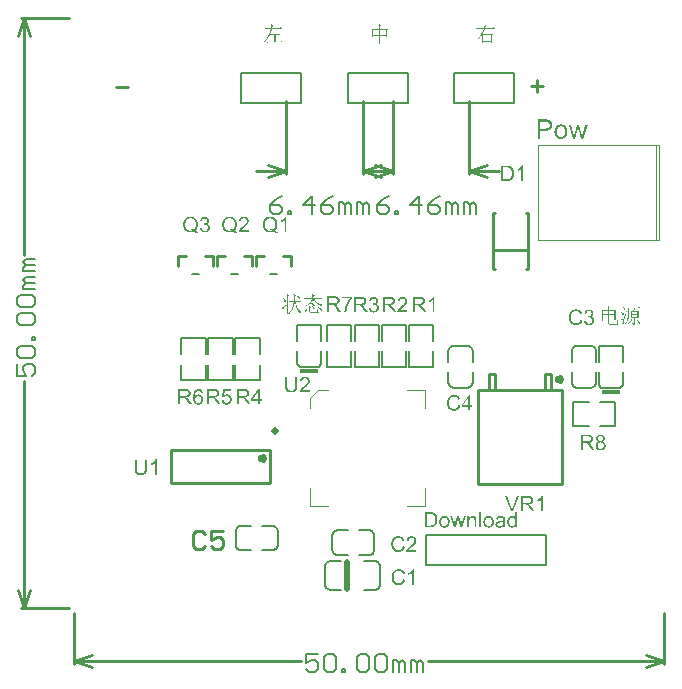
<source format=gto>
G04*
G04 #@! TF.GenerationSoftware,Altium Limited,Altium Designer,18.1.9 (240)*
G04*
G04 Layer_Color=65535*
%FSLAX25Y25*%
%MOIN*%
G70*
G01*
G75*
%ADD10C,0.01181*%
%ADD11C,0.01575*%
%ADD12C,0.00787*%
%ADD13C,0.01000*%
%ADD14C,0.00394*%
%ADD15C,0.02000*%
%ADD16C,0.00600*%
%ADD17R,0.06299X0.01181*%
G36*
X74470Y74216D02*
Y74209D01*
Y74179D01*
Y74142D01*
Y74090D01*
X74463Y74024D01*
Y73950D01*
X74456Y73861D01*
X74448Y73772D01*
X74426Y73572D01*
X74396Y73365D01*
X74352Y73165D01*
X74322Y73069D01*
X74293Y72980D01*
Y72973D01*
X74285Y72958D01*
X74271Y72936D01*
X74256Y72906D01*
X74211Y72825D01*
X74145Y72721D01*
X74056Y72603D01*
X73952Y72484D01*
X73819Y72359D01*
X73656Y72248D01*
X73649D01*
X73634Y72233D01*
X73612Y72225D01*
X73575Y72203D01*
X73531Y72181D01*
X73471Y72159D01*
X73412Y72137D01*
X73338Y72107D01*
X73257Y72077D01*
X73168Y72055D01*
X73072Y72033D01*
X72961Y72011D01*
X72850Y71996D01*
X72731Y71981D01*
X72465Y71966D01*
X72398D01*
X72347Y71974D01*
X72287D01*
X72213Y71981D01*
X72132Y71989D01*
X72051Y71996D01*
X71866Y72026D01*
X71666Y72070D01*
X71473Y72129D01*
X71288Y72211D01*
X71281D01*
X71266Y72225D01*
X71244Y72240D01*
X71214Y72255D01*
X71133Y72314D01*
X71037Y72396D01*
X70926Y72499D01*
X70822Y72618D01*
X70719Y72766D01*
X70637Y72928D01*
Y72936D01*
X70630Y72951D01*
X70622Y72980D01*
X70608Y73017D01*
X70593Y73062D01*
X70578Y73121D01*
X70556Y73187D01*
X70541Y73269D01*
X70526Y73358D01*
X70504Y73454D01*
X70489Y73557D01*
X70474Y73668D01*
X70460Y73794D01*
X70452Y73927D01*
X70445Y74068D01*
Y74216D01*
Y77176D01*
X71126D01*
Y74216D01*
Y74209D01*
Y74186D01*
Y74149D01*
Y74105D01*
X71133Y74053D01*
Y73987D01*
X71140Y73846D01*
X71155Y73683D01*
X71177Y73520D01*
X71207Y73365D01*
X71222Y73298D01*
X71244Y73232D01*
X71251Y73217D01*
X71266Y73180D01*
X71303Y73128D01*
X71348Y73054D01*
X71399Y72980D01*
X71473Y72899D01*
X71562Y72817D01*
X71666Y72751D01*
X71681Y72743D01*
X71718Y72721D01*
X71784Y72699D01*
X71873Y72669D01*
X71977Y72632D01*
X72110Y72610D01*
X72250Y72588D01*
X72406Y72581D01*
X72480D01*
X72524Y72588D01*
X72591D01*
X72657Y72595D01*
X72820Y72625D01*
X72998Y72662D01*
X73168Y72721D01*
X73331Y72803D01*
X73405Y72854D01*
X73471Y72914D01*
X73479Y72921D01*
X73486Y72928D01*
X73501Y72951D01*
X73523Y72980D01*
X73545Y73025D01*
X73575Y73069D01*
X73605Y73136D01*
X73634Y73202D01*
X73664Y73284D01*
X73686Y73380D01*
X73716Y73491D01*
X73738Y73609D01*
X73760Y73742D01*
X73775Y73883D01*
X73790Y74046D01*
Y74216D01*
Y77176D01*
X74470D01*
Y74216D01*
D02*
G37*
G36*
X77164Y77191D02*
X77223Y77183D01*
X77297Y77176D01*
X77379Y77161D01*
X77460Y77146D01*
X77652Y77095D01*
X77845Y77021D01*
X77941Y76976D01*
X78037Y76924D01*
X78126Y76858D01*
X78207Y76784D01*
X78215Y76776D01*
X78230Y76769D01*
X78244Y76739D01*
X78274Y76710D01*
X78311Y76673D01*
X78348Y76621D01*
X78385Y76569D01*
X78429Y76503D01*
X78503Y76362D01*
X78577Y76184D01*
X78607Y76096D01*
X78622Y75992D01*
X78637Y75888D01*
X78644Y75777D01*
Y75763D01*
Y75726D01*
X78637Y75666D01*
X78629Y75585D01*
X78614Y75496D01*
X78585Y75393D01*
X78555Y75282D01*
X78511Y75171D01*
X78503Y75156D01*
X78489Y75119D01*
X78459Y75060D01*
X78415Y74978D01*
X78355Y74889D01*
X78281Y74778D01*
X78193Y74667D01*
X78089Y74542D01*
X78074Y74527D01*
X78037Y74482D01*
X78000Y74445D01*
X77963Y74408D01*
X77919Y74364D01*
X77860Y74305D01*
X77800Y74246D01*
X77726Y74179D01*
X77652Y74105D01*
X77564Y74024D01*
X77467Y73942D01*
X77364Y73846D01*
X77245Y73750D01*
X77127Y73646D01*
X77120Y73639D01*
X77105Y73624D01*
X77075Y73602D01*
X77038Y73572D01*
X76994Y73528D01*
X76942Y73483D01*
X76824Y73387D01*
X76698Y73276D01*
X76579Y73165D01*
X76476Y73069D01*
X76431Y73032D01*
X76394Y72995D01*
X76387Y72988D01*
X76365Y72965D01*
X76335Y72936D01*
X76298Y72891D01*
X76261Y72840D01*
X76217Y72788D01*
X76128Y72662D01*
X78651D01*
Y72055D01*
X75255D01*
Y72063D01*
Y72092D01*
Y72137D01*
X75262Y72196D01*
X75270Y72262D01*
X75284Y72336D01*
X75299Y72410D01*
X75329Y72492D01*
Y72499D01*
X75336Y72507D01*
X75351Y72551D01*
X75381Y72618D01*
X75425Y72706D01*
X75484Y72810D01*
X75558Y72928D01*
X75640Y73047D01*
X75743Y73173D01*
Y73180D01*
X75758Y73187D01*
X75795Y73232D01*
X75862Y73298D01*
X75958Y73395D01*
X76069Y73506D01*
X76209Y73639D01*
X76380Y73787D01*
X76565Y73942D01*
X76572Y73950D01*
X76602Y73972D01*
X76646Y74009D01*
X76698Y74053D01*
X76764Y74112D01*
X76846Y74179D01*
X76927Y74253D01*
X77023Y74334D01*
X77208Y74512D01*
X77393Y74690D01*
X77482Y74778D01*
X77564Y74867D01*
X77638Y74949D01*
X77697Y75030D01*
Y75037D01*
X77712Y75045D01*
X77726Y75067D01*
X77741Y75097D01*
X77793Y75178D01*
X77852Y75274D01*
X77904Y75393D01*
X77956Y75518D01*
X77985Y75659D01*
X78000Y75792D01*
Y75800D01*
Y75807D01*
X77993Y75851D01*
X77985Y75925D01*
X77963Y76007D01*
X77934Y76110D01*
X77882Y76214D01*
X77815Y76318D01*
X77726Y76421D01*
X77712Y76436D01*
X77675Y76466D01*
X77623Y76503D01*
X77541Y76554D01*
X77438Y76599D01*
X77319Y76643D01*
X77179Y76673D01*
X77023Y76680D01*
X76979D01*
X76949Y76673D01*
X76861Y76665D01*
X76757Y76643D01*
X76646Y76614D01*
X76520Y76562D01*
X76402Y76495D01*
X76291Y76406D01*
X76276Y76392D01*
X76246Y76355D01*
X76202Y76295D01*
X76158Y76207D01*
X76106Y76103D01*
X76061Y75970D01*
X76032Y75822D01*
X76017Y75652D01*
X75373Y75718D01*
Y75726D01*
X75381Y75748D01*
Y75785D01*
X75388Y75837D01*
X75403Y75896D01*
X75418Y75962D01*
X75440Y76044D01*
X75462Y76125D01*
X75521Y76303D01*
X75610Y76480D01*
X75662Y76569D01*
X75728Y76658D01*
X75795Y76739D01*
X75869Y76813D01*
X75876Y76821D01*
X75891Y76828D01*
X75913Y76850D01*
X75950Y76873D01*
X75995Y76902D01*
X76047Y76932D01*
X76106Y76969D01*
X76180Y77006D01*
X76261Y77043D01*
X76350Y77080D01*
X76446Y77109D01*
X76550Y77139D01*
X76661Y77161D01*
X76779Y77183D01*
X76905Y77191D01*
X77038Y77198D01*
X77112D01*
X77164Y77191D01*
D02*
G37*
G36*
X169790Y156606D02*
X168986D01*
X168246Y159381D01*
X168061Y160176D01*
X167127Y156606D01*
X166294D01*
X164888Y161249D01*
X165711D01*
X166451Y158567D01*
X166710Y157568D01*
Y157577D01*
X166719Y157595D01*
X166729Y157642D01*
X166738Y157669D01*
X166747Y157716D01*
X166756Y157771D01*
X166775Y157836D01*
X166794Y157910D01*
X166821Y158002D01*
X166849Y158104D01*
X166877Y158224D01*
X166914Y158363D01*
X166951Y158520D01*
X167691Y161249D01*
X168496D01*
X169189Y158548D01*
X169421Y157660D01*
X169689Y158557D01*
X170484Y161249D01*
X171252D01*
X169790Y156606D01*
D02*
G37*
G36*
X157386Y162997D02*
X157544Y162988D01*
X157710Y162979D01*
X157867Y162960D01*
X158006Y162942D01*
X158025D01*
X158089Y162923D01*
X158173Y162905D01*
X158283Y162877D01*
X158404Y162831D01*
X158533Y162775D01*
X158672Y162711D01*
X158792Y162637D01*
X158811Y162627D01*
X158848Y162600D01*
X158903Y162544D01*
X158977Y162479D01*
X159061Y162396D01*
X159144Y162285D01*
X159236Y162165D01*
X159310Y162026D01*
X159319Y162008D01*
X159338Y161961D01*
X159375Y161878D01*
X159412Y161767D01*
X159440Y161638D01*
X159477Y161490D01*
X159495Y161323D01*
X159504Y161147D01*
Y161138D01*
Y161110D01*
Y161073D01*
X159495Y161009D01*
X159486Y160944D01*
X159477Y160861D01*
X159458Y160768D01*
X159440Y160666D01*
X159375Y160454D01*
X159338Y160343D01*
X159283Y160222D01*
X159218Y160102D01*
X159153Y159991D01*
X159070Y159880D01*
X158977Y159769D01*
X158968Y159760D01*
X158949Y159741D01*
X158922Y159714D01*
X158876Y159686D01*
X158820Y159640D01*
X158746Y159593D01*
X158653Y159538D01*
X158552Y159492D01*
X158431Y159436D01*
X158293Y159381D01*
X158145Y159334D01*
X157969Y159297D01*
X157784Y159260D01*
X157580Y159233D01*
X157349Y159214D01*
X157109Y159205D01*
X155472D01*
Y156606D01*
X154621D01*
Y163007D01*
X157247D01*
X157386Y162997D01*
D02*
G37*
G36*
X162520Y161342D02*
X162603Y161332D01*
X162696Y161314D01*
X162797Y161295D01*
X162918Y161277D01*
X163168Y161194D01*
X163297Y161147D01*
X163426Y161083D01*
X163556Y161018D01*
X163686Y160925D01*
X163806Y160833D01*
X163926Y160722D01*
X163935Y160713D01*
X163954Y160694D01*
X163981Y160657D01*
X164018Y160611D01*
X164065Y160546D01*
X164120Y160463D01*
X164176Y160370D01*
X164231Y160269D01*
X164287Y160158D01*
X164342Y160019D01*
X164398Y159880D01*
X164444Y159723D01*
X164481Y159556D01*
X164509Y159381D01*
X164527Y159196D01*
X164536Y158992D01*
Y158983D01*
Y158955D01*
Y158909D01*
Y158844D01*
X164527Y158770D01*
X164518Y158678D01*
Y158585D01*
X164499Y158483D01*
X164472Y158252D01*
X164416Y158021D01*
X164351Y157790D01*
X164259Y157577D01*
Y157568D01*
X164250Y157558D01*
X164231Y157531D01*
X164213Y157494D01*
X164148Y157401D01*
X164065Y157290D01*
X163954Y157161D01*
X163815Y157031D01*
X163658Y156902D01*
X163473Y156781D01*
X163463D01*
X163454Y156772D01*
X163426Y156754D01*
X163380Y156735D01*
X163334Y156717D01*
X163278Y156698D01*
X163140Y156643D01*
X162982Y156596D01*
X162788Y156550D01*
X162585Y156513D01*
X162363Y156504D01*
X162270D01*
X162196Y156513D01*
X162113Y156522D01*
X162021Y156541D01*
X161909Y156559D01*
X161799Y156578D01*
X161549Y156652D01*
X161410Y156707D01*
X161281Y156763D01*
X161151Y156837D01*
X161021Y156920D01*
X160901Y157013D01*
X160781Y157124D01*
X160772Y157133D01*
X160753Y157151D01*
X160725Y157188D01*
X160688Y157244D01*
X160642Y157309D01*
X160596Y157383D01*
X160540Y157475D01*
X160485Y157586D01*
X160430Y157706D01*
X160374Y157845D01*
X160328Y157993D01*
X160282Y158150D01*
X160245Y158326D01*
X160217Y158511D01*
X160198Y158715D01*
X160189Y158927D01*
Y158946D01*
Y158983D01*
X160198Y159048D01*
Y159140D01*
X160207Y159242D01*
X160226Y159371D01*
X160245Y159501D01*
X160282Y159649D01*
X160319Y159797D01*
X160365Y159954D01*
X160420Y160121D01*
X160494Y160278D01*
X160568Y160426D01*
X160670Y160574D01*
X160772Y160713D01*
X160901Y160833D01*
X160910Y160842D01*
X160929Y160851D01*
X160966Y160879D01*
X161012Y160916D01*
X161068Y160953D01*
X161142Y160999D01*
X161216Y161046D01*
X161308Y161092D01*
X161410Y161138D01*
X161521Y161184D01*
X161771Y161268D01*
X162057Y161332D01*
X162206Y161342D01*
X162363Y161351D01*
X162455D01*
X162520Y161342D01*
D02*
G37*
G36*
X92794Y103464D02*
X92786Y103457D01*
X92772Y103442D01*
X92742Y103412D01*
X92712Y103368D01*
X92668Y103316D01*
X92609Y103257D01*
X92550Y103183D01*
X92483Y103094D01*
X92416Y103005D01*
X92335Y102902D01*
X92254Y102783D01*
X92172Y102665D01*
X92083Y102532D01*
X91995Y102391D01*
X91906Y102236D01*
X91817Y102080D01*
X91810Y102073D01*
X91795Y102043D01*
X91773Y101999D01*
X91736Y101932D01*
X91699Y101851D01*
X91654Y101762D01*
X91602Y101658D01*
X91551Y101540D01*
X91491Y101407D01*
X91425Y101274D01*
X91366Y101126D01*
X91306Y100970D01*
X91188Y100652D01*
X91077Y100312D01*
Y100304D01*
X91070Y100282D01*
X91062Y100245D01*
X91047Y100201D01*
X91033Y100141D01*
X91018Y100067D01*
X90996Y99986D01*
X90981Y99897D01*
X90959Y99794D01*
X90936Y99683D01*
X90899Y99446D01*
X90862Y99187D01*
X90840Y98906D01*
X90196D01*
Y98913D01*
Y98935D01*
Y98965D01*
X90204Y99009D01*
Y99068D01*
X90211Y99142D01*
X90219Y99224D01*
X90226Y99313D01*
X90241Y99416D01*
X90256Y99520D01*
X90278Y99646D01*
X90300Y99771D01*
X90322Y99905D01*
X90352Y100053D01*
X90426Y100356D01*
Y100363D01*
X90433Y100393D01*
X90448Y100437D01*
X90470Y100504D01*
X90492Y100578D01*
X90522Y100667D01*
X90552Y100770D01*
X90596Y100881D01*
X90640Y101007D01*
X90685Y101133D01*
X90796Y101414D01*
X90929Y101710D01*
X91077Y102006D01*
X91084Y102014D01*
X91099Y102043D01*
X91121Y102080D01*
X91151Y102139D01*
X91188Y102206D01*
X91240Y102287D01*
X91292Y102376D01*
X91351Y102472D01*
X91491Y102687D01*
X91639Y102909D01*
X91810Y103138D01*
X91987Y103353D01*
X89479D01*
Y103960D01*
X92794D01*
Y103464D01*
D02*
G37*
G36*
X86970Y104019D02*
X87037D01*
X87192Y104012D01*
X87355Y103989D01*
X87532Y103967D01*
X87695Y103930D01*
X87777Y103908D01*
X87843Y103886D01*
X87851D01*
X87858Y103878D01*
X87902Y103856D01*
X87969Y103827D01*
X88050Y103775D01*
X88139Y103708D01*
X88235Y103619D01*
X88324Y103516D01*
X88413Y103397D01*
Y103390D01*
X88420Y103383D01*
X88450Y103338D01*
X88480Y103264D01*
X88524Y103168D01*
X88561Y103057D01*
X88598Y102924D01*
X88620Y102783D01*
X88628Y102628D01*
Y102620D01*
Y102606D01*
Y102576D01*
X88620Y102539D01*
Y102487D01*
X88613Y102435D01*
X88583Y102310D01*
X88539Y102162D01*
X88480Y102006D01*
X88391Y101851D01*
X88332Y101777D01*
X88272Y101703D01*
X88265Y101695D01*
X88258Y101688D01*
X88235Y101666D01*
X88206Y101644D01*
X88169Y101614D01*
X88124Y101584D01*
X88065Y101547D01*
X88006Y101503D01*
X87932Y101466D01*
X87851Y101429D01*
X87762Y101385D01*
X87666Y101348D01*
X87555Y101318D01*
X87444Y101281D01*
X87318Y101259D01*
X87185Y101237D01*
X87199Y101229D01*
X87229Y101214D01*
X87273Y101185D01*
X87333Y101155D01*
X87466Y101074D01*
X87532Y101022D01*
X87592Y100978D01*
X87606Y100963D01*
X87643Y100926D01*
X87703Y100867D01*
X87777Y100793D01*
X87858Y100689D01*
X87954Y100578D01*
X88050Y100445D01*
X88154Y100297D01*
X89035Y98906D01*
X88191D01*
X87518Y99971D01*
Y99979D01*
X87503Y99993D01*
X87488Y100016D01*
X87466Y100045D01*
X87414Y100127D01*
X87347Y100230D01*
X87266Y100341D01*
X87185Y100460D01*
X87103Y100571D01*
X87029Y100674D01*
X87022Y100682D01*
X87000Y100711D01*
X86963Y100756D01*
X86911Y100807D01*
X86800Y100918D01*
X86741Y100970D01*
X86681Y101015D01*
X86674Y101022D01*
X86659Y101029D01*
X86630Y101044D01*
X86585Y101066D01*
X86541Y101089D01*
X86489Y101111D01*
X86371Y101148D01*
X86363D01*
X86348Y101155D01*
X86319D01*
X86282Y101163D01*
X86230Y101170D01*
X86171D01*
X86089Y101177D01*
X85216D01*
Y98906D01*
X84535D01*
Y104026D01*
X86911D01*
X86970Y104019D01*
D02*
G37*
G36*
X147692Y27006D02*
X147107D01*
Y27472D01*
X147100Y27464D01*
X147092Y27450D01*
X147070Y27420D01*
X147041Y27383D01*
X147004Y27346D01*
X146959Y27302D01*
X146907Y27250D01*
X146841Y27198D01*
X146774Y27146D01*
X146700Y27094D01*
X146611Y27050D01*
X146515Y27013D01*
X146419Y26976D01*
X146308Y26946D01*
X146190Y26932D01*
X146064Y26924D01*
X146019D01*
X145990Y26932D01*
X145901Y26939D01*
X145797Y26954D01*
X145672Y26983D01*
X145531Y27028D01*
X145390Y27087D01*
X145250Y27168D01*
X145242D01*
X145235Y27183D01*
X145191Y27213D01*
X145124Y27272D01*
X145043Y27346D01*
X144946Y27442D01*
X144850Y27561D01*
X144754Y27694D01*
X144673Y27849D01*
Y27857D01*
X144665Y27871D01*
X144658Y27894D01*
X144643Y27923D01*
X144628Y27968D01*
X144606Y28019D01*
X144591Y28071D01*
X144576Y28138D01*
X144539Y28286D01*
X144502Y28456D01*
X144480Y28648D01*
X144473Y28856D01*
Y28863D01*
Y28878D01*
Y28907D01*
Y28952D01*
X144480Y28996D01*
Y29055D01*
X144495Y29189D01*
X144517Y29344D01*
X144554Y29514D01*
X144599Y29692D01*
X144658Y29862D01*
Y29869D01*
X144665Y29884D01*
X144680Y29906D01*
X144695Y29936D01*
X144739Y30017D01*
X144798Y30121D01*
X144872Y30232D01*
X144969Y30343D01*
X145080Y30461D01*
X145213Y30558D01*
X145220D01*
X145228Y30565D01*
X145250Y30580D01*
X145279Y30595D01*
X145353Y30632D01*
X145457Y30683D01*
X145575Y30728D01*
X145716Y30765D01*
X145871Y30794D01*
X146034Y30802D01*
X146093D01*
X146153Y30794D01*
X146234Y30787D01*
X146330Y30765D01*
X146434Y30743D01*
X146537Y30706D01*
X146634Y30654D01*
X146648Y30646D01*
X146678Y30632D01*
X146722Y30595D01*
X146782Y30558D01*
X146856Y30506D01*
X146922Y30439D01*
X146996Y30373D01*
X147063Y30291D01*
Y32126D01*
X147692D01*
Y27006D01*
D02*
G37*
G36*
X133032Y30794D02*
X133114Y30787D01*
X133210Y30772D01*
X133314Y30750D01*
X133425Y30720D01*
X133528Y30676D01*
X133543Y30669D01*
X133573Y30654D01*
X133624Y30632D01*
X133684Y30595D01*
X133758Y30550D01*
X133824Y30491D01*
X133891Y30432D01*
X133950Y30358D01*
X133957Y30350D01*
X133972Y30321D01*
X133994Y30284D01*
X134031Y30232D01*
X134061Y30158D01*
X134091Y30084D01*
X134128Y29995D01*
X134150Y29899D01*
Y29892D01*
X134157Y29862D01*
X134165Y29818D01*
X134172Y29758D01*
Y29670D01*
X134179Y29566D01*
X134187Y29440D01*
Y29285D01*
Y27006D01*
X133558D01*
Y29255D01*
Y29263D01*
Y29270D01*
Y29322D01*
Y29388D01*
X133550Y29470D01*
X133543Y29566D01*
X133528Y29662D01*
X133506Y29751D01*
X133484Y29832D01*
Y29840D01*
X133469Y29862D01*
X133447Y29899D01*
X133425Y29943D01*
X133388Y29988D01*
X133343Y30040D01*
X133284Y30091D01*
X133217Y30136D01*
X133210Y30143D01*
X133188Y30158D01*
X133143Y30173D01*
X133092Y30195D01*
X133032Y30217D01*
X132958Y30239D01*
X132870Y30247D01*
X132781Y30254D01*
X132744D01*
X132714Y30247D01*
X132640Y30239D01*
X132544Y30225D01*
X132440Y30188D01*
X132322Y30143D01*
X132204Y30084D01*
X132093Y29995D01*
X132078Y29980D01*
X132048Y29943D01*
X132026Y29914D01*
X132004Y29877D01*
X131974Y29832D01*
X131952Y29781D01*
X131922Y29721D01*
X131893Y29647D01*
X131871Y29566D01*
X131848Y29477D01*
X131834Y29381D01*
X131819Y29277D01*
X131804Y29152D01*
Y29026D01*
Y27006D01*
X131175D01*
Y30720D01*
X131737D01*
Y30188D01*
X131745Y30195D01*
X131760Y30217D01*
X131782Y30247D01*
X131811Y30284D01*
X131856Y30328D01*
X131908Y30380D01*
X131967Y30439D01*
X132041Y30498D01*
X132115Y30550D01*
X132204Y30609D01*
X132300Y30661D01*
X132403Y30706D01*
X132522Y30743D01*
X132640Y30772D01*
X132773Y30794D01*
X132914Y30802D01*
X132973D01*
X133032Y30794D01*
D02*
G37*
G36*
X129473Y27006D02*
X128829D01*
X128237Y29226D01*
X128089Y29862D01*
X127342Y27006D01*
X126676D01*
X125551Y30720D01*
X126210D01*
X126802Y28574D01*
X127009Y27775D01*
Y27783D01*
X127016Y27797D01*
X127024Y27834D01*
X127031Y27857D01*
X127038Y27894D01*
X127046Y27938D01*
X127061Y27990D01*
X127075Y28049D01*
X127098Y28123D01*
X127120Y28204D01*
X127142Y28301D01*
X127172Y28412D01*
X127201Y28537D01*
X127793Y30720D01*
X128437D01*
X128992Y28560D01*
X129177Y27849D01*
X129392Y28567D01*
X130028Y30720D01*
X130642D01*
X129473Y27006D01*
D02*
G37*
G36*
X142460Y30794D02*
X142571Y30787D01*
X142697Y30772D01*
X142823Y30750D01*
X142948Y30720D01*
X143067Y30683D01*
X143082Y30676D01*
X143119Y30661D01*
X143170Y30639D01*
X143237Y30609D01*
X143311Y30565D01*
X143385Y30521D01*
X143452Y30461D01*
X143511Y30402D01*
X143518Y30395D01*
X143533Y30373D01*
X143555Y30336D01*
X143585Y30291D01*
X143622Y30225D01*
X143651Y30158D01*
X143681Y30077D01*
X143703Y29980D01*
Y29973D01*
X143711Y29951D01*
X143718Y29906D01*
X143725Y29847D01*
Y29766D01*
X143733Y29670D01*
X143740Y29544D01*
Y29403D01*
Y28560D01*
Y28552D01*
Y28523D01*
Y28478D01*
Y28419D01*
Y28352D01*
Y28271D01*
X143748Y28093D01*
Y27908D01*
X143755Y27723D01*
X143762Y27642D01*
Y27568D01*
X143770Y27501D01*
X143777Y27450D01*
Y27442D01*
X143785Y27413D01*
X143792Y27368D01*
X143814Y27309D01*
X143829Y27242D01*
X143859Y27168D01*
X143896Y27087D01*
X143933Y27006D01*
X143274D01*
X143267Y27013D01*
X143259Y27043D01*
X143244Y27080D01*
X143222Y27139D01*
X143200Y27205D01*
X143185Y27287D01*
X143170Y27376D01*
X143156Y27472D01*
X143148D01*
X143141Y27457D01*
X143096Y27420D01*
X143030Y27368D01*
X142941Y27302D01*
X142830Y27235D01*
X142719Y27161D01*
X142601Y27094D01*
X142475Y27043D01*
X142460Y27035D01*
X142416Y27028D01*
X142349Y27006D01*
X142268Y26983D01*
X142164Y26961D01*
X142046Y26946D01*
X141912Y26932D01*
X141779Y26924D01*
X141720D01*
X141676Y26932D01*
X141624D01*
X141565Y26939D01*
X141431Y26961D01*
X141283Y26998D01*
X141121Y27050D01*
X140973Y27124D01*
X140839Y27220D01*
X140825Y27235D01*
X140788Y27272D01*
X140736Y27339D01*
X140677Y27427D01*
X140617Y27538D01*
X140566Y27664D01*
X140529Y27820D01*
X140521Y27894D01*
X140514Y27982D01*
Y27997D01*
Y28027D01*
X140521Y28079D01*
X140529Y28145D01*
X140543Y28227D01*
X140566Y28308D01*
X140595Y28397D01*
X140632Y28478D01*
X140640Y28486D01*
X140654Y28515D01*
X140684Y28560D01*
X140721Y28611D01*
X140765Y28671D01*
X140825Y28730D01*
X140884Y28789D01*
X140958Y28841D01*
X140965Y28848D01*
X140995Y28863D01*
X141032Y28893D01*
X141091Y28922D01*
X141158Y28952D01*
X141239Y28989D01*
X141320Y29018D01*
X141417Y29048D01*
X141424D01*
X141454Y29055D01*
X141498Y29070D01*
X141557Y29078D01*
X141631Y29092D01*
X141727Y29107D01*
X141838Y29129D01*
X141972Y29144D01*
X141979D01*
X142009Y29152D01*
X142046D01*
X142097Y29159D01*
X142157Y29166D01*
X142231Y29181D01*
X142312Y29189D01*
X142401Y29203D01*
X142578Y29240D01*
X142771Y29277D01*
X142941Y29322D01*
X143022Y29344D01*
X143096Y29366D01*
Y29374D01*
Y29388D01*
X143104Y29433D01*
Y29485D01*
Y29514D01*
Y29529D01*
Y29536D01*
Y29544D01*
Y29588D01*
X143096Y29662D01*
X143082Y29744D01*
X143059Y29832D01*
X143022Y29921D01*
X142978Y30003D01*
X142919Y30069D01*
X142911Y30077D01*
X142874Y30106D01*
X142815Y30136D01*
X142741Y30180D01*
X142638Y30217D01*
X142519Y30254D01*
X142371Y30276D01*
X142201Y30284D01*
X142127D01*
X142053Y30276D01*
X141949Y30262D01*
X141846Y30247D01*
X141735Y30217D01*
X141631Y30180D01*
X141542Y30128D01*
X141535Y30121D01*
X141505Y30099D01*
X141468Y30062D01*
X141424Y30003D01*
X141380Y29929D01*
X141328Y29832D01*
X141283Y29714D01*
X141239Y29581D01*
X140625Y29662D01*
Y29670D01*
X140632Y29677D01*
Y29699D01*
X140640Y29729D01*
X140662Y29795D01*
X140691Y29892D01*
X140728Y29988D01*
X140773Y30091D01*
X140832Y30195D01*
X140899Y30291D01*
X140906Y30299D01*
X140936Y30328D01*
X140980Y30373D01*
X141039Y30432D01*
X141121Y30491D01*
X141217Y30550D01*
X141328Y30617D01*
X141454Y30669D01*
X141461D01*
X141468Y30676D01*
X141491Y30683D01*
X141520Y30691D01*
X141594Y30713D01*
X141698Y30735D01*
X141816Y30757D01*
X141964Y30780D01*
X142120Y30794D01*
X142297Y30802D01*
X142379D01*
X142460Y30794D01*
D02*
G37*
G36*
X135770Y27006D02*
X135141D01*
Y32126D01*
X135770D01*
Y27006D01*
D02*
G37*
G36*
X119046Y32119D02*
X119194Y32112D01*
X119342Y32097D01*
X119490Y32075D01*
X119616Y32052D01*
X119624D01*
X119638Y32045D01*
X119661D01*
X119690Y32030D01*
X119772Y32008D01*
X119875Y31971D01*
X119994Y31919D01*
X120119Y31853D01*
X120245Y31779D01*
X120364Y31682D01*
X120371Y31675D01*
X120378Y31668D01*
X120401Y31645D01*
X120430Y31623D01*
X120504Y31549D01*
X120593Y31446D01*
X120689Y31320D01*
X120793Y31172D01*
X120889Y31002D01*
X120970Y30809D01*
Y30802D01*
X120978Y30787D01*
X120993Y30757D01*
X121000Y30713D01*
X121022Y30661D01*
X121037Y30602D01*
X121052Y30535D01*
X121074Y30454D01*
X121096Y30373D01*
X121111Y30276D01*
X121148Y30069D01*
X121170Y29840D01*
X121178Y29588D01*
Y29581D01*
Y29566D01*
Y29529D01*
Y29492D01*
X121170Y29440D01*
Y29381D01*
X121163Y29240D01*
X121141Y29078D01*
X121118Y28907D01*
X121081Y28730D01*
X121037Y28552D01*
Y28545D01*
X121030Y28530D01*
X121022Y28508D01*
X121015Y28478D01*
X120985Y28397D01*
X120941Y28293D01*
X120896Y28175D01*
X120837Y28056D01*
X120763Y27931D01*
X120689Y27812D01*
X120682Y27797D01*
X120652Y27760D01*
X120608Y27709D01*
X120549Y27642D01*
X120482Y27568D01*
X120401Y27494D01*
X120319Y27413D01*
X120223Y27346D01*
X120208Y27339D01*
X120179Y27316D01*
X120127Y27287D01*
X120053Y27250D01*
X119964Y27205D01*
X119860Y27168D01*
X119742Y27124D01*
X119609Y27087D01*
X119594D01*
X119572Y27080D01*
X119550Y27072D01*
X119476Y27065D01*
X119372Y27050D01*
X119254Y27035D01*
X119113Y27020D01*
X118958Y27013D01*
X118787Y27006D01*
X116945D01*
Y32126D01*
X118913D01*
X119046Y32119D01*
D02*
G37*
G36*
X138375Y30794D02*
X138442Y30787D01*
X138516Y30772D01*
X138597Y30757D01*
X138693Y30743D01*
X138893Y30676D01*
X138997Y30639D01*
X139100Y30587D01*
X139204Y30535D01*
X139308Y30461D01*
X139404Y30387D01*
X139500Y30299D01*
X139507Y30291D01*
X139522Y30276D01*
X139544Y30247D01*
X139574Y30210D01*
X139611Y30158D01*
X139655Y30091D01*
X139700Y30017D01*
X139744Y29936D01*
X139789Y29847D01*
X139833Y29736D01*
X139877Y29625D01*
X139914Y29499D01*
X139944Y29366D01*
X139966Y29226D01*
X139981Y29078D01*
X139988Y28915D01*
Y28907D01*
Y28885D01*
Y28848D01*
Y28796D01*
X139981Y28737D01*
X139974Y28663D01*
Y28589D01*
X139959Y28508D01*
X139937Y28323D01*
X139892Y28138D01*
X139840Y27953D01*
X139766Y27783D01*
Y27775D01*
X139759Y27768D01*
X139744Y27746D01*
X139729Y27716D01*
X139678Y27642D01*
X139611Y27553D01*
X139522Y27450D01*
X139411Y27346D01*
X139285Y27242D01*
X139137Y27146D01*
X139130D01*
X139123Y27139D01*
X139100Y27124D01*
X139063Y27109D01*
X139026Y27094D01*
X138982Y27080D01*
X138871Y27035D01*
X138745Y26998D01*
X138590Y26961D01*
X138427Y26932D01*
X138249Y26924D01*
X138175D01*
X138116Y26932D01*
X138050Y26939D01*
X137976Y26954D01*
X137887Y26969D01*
X137798Y26983D01*
X137598Y27043D01*
X137487Y27087D01*
X137384Y27131D01*
X137280Y27191D01*
X137176Y27257D01*
X137080Y27331D01*
X136984Y27420D01*
X136977Y27427D01*
X136962Y27442D01*
X136940Y27472D01*
X136910Y27516D01*
X136873Y27568D01*
X136836Y27627D01*
X136792Y27701D01*
X136747Y27790D01*
X136703Y27886D01*
X136658Y27997D01*
X136621Y28116D01*
X136584Y28241D01*
X136555Y28382D01*
X136533Y28530D01*
X136518Y28693D01*
X136510Y28863D01*
Y28878D01*
Y28907D01*
X136518Y28959D01*
Y29033D01*
X136525Y29115D01*
X136540Y29218D01*
X136555Y29322D01*
X136584Y29440D01*
X136614Y29559D01*
X136651Y29684D01*
X136695Y29818D01*
X136755Y29943D01*
X136814Y30062D01*
X136895Y30180D01*
X136977Y30291D01*
X137080Y30387D01*
X137088Y30395D01*
X137102Y30402D01*
X137132Y30424D01*
X137169Y30454D01*
X137213Y30484D01*
X137273Y30521D01*
X137332Y30558D01*
X137406Y30595D01*
X137487Y30632D01*
X137576Y30669D01*
X137776Y30735D01*
X138005Y30787D01*
X138124Y30794D01*
X138249Y30802D01*
X138323D01*
X138375Y30794D01*
D02*
G37*
G36*
X123657D02*
X123723Y30787D01*
X123797Y30772D01*
X123879Y30757D01*
X123975Y30743D01*
X124175Y30676D01*
X124278Y30639D01*
X124382Y30587D01*
X124485Y30535D01*
X124589Y30461D01*
X124685Y30387D01*
X124781Y30299D01*
X124789Y30291D01*
X124804Y30276D01*
X124826Y30247D01*
X124855Y30210D01*
X124892Y30158D01*
X124937Y30091D01*
X124981Y30017D01*
X125026Y29936D01*
X125070Y29847D01*
X125114Y29736D01*
X125159Y29625D01*
X125196Y29499D01*
X125225Y29366D01*
X125248Y29226D01*
X125262Y29078D01*
X125270Y28915D01*
Y28907D01*
Y28885D01*
Y28848D01*
Y28796D01*
X125262Y28737D01*
X125255Y28663D01*
Y28589D01*
X125240Y28508D01*
X125218Y28323D01*
X125174Y28138D01*
X125122Y27953D01*
X125048Y27783D01*
Y27775D01*
X125040Y27768D01*
X125026Y27746D01*
X125011Y27716D01*
X124959Y27642D01*
X124892Y27553D01*
X124804Y27450D01*
X124693Y27346D01*
X124567Y27242D01*
X124419Y27146D01*
X124411D01*
X124404Y27139D01*
X124382Y27124D01*
X124345Y27109D01*
X124308Y27094D01*
X124263Y27080D01*
X124152Y27035D01*
X124027Y26998D01*
X123871Y26961D01*
X123708Y26932D01*
X123531Y26924D01*
X123457D01*
X123398Y26932D01*
X123331Y26939D01*
X123257Y26954D01*
X123168Y26969D01*
X123079Y26983D01*
X122880Y27043D01*
X122769Y27087D01*
X122665Y27131D01*
X122561Y27191D01*
X122458Y27257D01*
X122362Y27331D01*
X122265Y27420D01*
X122258Y27427D01*
X122243Y27442D01*
X122221Y27472D01*
X122191Y27516D01*
X122154Y27568D01*
X122117Y27627D01*
X122073Y27701D01*
X122029Y27790D01*
X121984Y27886D01*
X121940Y27997D01*
X121903Y28116D01*
X121866Y28241D01*
X121836Y28382D01*
X121814Y28530D01*
X121799Y28693D01*
X121792Y28863D01*
Y28878D01*
Y28907D01*
X121799Y28959D01*
Y29033D01*
X121807Y29115D01*
X121821Y29218D01*
X121836Y29322D01*
X121866Y29440D01*
X121895Y29559D01*
X121932Y29684D01*
X121977Y29818D01*
X122036Y29943D01*
X122095Y30062D01*
X122177Y30180D01*
X122258Y30291D01*
X122362Y30387D01*
X122369Y30395D01*
X122384Y30402D01*
X122413Y30424D01*
X122450Y30454D01*
X122495Y30484D01*
X122554Y30521D01*
X122613Y30558D01*
X122687Y30595D01*
X122769Y30632D01*
X122857Y30669D01*
X123057Y30735D01*
X123287Y30787D01*
X123405Y30794D01*
X123531Y30802D01*
X123605D01*
X123657Y30794D01*
D02*
G37*
G36*
X74336Y104285D02*
X74373Y104271D01*
X74418Y104256D01*
X74469Y104234D01*
X74529Y104204D01*
X74662Y104137D01*
X74810Y104071D01*
X74950Y103997D01*
X75017Y103960D01*
X75076Y103930D01*
X75121Y103893D01*
X75165Y103864D01*
X75172Y103856D01*
X75195Y103834D01*
X75232Y103804D01*
X75269Y103760D01*
X75298Y103708D01*
X75335Y103649D01*
X75357Y103590D01*
X75365Y103516D01*
Y103508D01*
Y103494D01*
X75357Y103464D01*
Y103420D01*
X75343Y103375D01*
X75328Y103316D01*
X75306Y103257D01*
X75276Y103190D01*
Y103183D01*
X75261Y103161D01*
X75246Y103131D01*
X75232Y103101D01*
X75217Y103072D01*
X75195Y103042D01*
X75180Y103020D01*
X75172Y103013D01*
X75165D01*
X75158Y103020D01*
X75135Y103027D01*
X75113Y103042D01*
X75084Y103072D01*
X75054Y103116D01*
X75010Y103183D01*
X74973Y103264D01*
Y103272D01*
X74965Y103279D01*
X74950Y103301D01*
X74936Y103331D01*
X74913Y103375D01*
X74884Y103420D01*
X74810Y103531D01*
X74714Y103671D01*
X74588Y103827D01*
X74514Y103915D01*
X74432Y104012D01*
X74344Y104108D01*
X74247Y104211D01*
X74307Y104300D01*
X74314D01*
X74336Y104285D01*
D02*
G37*
G36*
X69726Y103508D02*
X69748Y103494D01*
X69793Y103464D01*
X69837Y103427D01*
X69896Y103383D01*
X69963Y103331D01*
X70111Y103212D01*
X70259Y103087D01*
X70399Y102961D01*
X70466Y102902D01*
X70518Y102850D01*
X70555Y102798D01*
X70584Y102761D01*
X70592Y102754D01*
X70599Y102731D01*
X70621Y102694D01*
X70644Y102650D01*
X70681Y102546D01*
X70688Y102495D01*
X70695Y102450D01*
Y102443D01*
Y102428D01*
X70688Y102398D01*
X70681Y102361D01*
X70666Y102317D01*
X70644Y102258D01*
X70614Y102199D01*
X70570Y102132D01*
X70562Y102125D01*
X70547Y102102D01*
X70525Y102073D01*
X70503Y102043D01*
X70473Y102006D01*
X70444Y101977D01*
X70414Y101954D01*
X70392Y101947D01*
X70385D01*
X70377Y101954D01*
X70362Y101962D01*
X70340Y101991D01*
X70311Y102028D01*
X70281Y102088D01*
X70251Y102176D01*
X70237Y102228D01*
X70222Y102287D01*
Y102295D01*
X70214Y102310D01*
X70207Y102339D01*
X70192Y102376D01*
X70177Y102421D01*
X70155Y102480D01*
X70133Y102546D01*
X70103Y102620D01*
X70066Y102702D01*
X70022Y102791D01*
X69926Y102983D01*
X69807Y103198D01*
X69667Y103434D01*
X69719Y103516D01*
X69726Y103508D01*
D02*
G37*
G36*
X80234Y104404D02*
X79960Y104263D01*
Y104256D01*
Y104248D01*
X79953Y104226D01*
Y104197D01*
X79938Y104123D01*
X79923Y104019D01*
X79901Y103893D01*
X79879Y103745D01*
X79849Y103582D01*
X79820Y103397D01*
X81973D01*
X82387Y103819D01*
X82979Y103235D01*
X80071D01*
X80079Y103220D01*
X80101Y103190D01*
X80130Y103138D01*
X80175Y103064D01*
X80234Y102983D01*
X80301Y102887D01*
X80382Y102776D01*
X80471Y102657D01*
X80574Y102539D01*
X80685Y102413D01*
X80804Y102295D01*
X80930Y102169D01*
X81063Y102051D01*
X81211Y101940D01*
X81366Y101836D01*
X81522Y101747D01*
X81529Y101740D01*
X81559Y101725D01*
X81603Y101703D01*
X81670Y101681D01*
X81744Y101644D01*
X81832Y101607D01*
X81936Y101562D01*
X82047Y101518D01*
X82165Y101473D01*
X82291Y101429D01*
X82558Y101348D01*
X82839Y101281D01*
X82972Y101259D01*
X83113Y101244D01*
Y101133D01*
X83105D01*
X83090Y101126D01*
X83061D01*
X83031Y101118D01*
X82942Y101096D01*
X82846Y101059D01*
X82743Y101007D01*
X82646Y100948D01*
X82602Y100911D01*
X82572Y100867D01*
X82543Y100822D01*
X82528Y100770D01*
X82513Y100778D01*
X82476Y100793D01*
X82417Y100815D01*
X82343Y100844D01*
X82247Y100889D01*
X82136Y100941D01*
X82010Y101000D01*
X81877Y101066D01*
X81744Y101140D01*
X81596Y101222D01*
X81455Y101318D01*
X81307Y101414D01*
X81166Y101518D01*
X81026Y101629D01*
X80900Y101747D01*
X80782Y101873D01*
X80774Y101880D01*
X80752Y101903D01*
X80722Y101940D01*
X80685Y101991D01*
X80634Y102051D01*
X80582Y102125D01*
X80515Y102206D01*
X80449Y102302D01*
X80382Y102398D01*
X80308Y102509D01*
X80167Y102739D01*
X80042Y102983D01*
X79982Y103109D01*
X79931Y103235D01*
X79790D01*
Y103227D01*
X79775Y103198D01*
X79760Y103153D01*
X79738Y103094D01*
X79716Y103027D01*
X79679Y102939D01*
X79642Y102850D01*
X79598Y102754D01*
X79501Y102539D01*
X79390Y102310D01*
X79257Y102088D01*
X79191Y101984D01*
X79117Y101888D01*
X79124D01*
X79139Y101880D01*
X79168Y101866D01*
X79198Y101858D01*
X79242Y101836D01*
X79294Y101814D01*
X79405Y101769D01*
X79538Y101710D01*
X79679Y101644D01*
X79812Y101570D01*
X79938Y101496D01*
X79945D01*
X79953Y101488D01*
X79990Y101466D01*
X80042Y101422D01*
X80101Y101370D01*
X80160Y101311D01*
X80212Y101244D01*
X80249Y101170D01*
X80264Y101126D01*
Y101089D01*
Y101081D01*
Y101052D01*
Y101022D01*
X80256Y100978D01*
X80234Y100881D01*
X80212Y100837D01*
X80190Y100800D01*
X80182Y100785D01*
X80153Y100763D01*
X80123Y100733D01*
X80108Y100726D01*
X80093Y100719D01*
X80086D01*
X80071Y100726D01*
X80049Y100733D01*
X80019Y100756D01*
X79975Y100785D01*
X79931Y100837D01*
X79879Y100904D01*
X79820Y100992D01*
Y101000D01*
X79805Y101007D01*
X79790Y101029D01*
X79775Y101059D01*
X79709Y101140D01*
X79627Y101237D01*
X79516Y101355D01*
X79383Y101488D01*
X79220Y101629D01*
X79035Y101777D01*
X79028Y101769D01*
X78998Y101740D01*
X78946Y101703D01*
X78880Y101651D01*
X78791Y101584D01*
X78680Y101510D01*
X78554Y101429D01*
X78414Y101340D01*
X78251Y101244D01*
X78073Y101155D01*
X77881Y101059D01*
X77666Y100963D01*
X77437Y100874D01*
X77193Y100785D01*
X76934Y100704D01*
X76660Y100630D01*
X76601Y100741D01*
X76615Y100748D01*
X76652Y100756D01*
X76704Y100770D01*
X76786Y100800D01*
X76874Y100830D01*
X76985Y100874D01*
X77104Y100918D01*
X77237Y100970D01*
X77378Y101029D01*
X77518Y101103D01*
X77822Y101259D01*
X78118Y101436D01*
X78258Y101540D01*
X78391Y101651D01*
X78399Y101658D01*
X78421Y101681D01*
X78458Y101710D01*
X78502Y101762D01*
X78562Y101821D01*
X78628Y101895D01*
X78695Y101977D01*
X78776Y102073D01*
X78858Y102184D01*
X78939Y102302D01*
X79020Y102428D01*
X79094Y102569D01*
X79176Y102724D01*
X79242Y102887D01*
X79309Y103057D01*
X79368Y103235D01*
X77637D01*
X77563Y103227D01*
X77474D01*
X77370Y103212D01*
X77259Y103198D01*
X77141Y103175D01*
X77022Y103146D01*
X76771Y103397D01*
X79398D01*
Y103405D01*
X79405Y103434D01*
Y103479D01*
X79413Y103531D01*
X79427Y103605D01*
X79435Y103686D01*
X79442Y103775D01*
X79457Y103871D01*
X79472Y104086D01*
X79494Y104308D01*
X79501Y104537D01*
X79509Y104744D01*
X80234Y104404D01*
D02*
G37*
G36*
X79309Y100763D02*
X79339Y100748D01*
X79376Y100733D01*
X79420Y100711D01*
X79472Y100689D01*
X79583Y100637D01*
X79716Y100571D01*
X79849Y100504D01*
X79968Y100437D01*
X80079Y100363D01*
X80093Y100356D01*
X80123Y100334D01*
X80160Y100297D01*
X80212Y100252D01*
X80256Y100193D01*
X80301Y100127D01*
X80323Y100060D01*
X80330Y99986D01*
Y99979D01*
Y99956D01*
X80323Y99919D01*
X80315Y99875D01*
X80278Y99779D01*
X80256Y99727D01*
X80219Y99683D01*
X80212Y99675D01*
X80204Y99668D01*
X80167Y99631D01*
X80123Y99586D01*
X80108Y99579D01*
X80093Y99572D01*
X80086D01*
X80079Y99579D01*
X80056Y99586D01*
X80027Y99601D01*
X79997Y99631D01*
X79968Y99675D01*
X79931Y99742D01*
X79901Y99823D01*
Y99831D01*
X79894Y99838D01*
X79886Y99860D01*
X79871Y99882D01*
X79827Y99956D01*
X79768Y100060D01*
X79672Y100178D01*
X79620Y100252D01*
X79561Y100326D01*
X79487Y100408D01*
X79413Y100497D01*
X79324Y100593D01*
X79228Y100689D01*
X79287Y100770D01*
X79294D01*
X79309Y100763D01*
D02*
G37*
G36*
X81588Y100400D02*
X81610Y100393D01*
X81647Y100371D01*
X81692Y100349D01*
X81744Y100319D01*
X81803Y100282D01*
X81943Y100201D01*
X82099Y100104D01*
X82247Y100001D01*
X82387Y99905D01*
X82447Y99853D01*
X82498Y99808D01*
X82506Y99801D01*
X82535Y99771D01*
X82572Y99720D01*
X82617Y99660D01*
X82661Y99594D01*
X82691Y99512D01*
X82713Y99431D01*
X82706Y99350D01*
Y99342D01*
X82698Y99313D01*
X82691Y99276D01*
X82676Y99231D01*
X82632Y99128D01*
X82609Y99076D01*
X82572Y99039D01*
X82565D01*
X82558Y99024D01*
X82521Y99002D01*
X82476Y98972D01*
X82461Y98965D01*
X82447Y98957D01*
X82439D01*
X82424Y98965D01*
X82402Y98972D01*
X82380Y99002D01*
X82343Y99039D01*
X82306Y99098D01*
X82269Y99179D01*
X82247Y99231D01*
X82225Y99290D01*
Y99298D01*
X82217Y99313D01*
X82202Y99335D01*
X82188Y99372D01*
X82165Y99416D01*
X82143Y99468D01*
X82106Y99527D01*
X82069Y99594D01*
X81973Y99749D01*
X81914Y99838D01*
X81847Y99927D01*
X81766Y100023D01*
X81684Y100127D01*
X81596Y100238D01*
X81492Y100349D01*
X81581Y100408D01*
X81588Y100400D01*
D02*
G37*
G36*
X77807Y100297D02*
Y100289D01*
Y100275D01*
Y100245D01*
Y100215D01*
Y100171D01*
X77799Y100119D01*
X77792Y100001D01*
X77785Y99860D01*
X77762Y99712D01*
X77740Y99564D01*
X77703Y99416D01*
Y99409D01*
X77696Y99401D01*
X77688Y99357D01*
X77666Y99290D01*
X77637Y99216D01*
X77600Y99142D01*
X77555Y99068D01*
X77511Y99009D01*
X77452Y98972D01*
X77444D01*
X77429Y98965D01*
X77400Y98950D01*
X77363Y98943D01*
X77281Y98913D01*
X77193Y98906D01*
X77141D01*
X77111Y98913D01*
X77030Y98920D01*
X76948Y98943D01*
X76941D01*
X76934Y98950D01*
X76904Y98972D01*
X76867Y99002D01*
X76860Y99017D01*
X76852Y99039D01*
Y99046D01*
X76860Y99054D01*
X76867Y99076D01*
X76882Y99105D01*
X76904Y99150D01*
X76948Y99194D01*
X77000Y99253D01*
X77074Y99320D01*
X77082D01*
X77089Y99335D01*
X77133Y99372D01*
X77163Y99401D01*
X77200Y99438D01*
X77237Y99483D01*
X77281Y99542D01*
X77326Y99601D01*
X77378Y99675D01*
X77429Y99757D01*
X77481Y99853D01*
X77533Y99956D01*
X77592Y100067D01*
X77644Y100193D01*
X77696Y100326D01*
X77807Y100297D01*
D02*
G37*
G36*
X79065Y100386D02*
X78835Y100186D01*
Y99098D01*
Y99091D01*
Y99083D01*
Y99046D01*
X78843Y98987D01*
X78858Y98928D01*
X78895Y98861D01*
X78924Y98832D01*
X78954Y98809D01*
X78998Y98795D01*
X79050Y98780D01*
X79109Y98772D01*
X80671D01*
X80708Y98780D01*
X80767Y98787D01*
X80826Y98809D01*
X80900Y98839D01*
X80959Y98891D01*
X81011Y98957D01*
X81041Y99046D01*
Y99061D01*
X81048Y99098D01*
X81063Y99165D01*
X81070Y99261D01*
X81085Y99379D01*
X81092Y99527D01*
X81100Y99705D01*
Y99808D01*
Y99912D01*
X81240D01*
Y99905D01*
Y99890D01*
Y99868D01*
X81248Y99831D01*
Y99786D01*
X81255Y99742D01*
X81263Y99623D01*
X81270Y99498D01*
X81285Y99372D01*
X81307Y99239D01*
X81322Y99128D01*
Y99113D01*
X81337Y99083D01*
X81359Y99039D01*
X81388Y98987D01*
X81433Y98928D01*
X81492Y98876D01*
X81566Y98832D01*
X81662Y98802D01*
Y98795D01*
X81655Y98787D01*
X81618Y98743D01*
X81566Y98676D01*
X81485Y98610D01*
X81374Y98543D01*
X81240Y98484D01*
X81159Y98462D01*
X81070Y98439D01*
X80981Y98432D01*
X79087D01*
X79028Y98439D01*
X78961Y98447D01*
X78821Y98476D01*
X78747Y98506D01*
X78680Y98536D01*
X78613Y98580D01*
X78554Y98632D01*
X78510Y98698D01*
X78473Y98772D01*
X78458Y98854D01*
X78451Y98957D01*
Y98972D01*
Y99009D01*
Y99068D01*
Y99150D01*
Y99246D01*
Y99350D01*
Y99475D01*
Y99609D01*
X78443Y99890D01*
X78436Y100186D01*
Y100326D01*
X78428Y100467D01*
Y100600D01*
X78421Y100719D01*
X79065Y100386D01*
D02*
G37*
G36*
X73914Y104352D02*
X73633Y104130D01*
Y102450D01*
X74973D01*
X75394Y102872D01*
X75927Y102287D01*
X73937D01*
Y102280D01*
X73944Y102258D01*
X73951Y102221D01*
X73959Y102169D01*
X73974Y102102D01*
X73996Y102028D01*
X74018Y101940D01*
X74040Y101843D01*
X74070Y101740D01*
X74099Y101621D01*
X74136Y101503D01*
X74181Y101377D01*
X74270Y101103D01*
X74388Y100815D01*
X74514Y100519D01*
X74662Y100223D01*
X74832Y99927D01*
X75024Y99653D01*
X75232Y99394D01*
X75350Y99268D01*
X75468Y99157D01*
X75594Y99054D01*
X75727Y98957D01*
X75868Y98876D01*
X76009Y98802D01*
Y98684D01*
X75935D01*
X75853Y98676D01*
X75757Y98654D01*
X75646Y98624D01*
X75535Y98565D01*
X75431Y98491D01*
X75380Y98439D01*
X75335Y98380D01*
Y98388D01*
X75320Y98395D01*
X75306Y98417D01*
X75276Y98439D01*
X75246Y98476D01*
X75209Y98521D01*
X75172Y98573D01*
X75128Y98632D01*
X75076Y98691D01*
X75024Y98765D01*
X74965Y98846D01*
X74906Y98935D01*
X74847Y99031D01*
X74788Y99135D01*
X74721Y99246D01*
X74654Y99372D01*
X74588Y99498D01*
X74521Y99631D01*
X74455Y99771D01*
X74388Y99919D01*
X74321Y100075D01*
X74255Y100238D01*
X74196Y100415D01*
X74136Y100593D01*
X74077Y100778D01*
X74025Y100970D01*
X73937Y101377D01*
X73855Y101821D01*
X73803Y102287D01*
X73633D01*
Y102280D01*
Y102250D01*
X73626Y102213D01*
Y102162D01*
X73618Y102088D01*
X73611Y102006D01*
X73596Y101910D01*
X73581Y101806D01*
X73567Y101688D01*
X73544Y101562D01*
X73515Y101429D01*
X73485Y101288D01*
X73411Y100985D01*
X73322Y100659D01*
X73204Y100326D01*
X73063Y99979D01*
X72982Y99808D01*
X72901Y99638D01*
X72804Y99468D01*
X72701Y99305D01*
X72590Y99142D01*
X72471Y98980D01*
X72346Y98832D01*
X72205Y98684D01*
X72057Y98543D01*
X71902Y98417D01*
X71739Y98291D01*
X71561Y98180D01*
X71509Y98269D01*
X71517Y98277D01*
X71524Y98284D01*
X71546Y98306D01*
X71576Y98336D01*
X71613Y98365D01*
X71657Y98410D01*
X71709Y98462D01*
X71761Y98521D01*
X71820Y98587D01*
X71879Y98669D01*
X71953Y98750D01*
X72020Y98839D01*
X72094Y98943D01*
X72168Y99046D01*
X72242Y99157D01*
X72323Y99283D01*
X72397Y99409D01*
X72479Y99549D01*
X72553Y99697D01*
X72634Y99845D01*
X72708Y100008D01*
X72775Y100178D01*
X72849Y100356D01*
X72908Y100541D01*
X72975Y100733D01*
X73026Y100933D01*
X73078Y101140D01*
X73130Y101355D01*
X73167Y101577D01*
X73197Y101806D01*
X73226Y102043D01*
X73241Y102287D01*
X72508D01*
X72434Y102280D01*
X72346D01*
X72249Y102265D01*
X72131Y102250D01*
X72020Y102228D01*
X71902Y102199D01*
X71650Y102450D01*
X73241D01*
Y102458D01*
Y102465D01*
Y102487D01*
Y102517D01*
Y102598D01*
Y102709D01*
Y102835D01*
Y102983D01*
Y103146D01*
Y103316D01*
X73234Y103494D01*
Y103679D01*
X73226Y104049D01*
Y104219D01*
X73219Y104382D01*
Y104530D01*
X73211Y104663D01*
X73914Y104352D01*
D02*
G37*
G36*
X71791Y104382D02*
X71509Y104189D01*
Y99823D01*
Y99816D01*
Y99786D01*
Y99734D01*
Y99675D01*
Y99601D01*
Y99512D01*
Y99424D01*
X71517Y99320D01*
Y99098D01*
X71524Y98869D01*
X71532Y98654D01*
Y98550D01*
X71539Y98462D01*
X71088Y98240D01*
Y98247D01*
Y98269D01*
Y98314D01*
X71095Y98380D01*
Y98462D01*
Y98573D01*
X71102Y98706D01*
Y98869D01*
Y98957D01*
Y99054D01*
X71110Y99157D01*
Y99276D01*
Y99394D01*
Y99520D01*
Y99660D01*
Y99808D01*
X71117Y99964D01*
Y100127D01*
Y100297D01*
Y100482D01*
Y100674D01*
Y100874D01*
Y101089D01*
Y101311D01*
X71102Y101296D01*
X71073Y101259D01*
X71014Y101207D01*
X70947Y101126D01*
X70858Y101037D01*
X70762Y100933D01*
X70658Y100822D01*
X70547Y100696D01*
X70318Y100437D01*
X70207Y100312D01*
X70103Y100186D01*
X70007Y100067D01*
X69926Y99956D01*
X69852Y99860D01*
X69800Y99771D01*
X69437Y100275D01*
X69445D01*
X69460Y100282D01*
X69489Y100297D01*
X69526Y100319D01*
X69578Y100349D01*
X69645Y100386D01*
X69726Y100430D01*
X69815Y100489D01*
X69926Y100563D01*
X70044Y100645D01*
X70185Y100748D01*
X70340Y100859D01*
X70503Y100992D01*
X70695Y101148D01*
X70895Y101311D01*
X71117Y101503D01*
Y101510D01*
Y101533D01*
Y101570D01*
Y101629D01*
Y101688D01*
Y101769D01*
Y101851D01*
Y101947D01*
Y102058D01*
Y102169D01*
Y102413D01*
Y102680D01*
Y102961D01*
X71110Y103242D01*
Y103523D01*
Y103790D01*
X71102Y104041D01*
Y104152D01*
Y104263D01*
Y104359D01*
X71095Y104448D01*
Y104530D01*
Y104596D01*
X71088Y104648D01*
Y104692D01*
X71791Y104382D01*
D02*
G37*
G36*
X66467Y194411D02*
X66245Y194219D01*
X66075Y193405D01*
X68450D01*
X68901Y193856D01*
X69516Y193242D01*
X66045D01*
Y193227D01*
X66030Y193190D01*
X66015Y193138D01*
X65993Y193057D01*
X65971Y192961D01*
X65941Y192857D01*
X65904Y192731D01*
X65860Y192598D01*
X65816Y192450D01*
X65771Y192302D01*
X65660Y191984D01*
X65542Y191666D01*
X65408Y191362D01*
X68087D01*
X68450Y191725D01*
X68983Y191200D01*
X67221D01*
Y188854D01*
X68620D01*
X69042Y189268D01*
X69626Y188684D01*
X65290D01*
X65216Y188676D01*
X65127D01*
X65024Y188661D01*
X64913Y188647D01*
X64794Y188632D01*
X64676Y188602D01*
X64424Y188854D01*
X66829D01*
Y191200D01*
X65964D01*
X65631Y191140D01*
X65408Y191362D01*
Y191355D01*
X65401Y191348D01*
X65386Y191325D01*
X65372Y191296D01*
X65349Y191251D01*
X65327Y191207D01*
X65268Y191096D01*
X65187Y190963D01*
X65098Y190807D01*
X64987Y190637D01*
X64868Y190452D01*
X64728Y190252D01*
X64580Y190045D01*
X64417Y189831D01*
X64239Y189623D01*
X64047Y189409D01*
X63847Y189209D01*
X63640Y189009D01*
X63418Y188824D01*
X63366Y188906D01*
X63374Y188913D01*
X63396Y188935D01*
X63433Y188972D01*
X63477Y189024D01*
X63536Y189091D01*
X63610Y189172D01*
X63684Y189261D01*
X63773Y189372D01*
X63869Y189483D01*
X63965Y189616D01*
X64069Y189757D01*
X64180Y189905D01*
X64291Y190067D01*
X64402Y190238D01*
X64521Y190415D01*
X64631Y190608D01*
X64639Y190622D01*
X64661Y190652D01*
X64691Y190711D01*
X64735Y190793D01*
X64787Y190896D01*
X64846Y191022D01*
X64913Y191163D01*
X64987Y191325D01*
X65061Y191510D01*
X65142Y191703D01*
X65223Y191925D01*
X65312Y192154D01*
X65394Y192406D01*
X65475Y192672D01*
X65557Y192946D01*
X65631Y193242D01*
X64565D01*
X64491Y193235D01*
X64402D01*
X64298Y193220D01*
X64188Y193205D01*
X64069Y193183D01*
X63951Y193153D01*
X63699Y193405D01*
X65660D01*
Y193412D01*
X65667Y193434D01*
X65675Y193471D01*
X65682Y193523D01*
X65690Y193590D01*
X65705Y193656D01*
X65719Y193745D01*
X65734Y193834D01*
X65756Y194034D01*
X65786Y194256D01*
X65808Y194493D01*
X65823Y194722D01*
X66467Y194411D01*
D02*
G37*
G36*
X137542Y194352D02*
X137535Y194345D01*
X137513Y194330D01*
X137483Y194293D01*
X137446Y194256D01*
X137409Y194197D01*
X137364Y194137D01*
X137320Y194056D01*
X137276Y193975D01*
X137268Y193967D01*
X137261Y193930D01*
X137239Y193878D01*
X137209Y193804D01*
X137180Y193716D01*
X137135Y193612D01*
X137091Y193486D01*
X137039Y193346D01*
X139473D01*
X139895Y193767D01*
X140480Y193183D01*
X137009D01*
X137002Y193175D01*
X136995Y193138D01*
X136972Y193094D01*
X136950Y193027D01*
X136913Y192946D01*
X136876Y192850D01*
X136832Y192746D01*
X136780Y192635D01*
X136728Y192509D01*
X136669Y192376D01*
X136536Y192102D01*
X136402Y191829D01*
X136255Y191555D01*
X136484Y191385D01*
X139022D01*
X139251Y191695D01*
X139725Y191355D01*
X139473Y191133D01*
Y189934D01*
Y189927D01*
Y189905D01*
Y189868D01*
Y189823D01*
Y189764D01*
Y189697D01*
Y189616D01*
X139481Y189527D01*
Y189431D01*
Y189327D01*
X139488Y189098D01*
X139496Y188854D01*
X139503Y188602D01*
X139081Y188432D01*
Y188935D01*
X136484D01*
Y188573D01*
X136062Y188402D01*
Y188410D01*
Y188439D01*
Y188484D01*
X136070Y188543D01*
Y188610D01*
Y188691D01*
X136077Y188787D01*
Y188883D01*
X136084Y189098D01*
Y189320D01*
X136092Y189542D01*
Y189646D01*
Y189742D01*
Y191333D01*
X136084Y191318D01*
X136055Y191281D01*
X136003Y191214D01*
X135936Y191133D01*
X135855Y191029D01*
X135759Y190911D01*
X135648Y190785D01*
X135522Y190637D01*
X135381Y190489D01*
X135233Y190326D01*
X135071Y190164D01*
X134900Y190001D01*
X134715Y189838D01*
X134530Y189683D01*
X134330Y189527D01*
X134131Y189379D01*
X134079Y189461D01*
X134086Y189468D01*
X134116Y189498D01*
X134160Y189542D01*
X134220Y189594D01*
X134293Y189668D01*
X134375Y189757D01*
X134471Y189853D01*
X134575Y189956D01*
X134678Y190075D01*
X134797Y190201D01*
X134915Y190334D01*
X135041Y190474D01*
X135278Y190770D01*
X135514Y191081D01*
X135522Y191089D01*
X135544Y191118D01*
X135574Y191170D01*
X135618Y191237D01*
X135670Y191318D01*
X135729Y191414D01*
X135803Y191533D01*
X135877Y191658D01*
X135959Y191806D01*
X136047Y191962D01*
X136136Y192139D01*
X136225Y192324D01*
X136321Y192524D01*
X136410Y192731D01*
X136506Y192953D01*
X136595Y193183D01*
X135026D01*
X134952Y193175D01*
X134863D01*
X134760Y193161D01*
X134649Y193146D01*
X134530Y193124D01*
X134412Y193094D01*
X134160Y193346D01*
X136647D01*
Y193353D01*
X136654Y193383D01*
X136669Y193420D01*
X136684Y193471D01*
X136706Y193538D01*
X136721Y193612D01*
X136750Y193701D01*
X136773Y193790D01*
X136824Y193989D01*
X136876Y194204D01*
X136920Y194426D01*
X136958Y194633D01*
X137542Y194352D01*
D02*
G37*
G36*
X102289Y194463D02*
X102067Y194241D01*
Y193124D01*
X104020D01*
X104250Y193457D01*
X104723Y193094D01*
X104472Y192872D01*
Y191251D01*
Y191237D01*
Y191200D01*
Y191140D01*
X104479Y191059D01*
Y190963D01*
X104487Y190852D01*
X104494Y190733D01*
X104501Y190608D01*
X104080Y190445D01*
Y190948D01*
X102067D01*
Y190941D01*
Y190926D01*
Y190896D01*
Y190859D01*
Y190807D01*
Y190748D01*
Y190682D01*
Y190615D01*
Y190445D01*
Y190260D01*
Y190060D01*
X102074Y189845D01*
Y189409D01*
Y189202D01*
X102082Y189009D01*
Y188832D01*
Y188750D01*
X102089Y188676D01*
Y188610D01*
Y188550D01*
X102096Y188499D01*
Y188462D01*
X101615Y188210D01*
Y188217D01*
Y188240D01*
Y188284D01*
X101623Y188343D01*
Y188425D01*
Y188521D01*
X101630Y188647D01*
Y188795D01*
Y188965D01*
X101638Y189165D01*
Y189387D01*
Y189638D01*
X101645Y189771D01*
Y189919D01*
Y190067D01*
Y190230D01*
Y190400D01*
Y190571D01*
Y190756D01*
Y190948D01*
X99721D01*
Y190608D01*
X99299Y190386D01*
Y190393D01*
Y190408D01*
Y190437D01*
X99307Y190482D01*
Y190534D01*
Y190593D01*
X99314Y190667D01*
Y190756D01*
Y190852D01*
X99321Y190963D01*
Y191081D01*
Y191207D01*
X99329Y191348D01*
Y191503D01*
Y191666D01*
Y191836D01*
Y191843D01*
Y191880D01*
Y191925D01*
Y191991D01*
Y192073D01*
Y192169D01*
Y192273D01*
Y192384D01*
X99321Y192635D01*
X99314Y192887D01*
X99307Y193138D01*
Y193264D01*
X99299Y193375D01*
X99721Y193124D01*
X101645D01*
Y193138D01*
Y193168D01*
Y193227D01*
Y193301D01*
Y193390D01*
Y193501D01*
Y193612D01*
Y193738D01*
X101638Y194004D01*
X101630Y194278D01*
Y194411D01*
X101623Y194544D01*
Y194663D01*
X101615Y194774D01*
X102289Y194463D01*
D02*
G37*
G36*
X146427Y32363D02*
X145717D01*
X143734Y37484D01*
X144474D01*
X145806Y33762D01*
Y33754D01*
X145813Y33739D01*
X145821Y33717D01*
X145835Y33688D01*
X145843Y33643D01*
X145858Y33599D01*
X145895Y33488D01*
X145939Y33362D01*
X145983Y33221D01*
X146072Y32925D01*
Y32933D01*
X146080Y32948D01*
X146087Y32970D01*
X146094Y32999D01*
X146117Y33081D01*
X146154Y33192D01*
X146191Y33318D01*
X146235Y33458D01*
X146287Y33606D01*
X146346Y33762D01*
X147737Y37484D01*
X148425D01*
X146427Y32363D01*
D02*
G37*
G36*
X156314D02*
X155685D01*
Y36366D01*
X155677Y36359D01*
X155640Y36329D01*
X155596Y36285D01*
X155522Y36233D01*
X155441Y36167D01*
X155337Y36093D01*
X155219Y36011D01*
X155085Y35930D01*
X155078D01*
X155071Y35922D01*
X155026Y35893D01*
X154952Y35856D01*
X154863Y35811D01*
X154760Y35760D01*
X154649Y35708D01*
X154538Y35656D01*
X154427Y35612D01*
Y36218D01*
X154434D01*
X154449Y36233D01*
X154479Y36241D01*
X154516Y36263D01*
X154560Y36285D01*
X154612Y36315D01*
X154738Y36389D01*
X154886Y36470D01*
X155034Y36574D01*
X155189Y36692D01*
X155344Y36818D01*
X155352Y36825D01*
X155359Y36833D01*
X155381Y36855D01*
X155411Y36877D01*
X155478Y36951D01*
X155566Y37040D01*
X155655Y37143D01*
X155751Y37262D01*
X155833Y37380D01*
X155907Y37506D01*
X156314D01*
Y32363D01*
D02*
G37*
G36*
X151482Y37476D02*
X151548D01*
X151704Y37469D01*
X151866Y37447D01*
X152044Y37425D01*
X152207Y37388D01*
X152288Y37365D01*
X152355Y37343D01*
X152362D01*
X152370Y37336D01*
X152414Y37314D01*
X152481Y37284D01*
X152562Y37232D01*
X152651Y37166D01*
X152747Y37077D01*
X152836Y36973D01*
X152925Y36855D01*
Y36847D01*
X152932Y36840D01*
X152962Y36796D01*
X152991Y36722D01*
X153036Y36625D01*
X153073Y36514D01*
X153110Y36381D01*
X153132Y36241D01*
X153139Y36085D01*
Y36078D01*
Y36063D01*
Y36033D01*
X153132Y35996D01*
Y35945D01*
X153124Y35893D01*
X153095Y35767D01*
X153050Y35619D01*
X152991Y35464D01*
X152902Y35308D01*
X152843Y35234D01*
X152784Y35160D01*
X152777Y35153D01*
X152769Y35145D01*
X152747Y35123D01*
X152717Y35101D01*
X152680Y35071D01*
X152636Y35042D01*
X152577Y35005D01*
X152518Y34960D01*
X152444Y34923D01*
X152362Y34886D01*
X152273Y34842D01*
X152177Y34805D01*
X152066Y34775D01*
X151955Y34738D01*
X151829Y34716D01*
X151696Y34694D01*
X151711Y34687D01*
X151741Y34672D01*
X151785Y34642D01*
X151844Y34613D01*
X151977Y34531D01*
X152044Y34479D01*
X152103Y34435D01*
X152118Y34420D01*
X152155Y34383D01*
X152214Y34324D01*
X152288Y34250D01*
X152370Y34146D01*
X152466Y34035D01*
X152562Y33902D01*
X152666Y33754D01*
X153546Y32363D01*
X152703D01*
X152029Y33429D01*
Y33436D01*
X152014Y33451D01*
X152000Y33473D01*
X151977Y33503D01*
X151926Y33584D01*
X151859Y33688D01*
X151778Y33799D01*
X151696Y33917D01*
X151615Y34028D01*
X151541Y34132D01*
X151533Y34139D01*
X151511Y34169D01*
X151474Y34213D01*
X151422Y34265D01*
X151311Y34376D01*
X151252Y34428D01*
X151193Y34472D01*
X151186Y34479D01*
X151171Y34487D01*
X151141Y34502D01*
X151097Y34524D01*
X151052Y34546D01*
X151001Y34568D01*
X150882Y34605D01*
X150875D01*
X150860Y34613D01*
X150830D01*
X150793Y34620D01*
X150742Y34627D01*
X150682D01*
X150601Y34635D01*
X149728D01*
Y32363D01*
X149047D01*
Y37484D01*
X151422D01*
X151482Y37476D01*
D02*
G37*
G36*
X24376Y46661D02*
Y46653D01*
Y46624D01*
Y46587D01*
Y46535D01*
X24369Y46468D01*
Y46394D01*
X24361Y46306D01*
X24354Y46217D01*
X24332Y46017D01*
X24302Y45810D01*
X24258Y45610D01*
X24228Y45514D01*
X24198Y45425D01*
Y45418D01*
X24191Y45403D01*
X24176Y45381D01*
X24161Y45351D01*
X24117Y45270D01*
X24050Y45166D01*
X23962Y45048D01*
X23858Y44929D01*
X23725Y44803D01*
X23562Y44692D01*
X23555D01*
X23540Y44678D01*
X23518Y44670D01*
X23481Y44648D01*
X23436Y44626D01*
X23377Y44604D01*
X23318Y44581D01*
X23244Y44552D01*
X23162Y44522D01*
X23074Y44500D01*
X22977Y44478D01*
X22866Y44456D01*
X22755Y44441D01*
X22637Y44426D01*
X22371Y44411D01*
X22304D01*
X22252Y44419D01*
X22193D01*
X22119Y44426D01*
X22038Y44433D01*
X21956Y44441D01*
X21771Y44470D01*
X21571Y44515D01*
X21379Y44574D01*
X21194Y44655D01*
X21187D01*
X21172Y44670D01*
X21150Y44685D01*
X21120Y44700D01*
X21039Y44759D01*
X20942Y44840D01*
X20831Y44944D01*
X20728Y45062D01*
X20624Y45210D01*
X20543Y45373D01*
Y45381D01*
X20535Y45395D01*
X20528Y45425D01*
X20513Y45462D01*
X20498Y45506D01*
X20484Y45566D01*
X20461Y45632D01*
X20447Y45714D01*
X20432Y45802D01*
X20410Y45899D01*
X20395Y46002D01*
X20380Y46113D01*
X20365Y46239D01*
X20358Y46372D01*
X20350Y46513D01*
Y46661D01*
Y49621D01*
X21031D01*
Y46661D01*
Y46653D01*
Y46631D01*
Y46594D01*
Y46550D01*
X21039Y46498D01*
Y46431D01*
X21046Y46291D01*
X21061Y46128D01*
X21083Y45965D01*
X21113Y45810D01*
X21127Y45743D01*
X21150Y45677D01*
X21157Y45662D01*
X21172Y45625D01*
X21209Y45573D01*
X21253Y45499D01*
X21305Y45425D01*
X21379Y45344D01*
X21468Y45262D01*
X21571Y45196D01*
X21586Y45188D01*
X21623Y45166D01*
X21690Y45144D01*
X21779Y45114D01*
X21882Y45077D01*
X22015Y45055D01*
X22156Y45033D01*
X22311Y45025D01*
X22385D01*
X22430Y45033D01*
X22496D01*
X22563Y45040D01*
X22726Y45070D01*
X22903Y45107D01*
X23074Y45166D01*
X23236Y45247D01*
X23310Y45299D01*
X23377Y45358D01*
X23384Y45366D01*
X23392Y45373D01*
X23407Y45395D01*
X23429Y45425D01*
X23451Y45469D01*
X23481Y45514D01*
X23510Y45580D01*
X23540Y45647D01*
X23569Y45728D01*
X23592Y45825D01*
X23621Y45936D01*
X23643Y46054D01*
X23666Y46187D01*
X23680Y46328D01*
X23695Y46491D01*
Y46661D01*
Y49621D01*
X24376D01*
Y46661D01*
D02*
G37*
G36*
X27617Y44500D02*
X26988D01*
Y48503D01*
X26981Y48496D01*
X26944Y48466D01*
X26899Y48422D01*
X26825Y48370D01*
X26744Y48304D01*
X26640Y48230D01*
X26522Y48148D01*
X26389Y48067D01*
X26381D01*
X26374Y48059D01*
X26330Y48030D01*
X26256Y47993D01*
X26167Y47948D01*
X26063Y47897D01*
X25952Y47845D01*
X25841Y47793D01*
X25730Y47749D01*
Y48355D01*
X25738D01*
X25752Y48370D01*
X25782Y48378D01*
X25819Y48400D01*
X25863Y48422D01*
X25915Y48452D01*
X26041Y48526D01*
X26189Y48607D01*
X26337Y48711D01*
X26492Y48829D01*
X26648Y48955D01*
X26655Y48962D01*
X26663Y48970D01*
X26685Y48992D01*
X26714Y49014D01*
X26781Y49088D01*
X26870Y49177D01*
X26959Y49280D01*
X27055Y49399D01*
X27136Y49517D01*
X27210Y49643D01*
X27617D01*
Y44500D01*
D02*
G37*
G36*
X171439Y57925D02*
X171505D01*
X171660Y57917D01*
X171823Y57895D01*
X172001Y57873D01*
X172164Y57836D01*
X172245Y57814D01*
X172312Y57791D01*
X172319D01*
X172327Y57784D01*
X172371Y57762D01*
X172438Y57732D01*
X172519Y57680D01*
X172608Y57614D01*
X172704Y57525D01*
X172793Y57421D01*
X172881Y57303D01*
Y57296D01*
X172889Y57288D01*
X172919Y57244D01*
X172948Y57170D01*
X172993Y57074D01*
X173029Y56963D01*
X173067Y56829D01*
X173089Y56689D01*
X173096Y56533D01*
Y56526D01*
Y56511D01*
Y56482D01*
X173089Y56445D01*
Y56393D01*
X173081Y56341D01*
X173052Y56215D01*
X173007Y56067D01*
X172948Y55912D01*
X172859Y55756D01*
X172800Y55682D01*
X172741Y55608D01*
X172733Y55601D01*
X172726Y55594D01*
X172704Y55571D01*
X172674Y55549D01*
X172637Y55520D01*
X172593Y55490D01*
X172534Y55453D01*
X172475Y55409D01*
X172400Y55372D01*
X172319Y55335D01*
X172230Y55290D01*
X172134Y55253D01*
X172023Y55224D01*
X171912Y55187D01*
X171786Y55164D01*
X171653Y55142D01*
X171668Y55135D01*
X171698Y55120D01*
X171742Y55090D01*
X171801Y55061D01*
X171934Y54979D01*
X172001Y54928D01*
X172060Y54883D01*
X172075Y54868D01*
X172112Y54831D01*
X172171Y54772D01*
X172245Y54698D01*
X172327Y54595D01*
X172423Y54484D01*
X172519Y54350D01*
X172623Y54202D01*
X173503Y52811D01*
X172660D01*
X171986Y53877D01*
Y53884D01*
X171971Y53899D01*
X171957Y53921D01*
X171934Y53951D01*
X171882Y54032D01*
X171816Y54136D01*
X171734Y54247D01*
X171653Y54365D01*
X171572Y54476D01*
X171498Y54580D01*
X171490Y54587D01*
X171468Y54617D01*
X171431Y54661D01*
X171379Y54713D01*
X171268Y54824D01*
X171209Y54876D01*
X171150Y54920D01*
X171143Y54928D01*
X171128Y54935D01*
X171098Y54950D01*
X171054Y54972D01*
X171009Y54994D01*
X170958Y55016D01*
X170839Y55053D01*
X170832D01*
X170817Y55061D01*
X170787D01*
X170750Y55068D01*
X170699Y55076D01*
X170639D01*
X170558Y55083D01*
X169685D01*
Y52811D01*
X169004D01*
Y57932D01*
X171379D01*
X171439Y57925D01*
D02*
G37*
G36*
X175679Y57947D02*
X175738Y57939D01*
X175804Y57932D01*
X175879Y57925D01*
X175952Y57902D01*
X176130Y57858D01*
X176308Y57791D01*
X176397Y57747D01*
X176485Y57695D01*
X176567Y57629D01*
X176648Y57562D01*
X176655Y57555D01*
X176663Y57547D01*
X176685Y57525D01*
X176715Y57495D01*
X176744Y57451D01*
X176781Y57407D01*
X176855Y57296D01*
X176929Y57155D01*
X176996Y56992D01*
X177048Y56807D01*
X177055Y56711D01*
X177063Y56607D01*
Y56600D01*
Y56593D01*
Y56548D01*
X177055Y56482D01*
X177040Y56400D01*
X177018Y56297D01*
X176981Y56193D01*
X176937Y56089D01*
X176870Y55986D01*
X176863Y55971D01*
X176833Y55941D01*
X176789Y55897D01*
X176730Y55838D01*
X176648Y55771D01*
X176552Y55705D01*
X176441Y55638D01*
X176308Y55579D01*
X176315D01*
X176330Y55571D01*
X176352Y55564D01*
X176382Y55549D01*
X176471Y55512D01*
X176574Y55460D01*
X176685Y55386D01*
X176804Y55305D01*
X176915Y55201D01*
X177018Y55083D01*
Y55076D01*
X177025Y55068D01*
X177055Y55024D01*
X177100Y54950D01*
X177144Y54854D01*
X177188Y54735D01*
X177233Y54595D01*
X177262Y54439D01*
X177270Y54269D01*
Y54262D01*
Y54239D01*
Y54202D01*
X177262Y54158D01*
X177255Y54106D01*
X177248Y54040D01*
X177233Y53966D01*
X177210Y53884D01*
X177159Y53714D01*
X177122Y53618D01*
X177070Y53529D01*
X177018Y53433D01*
X176959Y53344D01*
X176885Y53255D01*
X176804Y53166D01*
X176796Y53159D01*
X176781Y53144D01*
X176759Y53122D01*
X176722Y53100D01*
X176670Y53063D01*
X176619Y53026D01*
X176552Y52989D01*
X176478Y52944D01*
X176397Y52900D01*
X176300Y52863D01*
X176197Y52826D01*
X176093Y52789D01*
X175975Y52767D01*
X175849Y52745D01*
X175723Y52730D01*
X175583Y52722D01*
X175508D01*
X175457Y52730D01*
X175390Y52737D01*
X175316Y52745D01*
X175235Y52759D01*
X175146Y52782D01*
X174946Y52833D01*
X174843Y52870D01*
X174746Y52907D01*
X174643Y52959D01*
X174539Y53018D01*
X174443Y53085D01*
X174354Y53166D01*
X174347Y53174D01*
X174332Y53189D01*
X174310Y53211D01*
X174280Y53248D01*
X174250Y53292D01*
X174206Y53344D01*
X174169Y53403D01*
X174125Y53477D01*
X174080Y53551D01*
X174043Y53640D01*
X173969Y53825D01*
X173940Y53936D01*
X173918Y54047D01*
X173903Y54165D01*
X173895Y54284D01*
Y54291D01*
Y54306D01*
Y54336D01*
X173903Y54365D01*
Y54410D01*
X173910Y54461D01*
X173925Y54580D01*
X173954Y54713D01*
X173999Y54846D01*
X174066Y54987D01*
X174147Y55120D01*
Y55127D01*
X174162Y55135D01*
X174191Y55172D01*
X174250Y55231D01*
X174332Y55305D01*
X174435Y55379D01*
X174561Y55460D01*
X174702Y55527D01*
X174872Y55579D01*
X174865D01*
X174857Y55586D01*
X174835Y55594D01*
X174805Y55608D01*
X174739Y55638D01*
X174650Y55682D01*
X174554Y55742D01*
X174458Y55816D01*
X174369Y55897D01*
X174288Y55986D01*
X174280Y56001D01*
X174258Y56030D01*
X174228Y56089D01*
X174199Y56163D01*
X174162Y56260D01*
X174132Y56371D01*
X174110Y56496D01*
X174102Y56630D01*
Y56637D01*
Y56652D01*
Y56681D01*
X174110Y56726D01*
X174117Y56770D01*
X174125Y56829D01*
X174154Y56955D01*
X174199Y57103D01*
X174273Y57259D01*
X174317Y57340D01*
X174369Y57421D01*
X174435Y57495D01*
X174502Y57569D01*
X174510Y57577D01*
X174524Y57584D01*
X174547Y57606D01*
X174576Y57629D01*
X174613Y57658D01*
X174665Y57688D01*
X174724Y57725D01*
X174783Y57762D01*
X174857Y57799D01*
X174939Y57836D01*
X175028Y57865D01*
X175124Y57895D01*
X175331Y57939D01*
X175449Y57947D01*
X175568Y57954D01*
X175634D01*
X175679Y57947D01*
D02*
G37*
G36*
X41666Y73136D02*
X41718D01*
X41777Y73128D01*
X41917Y73099D01*
X42073Y73062D01*
X42236Y73002D01*
X42398Y72914D01*
X42480Y72862D01*
X42554Y72803D01*
X42561Y72795D01*
X42569Y72788D01*
X42591Y72766D01*
X42613Y72743D01*
X42650Y72706D01*
X42680Y72662D01*
X42761Y72558D01*
X42842Y72425D01*
X42916Y72262D01*
X42983Y72077D01*
X43027Y71870D01*
X42398Y71818D01*
Y71826D01*
X42391Y71833D01*
X42384Y71878D01*
X42361Y71944D01*
X42332Y72026D01*
X42302Y72114D01*
X42258Y72203D01*
X42206Y72285D01*
X42154Y72351D01*
X42139Y72366D01*
X42110Y72396D01*
X42058Y72440D01*
X41984Y72492D01*
X41888Y72536D01*
X41784Y72581D01*
X41658Y72610D01*
X41525Y72625D01*
X41473D01*
X41414Y72618D01*
X41348Y72603D01*
X41259Y72581D01*
X41170Y72551D01*
X41081Y72514D01*
X40992Y72455D01*
X40978Y72447D01*
X40941Y72418D01*
X40889Y72366D01*
X40822Y72292D01*
X40748Y72203D01*
X40667Y72100D01*
X40593Y71966D01*
X40519Y71818D01*
Y71811D01*
X40511Y71796D01*
X40504Y71774D01*
X40489Y71744D01*
X40482Y71700D01*
X40467Y71648D01*
X40452Y71589D01*
X40437Y71515D01*
X40415Y71434D01*
X40400Y71345D01*
X40386Y71249D01*
X40378Y71145D01*
X40363Y71027D01*
X40356Y70908D01*
X40349Y70775D01*
Y70642D01*
X40356Y70649D01*
X40386Y70694D01*
X40437Y70753D01*
X40504Y70827D01*
X40578Y70916D01*
X40674Y70997D01*
X40778Y71078D01*
X40896Y71152D01*
X40904D01*
X40911Y71160D01*
X40955Y71182D01*
X41022Y71204D01*
X41111Y71241D01*
X41214Y71271D01*
X41333Y71293D01*
X41459Y71315D01*
X41592Y71323D01*
X41651D01*
X41695Y71315D01*
X41755Y71308D01*
X41814Y71300D01*
X41888Y71286D01*
X41962Y71263D01*
X42132Y71212D01*
X42221Y71175D01*
X42310Y71123D01*
X42398Y71071D01*
X42495Y71012D01*
X42583Y70938D01*
X42665Y70856D01*
X42672Y70849D01*
X42687Y70834D01*
X42709Y70812D01*
X42731Y70775D01*
X42768Y70723D01*
X42805Y70671D01*
X42842Y70605D01*
X42887Y70531D01*
X42931Y70449D01*
X42968Y70361D01*
X43005Y70257D01*
X43042Y70153D01*
X43064Y70042D01*
X43087Y69917D01*
X43101Y69791D01*
X43109Y69658D01*
Y69650D01*
Y69635D01*
Y69613D01*
Y69576D01*
X43101Y69532D01*
Y69487D01*
X43079Y69369D01*
X43057Y69228D01*
X43020Y69080D01*
X42968Y68918D01*
X42894Y68762D01*
Y68755D01*
X42887Y68747D01*
X42872Y68725D01*
X42857Y68696D01*
X42813Y68622D01*
X42746Y68525D01*
X42665Y68422D01*
X42569Y68318D01*
X42450Y68215D01*
X42324Y68126D01*
X42317D01*
X42310Y68118D01*
X42287Y68104D01*
X42258Y68096D01*
X42184Y68059D01*
X42088Y68022D01*
X41962Y67978D01*
X41821Y67948D01*
X41666Y67919D01*
X41496Y67911D01*
X41459D01*
X41422Y67919D01*
X41362D01*
X41296Y67926D01*
X41222Y67941D01*
X41133Y67963D01*
X41044Y67985D01*
X40941Y68015D01*
X40837Y68052D01*
X40733Y68096D01*
X40622Y68155D01*
X40519Y68222D01*
X40415Y68296D01*
X40312Y68385D01*
X40215Y68488D01*
X40208Y68496D01*
X40193Y68518D01*
X40171Y68548D01*
X40141Y68599D01*
X40097Y68666D01*
X40060Y68740D01*
X40016Y68836D01*
X39971Y68940D01*
X39919Y69066D01*
X39875Y69206D01*
X39838Y69362D01*
X39801Y69532D01*
X39764Y69724D01*
X39742Y69931D01*
X39727Y70153D01*
X39720Y70390D01*
Y70398D01*
Y70405D01*
Y70427D01*
Y70457D01*
X39727Y70531D01*
Y70634D01*
X39734Y70753D01*
X39749Y70893D01*
X39764Y71049D01*
X39786Y71219D01*
X39816Y71389D01*
X39853Y71574D01*
X39897Y71752D01*
X39949Y71929D01*
X40016Y72100D01*
X40090Y72262D01*
X40171Y72418D01*
X40267Y72551D01*
X40275Y72558D01*
X40289Y72573D01*
X40319Y72603D01*
X40356Y72647D01*
X40400Y72692D01*
X40460Y72736D01*
X40534Y72795D01*
X40608Y72847D01*
X40696Y72899D01*
X40793Y72958D01*
X40904Y73002D01*
X41015Y73054D01*
X41140Y73091D01*
X41274Y73121D01*
X41414Y73136D01*
X41562Y73143D01*
X41621D01*
X41666Y73136D01*
D02*
G37*
G36*
X37285Y73113D02*
X37352D01*
X37507Y73106D01*
X37670Y73084D01*
X37847Y73062D01*
X38010Y73025D01*
X38092Y73002D01*
X38158Y72980D01*
X38166D01*
X38173Y72973D01*
X38217Y72951D01*
X38284Y72921D01*
X38365Y72869D01*
X38454Y72803D01*
X38550Y72714D01*
X38639Y72610D01*
X38728Y72492D01*
Y72484D01*
X38735Y72477D01*
X38765Y72433D01*
X38795Y72359D01*
X38839Y72262D01*
X38876Y72151D01*
X38913Y72018D01*
X38935Y71878D01*
X38943Y71722D01*
Y71715D01*
Y71700D01*
Y71670D01*
X38935Y71633D01*
Y71582D01*
X38928Y71530D01*
X38898Y71404D01*
X38854Y71256D01*
X38795Y71101D01*
X38706Y70945D01*
X38647Y70871D01*
X38587Y70797D01*
X38580Y70790D01*
X38573Y70782D01*
X38550Y70760D01*
X38521Y70738D01*
X38484Y70708D01*
X38439Y70679D01*
X38380Y70642D01*
X38321Y70597D01*
X38247Y70560D01*
X38166Y70523D01*
X38077Y70479D01*
X37981Y70442D01*
X37870Y70412D01*
X37759Y70375D01*
X37633Y70353D01*
X37500Y70331D01*
X37514Y70324D01*
X37544Y70309D01*
X37588Y70279D01*
X37648Y70250D01*
X37781Y70168D01*
X37847Y70116D01*
X37907Y70072D01*
X37921Y70057D01*
X37958Y70020D01*
X38018Y69961D01*
X38092Y69887D01*
X38173Y69783D01*
X38269Y69672D01*
X38365Y69539D01*
X38469Y69391D01*
X39350Y68000D01*
X38506D01*
X37833Y69066D01*
Y69073D01*
X37818Y69088D01*
X37803Y69110D01*
X37781Y69140D01*
X37729Y69221D01*
X37662Y69325D01*
X37581Y69436D01*
X37500Y69554D01*
X37418Y69665D01*
X37344Y69769D01*
X37337Y69776D01*
X37315Y69806D01*
X37278Y69850D01*
X37226Y69902D01*
X37115Y70013D01*
X37056Y70065D01*
X36996Y70109D01*
X36989Y70116D01*
X36974Y70124D01*
X36945Y70139D01*
X36900Y70161D01*
X36856Y70183D01*
X36804Y70205D01*
X36686Y70242D01*
X36678D01*
X36663Y70250D01*
X36634D01*
X36597Y70257D01*
X36545Y70264D01*
X36486D01*
X36404Y70272D01*
X35531D01*
Y68000D01*
X34850D01*
Y73121D01*
X37226D01*
X37285Y73113D01*
D02*
G37*
G36*
X52386Y72455D02*
X50336D01*
X50062Y71071D01*
X50070Y71078D01*
X50084Y71086D01*
X50107Y71101D01*
X50144Y71123D01*
X50188Y71145D01*
X50240Y71175D01*
X50358Y71234D01*
X50506Y71293D01*
X50669Y71345D01*
X50847Y71382D01*
X50935Y71397D01*
X51098D01*
X51143Y71389D01*
X51202Y71382D01*
X51268Y71374D01*
X51342Y71360D01*
X51424Y71337D01*
X51601Y71286D01*
X51698Y71249D01*
X51794Y71197D01*
X51890Y71145D01*
X51986Y71086D01*
X52075Y71012D01*
X52164Y70930D01*
X52171Y70923D01*
X52186Y70908D01*
X52208Y70886D01*
X52238Y70849D01*
X52275Y70797D01*
X52312Y70745D01*
X52356Y70679D01*
X52401Y70605D01*
X52438Y70523D01*
X52482Y70435D01*
X52519Y70331D01*
X52556Y70227D01*
X52586Y70116D01*
X52608Y69991D01*
X52623Y69865D01*
X52630Y69732D01*
Y69724D01*
Y69702D01*
Y69665D01*
X52623Y69613D01*
X52615Y69554D01*
X52608Y69487D01*
X52593Y69406D01*
X52578Y69325D01*
X52534Y69132D01*
X52460Y68932D01*
X52415Y68829D01*
X52356Y68733D01*
X52297Y68629D01*
X52223Y68533D01*
X52216Y68525D01*
X52201Y68503D01*
X52171Y68474D01*
X52134Y68437D01*
X52082Y68392D01*
X52023Y68333D01*
X51949Y68281D01*
X51868Y68222D01*
X51779Y68163D01*
X51675Y68111D01*
X51564Y68059D01*
X51446Y68007D01*
X51320Y67970D01*
X51180Y67941D01*
X51032Y67919D01*
X50876Y67911D01*
X50810D01*
X50758Y67919D01*
X50699Y67926D01*
X50632Y67933D01*
X50551Y67941D01*
X50469Y67963D01*
X50284Y68007D01*
X50099Y68074D01*
X50003Y68118D01*
X49907Y68170D01*
X49818Y68229D01*
X49729Y68296D01*
X49722Y68303D01*
X49707Y68311D01*
X49692Y68340D01*
X49663Y68370D01*
X49626Y68407D01*
X49589Y68451D01*
X49544Y68511D01*
X49507Y68577D01*
X49463Y68644D01*
X49418Y68725D01*
X49337Y68903D01*
X49270Y69110D01*
X49248Y69221D01*
X49233Y69339D01*
X49892Y69391D01*
Y69384D01*
Y69369D01*
X49899Y69347D01*
X49907Y69310D01*
X49929Y69228D01*
X49959Y69117D01*
X50003Y69006D01*
X50062Y68881D01*
X50136Y68770D01*
X50225Y68666D01*
X50240Y68659D01*
X50269Y68629D01*
X50329Y68592D01*
X50410Y68548D01*
X50499Y68503D01*
X50610Y68466D01*
X50736Y68437D01*
X50876Y68429D01*
X50921D01*
X50950Y68437D01*
X51039Y68444D01*
X51143Y68474D01*
X51268Y68511D01*
X51394Y68570D01*
X51527Y68659D01*
X51587Y68710D01*
X51646Y68770D01*
X51653Y68777D01*
X51661Y68784D01*
X51675Y68807D01*
X51698Y68829D01*
X51749Y68910D01*
X51809Y69014D01*
X51860Y69140D01*
X51912Y69295D01*
X51949Y69480D01*
X51964Y69576D01*
Y69680D01*
Y69687D01*
Y69702D01*
Y69732D01*
X51957Y69769D01*
Y69813D01*
X51949Y69865D01*
X51927Y69983D01*
X51890Y70124D01*
X51838Y70264D01*
X51764Y70398D01*
X51661Y70523D01*
Y70531D01*
X51646Y70538D01*
X51609Y70575D01*
X51542Y70627D01*
X51453Y70686D01*
X51335Y70738D01*
X51202Y70790D01*
X51046Y70827D01*
X50958Y70842D01*
X50817D01*
X50758Y70834D01*
X50684Y70827D01*
X50595Y70805D01*
X50506Y70782D01*
X50410Y70745D01*
X50314Y70701D01*
X50306Y70694D01*
X50277Y70679D01*
X50232Y70642D01*
X50173Y70605D01*
X50114Y70553D01*
X50055Y70486D01*
X49988Y70420D01*
X49936Y70338D01*
X49344Y70420D01*
X49840Y73054D01*
X52386D01*
Y72455D01*
D02*
G37*
G36*
X46769Y73113D02*
X46836D01*
X46991Y73106D01*
X47154Y73084D01*
X47332Y73062D01*
X47494Y73025D01*
X47576Y73002D01*
X47642Y72980D01*
X47650D01*
X47657Y72973D01*
X47702Y72951D01*
X47768Y72921D01*
X47850Y72869D01*
X47938Y72803D01*
X48035Y72714D01*
X48123Y72610D01*
X48212Y72492D01*
Y72484D01*
X48220Y72477D01*
X48249Y72433D01*
X48279Y72359D01*
X48323Y72262D01*
X48360Y72151D01*
X48397Y72018D01*
X48419Y71878D01*
X48427Y71722D01*
Y71715D01*
Y71700D01*
Y71670D01*
X48419Y71633D01*
Y71582D01*
X48412Y71530D01*
X48382Y71404D01*
X48338Y71256D01*
X48279Y71101D01*
X48190Y70945D01*
X48131Y70871D01*
X48072Y70797D01*
X48064Y70790D01*
X48057Y70782D01*
X48035Y70760D01*
X48005Y70738D01*
X47968Y70708D01*
X47924Y70679D01*
X47864Y70642D01*
X47805Y70597D01*
X47731Y70560D01*
X47650Y70523D01*
X47561Y70479D01*
X47465Y70442D01*
X47354Y70412D01*
X47243Y70375D01*
X47117Y70353D01*
X46984Y70331D01*
X46999Y70324D01*
X47028Y70309D01*
X47073Y70279D01*
X47132Y70250D01*
X47265Y70168D01*
X47332Y70116D01*
X47391Y70072D01*
X47406Y70057D01*
X47443Y70020D01*
X47502Y69961D01*
X47576Y69887D01*
X47657Y69783D01*
X47753Y69672D01*
X47850Y69539D01*
X47953Y69391D01*
X48834Y68000D01*
X47990D01*
X47317Y69066D01*
Y69073D01*
X47302Y69088D01*
X47287Y69110D01*
X47265Y69140D01*
X47213Y69221D01*
X47147Y69325D01*
X47065Y69436D01*
X46984Y69554D01*
X46902Y69665D01*
X46828Y69769D01*
X46821Y69776D01*
X46799Y69806D01*
X46762Y69850D01*
X46710Y69902D01*
X46599Y70013D01*
X46540Y70065D01*
X46481Y70109D01*
X46473Y70116D01*
X46458Y70124D01*
X46429Y70139D01*
X46384Y70161D01*
X46340Y70183D01*
X46288Y70205D01*
X46170Y70242D01*
X46162D01*
X46148Y70250D01*
X46118D01*
X46081Y70257D01*
X46029Y70264D01*
X45970D01*
X45889Y70272D01*
X45015D01*
Y68000D01*
X44335D01*
Y73121D01*
X46710D01*
X46769Y73113D01*
D02*
G37*
G36*
X61891Y69806D02*
X62587D01*
Y69228D01*
X61891D01*
Y68000D01*
X61262D01*
Y69228D01*
X59035D01*
Y69806D01*
X61380Y73121D01*
X61891D01*
Y69806D01*
D02*
G37*
G36*
X56785Y73113D02*
X56852D01*
X57007Y73106D01*
X57170Y73084D01*
X57347Y73062D01*
X57510Y73025D01*
X57592Y73002D01*
X57658Y72980D01*
X57666D01*
X57673Y72973D01*
X57717Y72951D01*
X57784Y72921D01*
X57865Y72869D01*
X57954Y72803D01*
X58050Y72714D01*
X58139Y72610D01*
X58228Y72492D01*
Y72484D01*
X58235Y72477D01*
X58265Y72433D01*
X58295Y72359D01*
X58339Y72262D01*
X58376Y72151D01*
X58413Y72018D01*
X58435Y71878D01*
X58443Y71722D01*
Y71715D01*
Y71700D01*
Y71670D01*
X58435Y71633D01*
Y71582D01*
X58428Y71530D01*
X58398Y71404D01*
X58354Y71256D01*
X58295Y71101D01*
X58206Y70945D01*
X58147Y70871D01*
X58087Y70797D01*
X58080Y70790D01*
X58073Y70782D01*
X58050Y70760D01*
X58021Y70738D01*
X57984Y70708D01*
X57939Y70679D01*
X57880Y70642D01*
X57821Y70597D01*
X57747Y70560D01*
X57666Y70523D01*
X57577Y70479D01*
X57481Y70442D01*
X57370Y70412D01*
X57259Y70375D01*
X57133Y70353D01*
X57000Y70331D01*
X57014Y70324D01*
X57044Y70309D01*
X57088Y70279D01*
X57148Y70250D01*
X57281Y70168D01*
X57347Y70116D01*
X57407Y70072D01*
X57421Y70057D01*
X57458Y70020D01*
X57518Y69961D01*
X57592Y69887D01*
X57673Y69783D01*
X57769Y69672D01*
X57865Y69539D01*
X57969Y69391D01*
X58850Y68000D01*
X58006D01*
X57333Y69066D01*
Y69073D01*
X57318Y69088D01*
X57303Y69110D01*
X57281Y69140D01*
X57229Y69221D01*
X57162Y69325D01*
X57081Y69436D01*
X57000Y69554D01*
X56918Y69665D01*
X56844Y69769D01*
X56837Y69776D01*
X56815Y69806D01*
X56778Y69850D01*
X56726Y69902D01*
X56615Y70013D01*
X56556Y70065D01*
X56496Y70109D01*
X56489Y70116D01*
X56474Y70124D01*
X56445Y70139D01*
X56400Y70161D01*
X56356Y70183D01*
X56304Y70205D01*
X56186Y70242D01*
X56178D01*
X56163Y70250D01*
X56134D01*
X56097Y70257D01*
X56045Y70264D01*
X55986D01*
X55904Y70272D01*
X55031D01*
Y68000D01*
X54350D01*
Y73121D01*
X56726D01*
X56785Y73113D01*
D02*
G37*
G36*
X149774Y142500D02*
X149145D01*
Y146503D01*
X149138Y146496D01*
X149101Y146466D01*
X149056Y146422D01*
X148982Y146370D01*
X148901Y146304D01*
X148797Y146230D01*
X148679Y146148D01*
X148546Y146067D01*
X148538D01*
X148531Y146059D01*
X148487Y146030D01*
X148413Y145993D01*
X148324Y145948D01*
X148220Y145897D01*
X148109Y145845D01*
X147998Y145793D01*
X147887Y145749D01*
Y146355D01*
X147895D01*
X147909Y146370D01*
X147939Y146378D01*
X147976Y146400D01*
X148020Y146422D01*
X148072Y146452D01*
X148198Y146526D01*
X148346Y146607D01*
X148494Y146711D01*
X148649Y146829D01*
X148805Y146955D01*
X148812Y146962D01*
X148820Y146970D01*
X148842Y146992D01*
X148871Y147014D01*
X148938Y147088D01*
X149027Y147177D01*
X149116Y147280D01*
X149212Y147399D01*
X149293Y147517D01*
X149367Y147643D01*
X149774D01*
Y142500D01*
D02*
G37*
G36*
X144602Y147613D02*
X144750Y147606D01*
X144898Y147591D01*
X145046Y147569D01*
X145171Y147547D01*
X145179D01*
X145194Y147539D01*
X145216D01*
X145245Y147525D01*
X145327Y147502D01*
X145430Y147465D01*
X145549Y147414D01*
X145675Y147347D01*
X145800Y147273D01*
X145919Y147177D01*
X145926Y147169D01*
X145934Y147162D01*
X145956Y147140D01*
X145985Y147118D01*
X146059Y147044D01*
X146148Y146940D01*
X146244Y146814D01*
X146348Y146666D01*
X146444Y146496D01*
X146526Y146304D01*
Y146296D01*
X146533Y146281D01*
X146548Y146252D01*
X146555Y146207D01*
X146577Y146156D01*
X146592Y146096D01*
X146607Y146030D01*
X146629Y145948D01*
X146651Y145867D01*
X146666Y145771D01*
X146703Y145564D01*
X146725Y145334D01*
X146733Y145083D01*
Y145075D01*
Y145060D01*
Y145023D01*
Y144986D01*
X146725Y144935D01*
Y144875D01*
X146718Y144735D01*
X146696Y144572D01*
X146674Y144402D01*
X146637Y144224D01*
X146592Y144047D01*
Y144039D01*
X146585Y144024D01*
X146577Y144002D01*
X146570Y143973D01*
X146540Y143891D01*
X146496Y143788D01*
X146452Y143669D01*
X146392Y143551D01*
X146318Y143425D01*
X146244Y143307D01*
X146237Y143292D01*
X146207Y143255D01*
X146163Y143203D01*
X146104Y143136D01*
X146037Y143062D01*
X145956Y142988D01*
X145874Y142907D01*
X145778Y142840D01*
X145763Y142833D01*
X145734Y142811D01*
X145682Y142781D01*
X145608Y142744D01*
X145519Y142700D01*
X145416Y142663D01*
X145297Y142618D01*
X145164Y142581D01*
X145149D01*
X145127Y142574D01*
X145105Y142567D01*
X145031Y142559D01*
X144927Y142544D01*
X144809Y142530D01*
X144668Y142515D01*
X144513Y142507D01*
X144343Y142500D01*
X142500D01*
Y147621D01*
X144468D01*
X144602Y147613D01*
D02*
G37*
G36*
X126916Y71202D02*
X126982Y71195D01*
X127064Y71187D01*
X127145Y71180D01*
X127241Y71158D01*
X127441Y71113D01*
X127663Y71047D01*
X127774Y71002D01*
X127878Y70951D01*
X127981Y70884D01*
X128085Y70817D01*
X128092Y70810D01*
X128107Y70803D01*
X128137Y70780D01*
X128174Y70743D01*
X128211Y70706D01*
X128262Y70655D01*
X128314Y70595D01*
X128373Y70536D01*
X128433Y70462D01*
X128492Y70373D01*
X128558Y70285D01*
X128618Y70188D01*
X128669Y70077D01*
X128729Y69966D01*
X128773Y69848D01*
X128817Y69715D01*
X128151Y69559D01*
Y69567D01*
X128144Y69582D01*
X128129Y69611D01*
X128114Y69648D01*
X128100Y69693D01*
X128077Y69752D01*
X128018Y69870D01*
X127944Y70003D01*
X127855Y70137D01*
X127744Y70262D01*
X127626Y70373D01*
X127611Y70388D01*
X127567Y70418D01*
X127493Y70455D01*
X127397Y70507D01*
X127271Y70551D01*
X127130Y70595D01*
X126960Y70625D01*
X126775Y70632D01*
X126716D01*
X126679Y70625D01*
X126627D01*
X126568Y70618D01*
X126427Y70595D01*
X126272Y70566D01*
X126109Y70514D01*
X125939Y70440D01*
X125783Y70344D01*
X125776D01*
X125769Y70329D01*
X125717Y70292D01*
X125650Y70233D01*
X125569Y70144D01*
X125473Y70033D01*
X125384Y69907D01*
X125302Y69752D01*
X125228Y69582D01*
Y69574D01*
X125221Y69559D01*
X125214Y69537D01*
X125206Y69500D01*
X125191Y69456D01*
X125177Y69404D01*
X125154Y69278D01*
X125125Y69130D01*
X125095Y68967D01*
X125080Y68790D01*
X125073Y68597D01*
Y68590D01*
Y68568D01*
Y68531D01*
Y68486D01*
X125080Y68435D01*
Y68368D01*
X125088Y68294D01*
X125095Y68213D01*
X125117Y68035D01*
X125154Y67843D01*
X125199Y67650D01*
X125258Y67458D01*
Y67450D01*
X125265Y67436D01*
X125280Y67413D01*
X125295Y67376D01*
X125339Y67288D01*
X125406Y67184D01*
X125487Y67066D01*
X125591Y66940D01*
X125709Y66829D01*
X125850Y66725D01*
X125857D01*
X125872Y66718D01*
X125894Y66703D01*
X125924Y66688D01*
X125961Y66673D01*
X126005Y66651D01*
X126109Y66607D01*
X126242Y66562D01*
X126390Y66525D01*
X126553Y66496D01*
X126723Y66488D01*
X126775D01*
X126819Y66496D01*
X126871D01*
X126923Y66503D01*
X127056Y66533D01*
X127212Y66570D01*
X127367Y66629D01*
X127530Y66710D01*
X127611Y66755D01*
X127685Y66814D01*
X127693Y66821D01*
X127700Y66829D01*
X127722Y66851D01*
X127752Y66873D01*
X127781Y66910D01*
X127818Y66955D01*
X127863Y66999D01*
X127900Y67058D01*
X127944Y67125D01*
X127996Y67199D01*
X128040Y67273D01*
X128085Y67362D01*
X128122Y67458D01*
X128159Y67561D01*
X128196Y67672D01*
X128225Y67791D01*
X128906Y67621D01*
Y67613D01*
X128899Y67584D01*
X128884Y67539D01*
X128862Y67480D01*
X128840Y67413D01*
X128810Y67332D01*
X128773Y67243D01*
X128729Y67147D01*
X128625Y66940D01*
X128492Y66733D01*
X128410Y66629D01*
X128329Y66525D01*
X128240Y66437D01*
X128137Y66348D01*
X128129Y66340D01*
X128114Y66326D01*
X128077Y66311D01*
X128040Y66281D01*
X127981Y66244D01*
X127922Y66207D01*
X127841Y66170D01*
X127759Y66133D01*
X127663Y66089D01*
X127559Y66052D01*
X127448Y66015D01*
X127330Y65978D01*
X127204Y65948D01*
X127071Y65933D01*
X126930Y65919D01*
X126782Y65911D01*
X126701D01*
X126642Y65919D01*
X126575D01*
X126494Y65926D01*
X126405Y65941D01*
X126301Y65956D01*
X126087Y65993D01*
X125865Y66052D01*
X125643Y66133D01*
X125539Y66185D01*
X125436Y66244D01*
X125428Y66252D01*
X125413Y66259D01*
X125384Y66281D01*
X125354Y66311D01*
X125310Y66340D01*
X125258Y66385D01*
X125199Y66437D01*
X125140Y66496D01*
X125080Y66562D01*
X125014Y66629D01*
X124881Y66799D01*
X124755Y66999D01*
X124644Y67221D01*
Y67228D01*
X124629Y67251D01*
X124622Y67288D01*
X124599Y67332D01*
X124585Y67391D01*
X124562Y67465D01*
X124533Y67547D01*
X124511Y67635D01*
X124488Y67732D01*
X124459Y67843D01*
X124422Y68072D01*
X124392Y68331D01*
X124377Y68597D01*
Y68605D01*
Y68634D01*
Y68679D01*
X124385Y68731D01*
Y68805D01*
X124392Y68879D01*
X124400Y68975D01*
X124414Y69071D01*
X124451Y69286D01*
X124503Y69522D01*
X124577Y69759D01*
X124681Y69989D01*
X124688Y69996D01*
X124696Y70018D01*
X124710Y70048D01*
X124740Y70085D01*
X124770Y70137D01*
X124807Y70196D01*
X124903Y70329D01*
X125029Y70477D01*
X125177Y70625D01*
X125347Y70773D01*
X125547Y70899D01*
X125554Y70906D01*
X125576Y70914D01*
X125606Y70928D01*
X125643Y70951D01*
X125702Y70973D01*
X125761Y70995D01*
X125835Y71025D01*
X125917Y71054D01*
X126005Y71084D01*
X126102Y71113D01*
X126309Y71158D01*
X126546Y71195D01*
X126790Y71210D01*
X126864D01*
X126916Y71202D01*
D02*
G37*
G36*
X132125Y67806D02*
X132821D01*
Y67228D01*
X132125D01*
Y66000D01*
X131496D01*
Y67228D01*
X129269D01*
Y67806D01*
X131615Y71121D01*
X132125D01*
Y67806D01*
D02*
G37*
G36*
X167538Y99702D02*
X167605Y99695D01*
X167686Y99687D01*
X167768Y99680D01*
X167864Y99658D01*
X168064Y99613D01*
X168286Y99547D01*
X168397Y99502D01*
X168500Y99451D01*
X168604Y99384D01*
X168707Y99317D01*
X168715Y99310D01*
X168730Y99303D01*
X168759Y99280D01*
X168796Y99243D01*
X168833Y99206D01*
X168885Y99155D01*
X168937Y99095D01*
X168996Y99036D01*
X169055Y98962D01*
X169114Y98873D01*
X169181Y98785D01*
X169240Y98688D01*
X169292Y98577D01*
X169351Y98466D01*
X169396Y98348D01*
X169440Y98215D01*
X168774Y98059D01*
Y98067D01*
X168767Y98082D01*
X168752Y98111D01*
X168737Y98148D01*
X168722Y98193D01*
X168700Y98252D01*
X168641Y98370D01*
X168567Y98503D01*
X168478Y98637D01*
X168367Y98762D01*
X168249Y98873D01*
X168234Y98888D01*
X168189Y98918D01*
X168115Y98955D01*
X168019Y99007D01*
X167893Y99051D01*
X167753Y99095D01*
X167583Y99125D01*
X167398Y99132D01*
X167338D01*
X167301Y99125D01*
X167250D01*
X167190Y99118D01*
X167050Y99095D01*
X166894Y99066D01*
X166732Y99014D01*
X166561Y98940D01*
X166406Y98844D01*
X166399D01*
X166391Y98829D01*
X166339Y98792D01*
X166273Y98733D01*
X166191Y98644D01*
X166095Y98533D01*
X166006Y98407D01*
X165925Y98252D01*
X165851Y98082D01*
Y98074D01*
X165844Y98059D01*
X165836Y98037D01*
X165829Y98000D01*
X165814Y97956D01*
X165799Y97904D01*
X165777Y97778D01*
X165747Y97630D01*
X165718Y97467D01*
X165703Y97290D01*
X165696Y97097D01*
Y97090D01*
Y97068D01*
Y97031D01*
Y96986D01*
X165703Y96935D01*
Y96868D01*
X165710Y96794D01*
X165718Y96713D01*
X165740Y96535D01*
X165777Y96343D01*
X165821Y96150D01*
X165881Y95958D01*
Y95950D01*
X165888Y95936D01*
X165903Y95913D01*
X165918Y95876D01*
X165962Y95788D01*
X166029Y95684D01*
X166110Y95566D01*
X166214Y95440D01*
X166332Y95329D01*
X166473Y95225D01*
X166480D01*
X166495Y95218D01*
X166517Y95203D01*
X166547Y95188D01*
X166584Y95173D01*
X166628Y95151D01*
X166732Y95107D01*
X166865Y95062D01*
X167013Y95025D01*
X167176Y94996D01*
X167346Y94988D01*
X167398D01*
X167442Y94996D01*
X167494D01*
X167546Y95003D01*
X167679Y95033D01*
X167834Y95070D01*
X167990Y95129D01*
X168152Y95210D01*
X168234Y95255D01*
X168308Y95314D01*
X168315Y95321D01*
X168323Y95329D01*
X168345Y95351D01*
X168374Y95373D01*
X168404Y95410D01*
X168441Y95455D01*
X168485Y95499D01*
X168522Y95558D01*
X168567Y95625D01*
X168619Y95699D01*
X168663Y95773D01*
X168707Y95862D01*
X168744Y95958D01*
X168781Y96061D01*
X168818Y96172D01*
X168848Y96291D01*
X169529Y96121D01*
Y96113D01*
X169521Y96084D01*
X169507Y96039D01*
X169484Y95980D01*
X169462Y95913D01*
X169433Y95832D01*
X169396Y95743D01*
X169351Y95647D01*
X169248Y95440D01*
X169114Y95233D01*
X169033Y95129D01*
X168952Y95025D01*
X168863Y94937D01*
X168759Y94848D01*
X168752Y94840D01*
X168737Y94826D01*
X168700Y94811D01*
X168663Y94781D01*
X168604Y94744D01*
X168545Y94707D01*
X168463Y94670D01*
X168382Y94633D01*
X168286Y94589D01*
X168182Y94552D01*
X168071Y94515D01*
X167953Y94478D01*
X167827Y94448D01*
X167694Y94433D01*
X167553Y94419D01*
X167405Y94411D01*
X167324D01*
X167264Y94419D01*
X167198D01*
X167116Y94426D01*
X167028Y94441D01*
X166924Y94456D01*
X166709Y94493D01*
X166487Y94552D01*
X166265Y94633D01*
X166162Y94685D01*
X166058Y94744D01*
X166051Y94752D01*
X166036Y94759D01*
X166006Y94781D01*
X165977Y94811D01*
X165932Y94840D01*
X165881Y94885D01*
X165821Y94937D01*
X165762Y94996D01*
X165703Y95062D01*
X165636Y95129D01*
X165503Y95299D01*
X165377Y95499D01*
X165266Y95721D01*
Y95728D01*
X165252Y95751D01*
X165244Y95788D01*
X165222Y95832D01*
X165207Y95891D01*
X165185Y95965D01*
X165155Y96047D01*
X165133Y96135D01*
X165111Y96232D01*
X165081Y96343D01*
X165044Y96572D01*
X165015Y96831D01*
X165000Y97097D01*
Y97105D01*
Y97134D01*
Y97179D01*
X165007Y97231D01*
Y97305D01*
X165015Y97379D01*
X165022Y97475D01*
X165037Y97571D01*
X165074Y97786D01*
X165126Y98022D01*
X165200Y98259D01*
X165303Y98489D01*
X165311Y98496D01*
X165318Y98518D01*
X165333Y98548D01*
X165363Y98585D01*
X165392Y98637D01*
X165429Y98696D01*
X165525Y98829D01*
X165651Y98977D01*
X165799Y99125D01*
X165969Y99273D01*
X166169Y99399D01*
X166177Y99406D01*
X166199Y99414D01*
X166228Y99428D01*
X166265Y99451D01*
X166325Y99473D01*
X166384Y99495D01*
X166458Y99525D01*
X166539Y99554D01*
X166628Y99584D01*
X166724Y99613D01*
X166931Y99658D01*
X167168Y99695D01*
X167412Y99710D01*
X167486D01*
X167538Y99702D01*
D02*
G37*
G36*
X171867Y99636D02*
X171963Y99621D01*
X172082Y99599D01*
X172215Y99562D01*
X172348Y99517D01*
X172481Y99458D01*
X172489D01*
X172496Y99451D01*
X172541Y99428D01*
X172607Y99384D01*
X172681Y99332D01*
X172770Y99258D01*
X172859Y99177D01*
X172948Y99081D01*
X173022Y98970D01*
X173029Y98955D01*
X173051Y98918D01*
X173081Y98851D01*
X173118Y98770D01*
X173155Y98674D01*
X173184Y98563D01*
X173207Y98437D01*
X173214Y98311D01*
Y98296D01*
Y98252D01*
X173207Y98193D01*
X173192Y98111D01*
X173170Y98015D01*
X173133Y97911D01*
X173088Y97808D01*
X173029Y97704D01*
X173022Y97689D01*
X172999Y97660D01*
X172955Y97608D01*
X172896Y97549D01*
X172822Y97482D01*
X172733Y97408D01*
X172629Y97342D01*
X172504Y97275D01*
X172511D01*
X172526Y97268D01*
X172548Y97260D01*
X172578Y97253D01*
X172659Y97223D01*
X172763Y97179D01*
X172881Y97120D01*
X172999Y97046D01*
X173110Y96949D01*
X173214Y96838D01*
X173221Y96824D01*
X173251Y96779D01*
X173295Y96705D01*
X173340Y96609D01*
X173384Y96491D01*
X173429Y96350D01*
X173458Y96187D01*
X173466Y96010D01*
Y96002D01*
Y95980D01*
Y95943D01*
X173458Y95899D01*
X173451Y95839D01*
X173436Y95773D01*
X173421Y95699D01*
X173406Y95617D01*
X173347Y95440D01*
X173303Y95344D01*
X173258Y95255D01*
X173199Y95159D01*
X173133Y95062D01*
X173059Y94966D01*
X172970Y94877D01*
X172962Y94870D01*
X172948Y94855D01*
X172918Y94833D01*
X172881Y94803D01*
X172837Y94766D01*
X172777Y94729D01*
X172711Y94685D01*
X172629Y94648D01*
X172548Y94604D01*
X172452Y94559D01*
X172356Y94522D01*
X172245Y94485D01*
X172126Y94456D01*
X172000Y94433D01*
X171875Y94419D01*
X171734Y94411D01*
X171667D01*
X171623Y94419D01*
X171564Y94426D01*
X171497Y94433D01*
X171423Y94448D01*
X171342Y94463D01*
X171164Y94507D01*
X170979Y94581D01*
X170883Y94626D01*
X170794Y94678D01*
X170705Y94744D01*
X170617Y94811D01*
X170609Y94818D01*
X170594Y94833D01*
X170572Y94855D01*
X170550Y94885D01*
X170513Y94922D01*
X170476Y94974D01*
X170432Y95025D01*
X170387Y95092D01*
X170343Y95166D01*
X170298Y95240D01*
X170217Y95418D01*
X170150Y95625D01*
X170128Y95736D01*
X170113Y95854D01*
X170742Y95936D01*
Y95928D01*
X170750Y95913D01*
X170757Y95884D01*
X170765Y95847D01*
X170772Y95802D01*
X170787Y95751D01*
X170824Y95640D01*
X170876Y95506D01*
X170942Y95381D01*
X171016Y95262D01*
X171105Y95159D01*
X171120Y95151D01*
X171149Y95122D01*
X171209Y95085D01*
X171283Y95048D01*
X171371Y95003D01*
X171482Y94966D01*
X171608Y94937D01*
X171741Y94929D01*
X171786D01*
X171815Y94937D01*
X171897Y94944D01*
X172000Y94966D01*
X172119Y95003D01*
X172245Y95055D01*
X172370Y95129D01*
X172489Y95233D01*
X172504Y95247D01*
X172541Y95292D01*
X172585Y95358D01*
X172644Y95447D01*
X172703Y95558D01*
X172748Y95684D01*
X172785Y95832D01*
X172800Y95995D01*
Y96002D01*
Y96017D01*
Y96039D01*
X172792Y96069D01*
X172785Y96150D01*
X172763Y96246D01*
X172733Y96365D01*
X172681Y96483D01*
X172607Y96602D01*
X172511Y96713D01*
X172496Y96727D01*
X172459Y96757D01*
X172400Y96801D01*
X172319Y96853D01*
X172215Y96905D01*
X172089Y96949D01*
X171949Y96979D01*
X171793Y96994D01*
X171727D01*
X171675Y96986D01*
X171608Y96979D01*
X171534Y96964D01*
X171445Y96949D01*
X171349Y96927D01*
X171423Y97482D01*
X171460D01*
X171490Y97475D01*
X171586D01*
X171667Y97490D01*
X171764Y97504D01*
X171875Y97527D01*
X172000Y97564D01*
X172119Y97615D01*
X172245Y97682D01*
X172252D01*
X172259Y97689D01*
X172296Y97719D01*
X172348Y97771D01*
X172407Y97837D01*
X172467Y97934D01*
X172518Y98045D01*
X172555Y98170D01*
X172570Y98244D01*
Y98326D01*
Y98333D01*
Y98341D01*
Y98385D01*
X172555Y98444D01*
X172541Y98526D01*
X172511Y98614D01*
X172474Y98711D01*
X172415Y98807D01*
X172333Y98896D01*
X172326Y98903D01*
X172289Y98933D01*
X172237Y98970D01*
X172171Y99014D01*
X172082Y99051D01*
X171978Y99088D01*
X171860Y99118D01*
X171727Y99125D01*
X171667D01*
X171601Y99110D01*
X171512Y99095D01*
X171416Y99066D01*
X171320Y99029D01*
X171216Y98970D01*
X171120Y98896D01*
X171112Y98888D01*
X171083Y98851D01*
X171038Y98799D01*
X170987Y98725D01*
X170935Y98629D01*
X170883Y98511D01*
X170839Y98370D01*
X170809Y98207D01*
X170180Y98318D01*
Y98326D01*
X170187Y98348D01*
X170195Y98378D01*
X170202Y98422D01*
X170217Y98474D01*
X170239Y98533D01*
X170284Y98674D01*
X170358Y98836D01*
X170446Y98999D01*
X170557Y99155D01*
X170698Y99295D01*
X170705Y99303D01*
X170720Y99310D01*
X170742Y99325D01*
X170772Y99347D01*
X170809Y99377D01*
X170861Y99406D01*
X170913Y99436D01*
X170979Y99473D01*
X171127Y99532D01*
X171297Y99591D01*
X171497Y99628D01*
X171601Y99643D01*
X171786D01*
X171867Y99636D01*
D02*
G37*
G36*
X108322Y24108D02*
X108388Y24100D01*
X108470Y24093D01*
X108551Y24086D01*
X108647Y24063D01*
X108847Y24019D01*
X109069Y23952D01*
X109180Y23908D01*
X109284Y23856D01*
X109387Y23790D01*
X109491Y23723D01*
X109498Y23716D01*
X109513Y23708D01*
X109543Y23686D01*
X109580Y23649D01*
X109617Y23612D01*
X109668Y23560D01*
X109720Y23501D01*
X109779Y23442D01*
X109839Y23368D01*
X109898Y23279D01*
X109964Y23190D01*
X110024Y23094D01*
X110075Y22983D01*
X110135Y22872D01*
X110179Y22754D01*
X110223Y22620D01*
X109557Y22465D01*
Y22472D01*
X109550Y22487D01*
X109535Y22517D01*
X109520Y22554D01*
X109506Y22598D01*
X109483Y22657D01*
X109424Y22776D01*
X109350Y22909D01*
X109261Y23042D01*
X109150Y23168D01*
X109032Y23279D01*
X109017Y23294D01*
X108973Y23323D01*
X108899Y23360D01*
X108803Y23412D01*
X108677Y23457D01*
X108536Y23501D01*
X108366Y23531D01*
X108181Y23538D01*
X108122D01*
X108085Y23531D01*
X108033D01*
X107974Y23523D01*
X107833Y23501D01*
X107678Y23471D01*
X107515Y23420D01*
X107345Y23346D01*
X107189Y23249D01*
X107182D01*
X107175Y23235D01*
X107123Y23198D01*
X107056Y23138D01*
X106975Y23050D01*
X106879Y22939D01*
X106790Y22813D01*
X106708Y22657D01*
X106634Y22487D01*
Y22480D01*
X106627Y22465D01*
X106620Y22443D01*
X106612Y22406D01*
X106597Y22361D01*
X106583Y22310D01*
X106560Y22184D01*
X106531Y22036D01*
X106501Y21873D01*
X106486Y21695D01*
X106479Y21503D01*
Y21496D01*
Y21473D01*
Y21436D01*
Y21392D01*
X106486Y21340D01*
Y21274D01*
X106494Y21200D01*
X106501Y21118D01*
X106523Y20941D01*
X106560Y20748D01*
X106605Y20556D01*
X106664Y20363D01*
Y20356D01*
X106671Y20341D01*
X106686Y20319D01*
X106701Y20282D01*
X106745Y20193D01*
X106812Y20090D01*
X106893Y19971D01*
X106997Y19845D01*
X107115Y19734D01*
X107256Y19631D01*
X107263D01*
X107278Y19623D01*
X107300Y19609D01*
X107330Y19594D01*
X107367Y19579D01*
X107411Y19557D01*
X107515Y19512D01*
X107648Y19468D01*
X107796Y19431D01*
X107959Y19401D01*
X108129Y19394D01*
X108181D01*
X108225Y19401D01*
X108277D01*
X108329Y19409D01*
X108462Y19438D01*
X108618Y19475D01*
X108773Y19535D01*
X108936Y19616D01*
X109017Y19660D01*
X109091Y19720D01*
X109099Y19727D01*
X109106Y19734D01*
X109128Y19757D01*
X109158Y19779D01*
X109187Y19816D01*
X109224Y19860D01*
X109269Y19905D01*
X109306Y19964D01*
X109350Y20030D01*
X109402Y20104D01*
X109446Y20178D01*
X109491Y20267D01*
X109528Y20363D01*
X109565Y20467D01*
X109602Y20578D01*
X109631Y20696D01*
X110312Y20526D01*
Y20519D01*
X110305Y20489D01*
X110290Y20445D01*
X110268Y20386D01*
X110246Y20319D01*
X110216Y20238D01*
X110179Y20149D01*
X110135Y20053D01*
X110031Y19845D01*
X109898Y19638D01*
X109816Y19535D01*
X109735Y19431D01*
X109646Y19342D01*
X109543Y19253D01*
X109535Y19246D01*
X109520Y19231D01*
X109483Y19216D01*
X109446Y19187D01*
X109387Y19150D01*
X109328Y19113D01*
X109247Y19076D01*
X109165Y19039D01*
X109069Y18994D01*
X108965Y18957D01*
X108854Y18920D01*
X108736Y18883D01*
X108610Y18854D01*
X108477Y18839D01*
X108336Y18824D01*
X108188Y18817D01*
X108107D01*
X108048Y18824D01*
X107981D01*
X107900Y18832D01*
X107811Y18846D01*
X107707Y18861D01*
X107493Y18898D01*
X107271Y18957D01*
X107049Y19039D01*
X106945Y19091D01*
X106842Y19150D01*
X106834Y19157D01*
X106819Y19165D01*
X106790Y19187D01*
X106760Y19216D01*
X106716Y19246D01*
X106664Y19290D01*
X106605Y19342D01*
X106546Y19401D01*
X106486Y19468D01*
X106420Y19535D01*
X106287Y19705D01*
X106161Y19905D01*
X106050Y20127D01*
Y20134D01*
X106035Y20156D01*
X106028Y20193D01*
X106005Y20238D01*
X105991Y20297D01*
X105968Y20371D01*
X105939Y20452D01*
X105917Y20541D01*
X105894Y20637D01*
X105865Y20748D01*
X105828Y20978D01*
X105798Y21237D01*
X105783Y21503D01*
Y21510D01*
Y21540D01*
Y21584D01*
X105791Y21636D01*
Y21710D01*
X105798Y21784D01*
X105806Y21880D01*
X105820Y21977D01*
X105857Y22191D01*
X105909Y22428D01*
X105983Y22665D01*
X106087Y22894D01*
X106094Y22902D01*
X106102Y22924D01*
X106116Y22953D01*
X106146Y22990D01*
X106176Y23042D01*
X106213Y23101D01*
X106309Y23235D01*
X106435Y23383D01*
X106583Y23531D01*
X106753Y23679D01*
X106953Y23804D01*
X106960Y23812D01*
X106982Y23819D01*
X107012Y23834D01*
X107049Y23856D01*
X107108Y23878D01*
X107167Y23901D01*
X107241Y23930D01*
X107323Y23960D01*
X107411Y23989D01*
X107508Y24019D01*
X107715Y24063D01*
X107952Y24100D01*
X108196Y24115D01*
X108270D01*
X108322Y24108D01*
D02*
G37*
G36*
X112710Y24041D02*
X112769Y24034D01*
X112843Y24026D01*
X112924Y24012D01*
X113006Y23997D01*
X113198Y23945D01*
X113391Y23871D01*
X113487Y23827D01*
X113583Y23775D01*
X113672Y23708D01*
X113753Y23634D01*
X113761Y23627D01*
X113775Y23619D01*
X113790Y23590D01*
X113820Y23560D01*
X113857Y23523D01*
X113894Y23471D01*
X113931Y23420D01*
X113975Y23353D01*
X114049Y23212D01*
X114123Y23035D01*
X114153Y22946D01*
X114168Y22842D01*
X114182Y22739D01*
X114190Y22628D01*
Y22613D01*
Y22576D01*
X114182Y22517D01*
X114175Y22435D01*
X114160Y22347D01*
X114131Y22243D01*
X114101Y22132D01*
X114057Y22021D01*
X114049Y22006D01*
X114034Y21969D01*
X114005Y21910D01*
X113960Y21829D01*
X113901Y21740D01*
X113827Y21629D01*
X113738Y21518D01*
X113635Y21392D01*
X113620Y21377D01*
X113583Y21333D01*
X113546Y21296D01*
X113509Y21259D01*
X113465Y21214D01*
X113405Y21155D01*
X113346Y21096D01*
X113272Y21029D01*
X113198Y20955D01*
X113109Y20874D01*
X113013Y20793D01*
X112910Y20696D01*
X112791Y20600D01*
X112673Y20497D01*
X112665Y20489D01*
X112651Y20474D01*
X112621Y20452D01*
X112584Y20423D01*
X112540Y20378D01*
X112488Y20334D01*
X112369Y20238D01*
X112244Y20127D01*
X112125Y20016D01*
X112022Y19919D01*
X111977Y19882D01*
X111940Y19845D01*
X111933Y19838D01*
X111911Y19816D01*
X111881Y19786D01*
X111844Y19742D01*
X111807Y19690D01*
X111763Y19638D01*
X111674Y19512D01*
X114197D01*
Y18906D01*
X110801D01*
Y18913D01*
Y18943D01*
Y18987D01*
X110808Y19046D01*
X110815Y19113D01*
X110830Y19187D01*
X110845Y19261D01*
X110875Y19342D01*
Y19350D01*
X110882Y19357D01*
X110897Y19401D01*
X110926Y19468D01*
X110971Y19557D01*
X111030Y19660D01*
X111104Y19779D01*
X111185Y19897D01*
X111289Y20023D01*
Y20030D01*
X111304Y20038D01*
X111341Y20082D01*
X111407Y20149D01*
X111504Y20245D01*
X111615Y20356D01*
X111755Y20489D01*
X111925Y20637D01*
X112110Y20793D01*
X112118Y20800D01*
X112147Y20822D01*
X112192Y20859D01*
X112244Y20904D01*
X112310Y20963D01*
X112392Y21029D01*
X112473Y21103D01*
X112569Y21185D01*
X112754Y21362D01*
X112939Y21540D01*
X113028Y21629D01*
X113109Y21718D01*
X113183Y21799D01*
X113243Y21880D01*
Y21888D01*
X113257Y21895D01*
X113272Y21917D01*
X113287Y21947D01*
X113339Y22028D01*
X113398Y22125D01*
X113450Y22243D01*
X113502Y22369D01*
X113531Y22509D01*
X113546Y22643D01*
Y22650D01*
Y22657D01*
X113539Y22702D01*
X113531Y22776D01*
X113509Y22857D01*
X113479Y22961D01*
X113428Y23064D01*
X113361Y23168D01*
X113272Y23272D01*
X113257Y23286D01*
X113220Y23316D01*
X113169Y23353D01*
X113087Y23405D01*
X112984Y23449D01*
X112865Y23494D01*
X112725Y23523D01*
X112569Y23531D01*
X112525D01*
X112495Y23523D01*
X112406Y23516D01*
X112303Y23494D01*
X112192Y23464D01*
X112066Y23412D01*
X111948Y23346D01*
X111837Y23257D01*
X111822Y23242D01*
X111792Y23205D01*
X111748Y23146D01*
X111703Y23057D01*
X111652Y22953D01*
X111607Y22820D01*
X111578Y22672D01*
X111563Y22502D01*
X110919Y22569D01*
Y22576D01*
X110926Y22598D01*
Y22635D01*
X110934Y22687D01*
X110949Y22746D01*
X110963Y22813D01*
X110986Y22894D01*
X111008Y22976D01*
X111067Y23153D01*
X111156Y23331D01*
X111208Y23420D01*
X111274Y23508D01*
X111341Y23590D01*
X111415Y23664D01*
X111422Y23671D01*
X111437Y23679D01*
X111459Y23701D01*
X111496Y23723D01*
X111541Y23753D01*
X111592Y23782D01*
X111652Y23819D01*
X111726Y23856D01*
X111807Y23893D01*
X111896Y23930D01*
X111992Y23960D01*
X112096Y23989D01*
X112207Y24012D01*
X112325Y24034D01*
X112451Y24041D01*
X112584Y24049D01*
X112658D01*
X112710Y24041D01*
D02*
G37*
G36*
X108483Y13108D02*
X108550Y13100D01*
X108631Y13093D01*
X108712Y13086D01*
X108809Y13063D01*
X109008Y13019D01*
X109230Y12952D01*
X109341Y12908D01*
X109445Y12856D01*
X109549Y12790D01*
X109652Y12723D01*
X109660Y12716D01*
X109674Y12708D01*
X109704Y12686D01*
X109741Y12649D01*
X109778Y12612D01*
X109830Y12560D01*
X109882Y12501D01*
X109941Y12442D01*
X110000Y12368D01*
X110059Y12279D01*
X110126Y12190D01*
X110185Y12094D01*
X110237Y11983D01*
X110296Y11872D01*
X110340Y11754D01*
X110385Y11620D01*
X109719Y11465D01*
Y11472D01*
X109711Y11487D01*
X109697Y11517D01*
X109682Y11554D01*
X109667Y11598D01*
X109645Y11657D01*
X109586Y11776D01*
X109512Y11909D01*
X109423Y12042D01*
X109312Y12168D01*
X109193Y12279D01*
X109179Y12294D01*
X109134Y12323D01*
X109060Y12360D01*
X108964Y12412D01*
X108838Y12457D01*
X108698Y12501D01*
X108527Y12531D01*
X108342Y12538D01*
X108283D01*
X108246Y12531D01*
X108194D01*
X108135Y12523D01*
X107995Y12501D01*
X107839Y12471D01*
X107676Y12420D01*
X107506Y12346D01*
X107351Y12249D01*
X107343D01*
X107336Y12235D01*
X107284Y12198D01*
X107218Y12138D01*
X107136Y12050D01*
X107040Y11939D01*
X106951Y11813D01*
X106870Y11657D01*
X106796Y11487D01*
Y11480D01*
X106788Y11465D01*
X106781Y11443D01*
X106774Y11406D01*
X106759Y11361D01*
X106744Y11310D01*
X106722Y11184D01*
X106692Y11036D01*
X106663Y10873D01*
X106648Y10695D01*
X106640Y10503D01*
Y10496D01*
Y10473D01*
Y10436D01*
Y10392D01*
X106648Y10340D01*
Y10274D01*
X106655Y10200D01*
X106663Y10118D01*
X106685Y9941D01*
X106722Y9748D01*
X106766Y9556D01*
X106825Y9363D01*
Y9356D01*
X106833Y9341D01*
X106848Y9319D01*
X106862Y9282D01*
X106907Y9193D01*
X106973Y9090D01*
X107055Y8971D01*
X107158Y8845D01*
X107277Y8734D01*
X107417Y8631D01*
X107425D01*
X107440Y8623D01*
X107462Y8609D01*
X107491Y8594D01*
X107528Y8579D01*
X107573Y8557D01*
X107676Y8512D01*
X107810Y8468D01*
X107958Y8431D01*
X108120Y8401D01*
X108291Y8394D01*
X108342D01*
X108387Y8401D01*
X108439D01*
X108490Y8409D01*
X108624Y8438D01*
X108779Y8475D01*
X108934Y8535D01*
X109097Y8616D01*
X109179Y8660D01*
X109253Y8720D01*
X109260Y8727D01*
X109267Y8734D01*
X109290Y8757D01*
X109319Y8779D01*
X109349Y8816D01*
X109386Y8860D01*
X109430Y8905D01*
X109467Y8964D01*
X109512Y9030D01*
X109563Y9104D01*
X109608Y9178D01*
X109652Y9267D01*
X109689Y9363D01*
X109726Y9467D01*
X109763Y9578D01*
X109793Y9696D01*
X110474Y9526D01*
Y9519D01*
X110466Y9489D01*
X110451Y9445D01*
X110429Y9386D01*
X110407Y9319D01*
X110377Y9238D01*
X110340Y9149D01*
X110296Y9053D01*
X110192Y8845D01*
X110059Y8638D01*
X109978Y8535D01*
X109896Y8431D01*
X109808Y8342D01*
X109704Y8253D01*
X109697Y8246D01*
X109682Y8231D01*
X109645Y8216D01*
X109608Y8187D01*
X109549Y8150D01*
X109489Y8113D01*
X109408Y8076D01*
X109327Y8039D01*
X109230Y7994D01*
X109127Y7957D01*
X109016Y7920D01*
X108897Y7883D01*
X108772Y7854D01*
X108638Y7839D01*
X108498Y7824D01*
X108350Y7817D01*
X108268D01*
X108209Y7824D01*
X108143D01*
X108061Y7832D01*
X107972Y7846D01*
X107869Y7861D01*
X107654Y7898D01*
X107432Y7957D01*
X107210Y8039D01*
X107107Y8091D01*
X107003Y8150D01*
X106996Y8157D01*
X106981Y8165D01*
X106951Y8187D01*
X106922Y8216D01*
X106877Y8246D01*
X106825Y8290D01*
X106766Y8342D01*
X106707Y8401D01*
X106648Y8468D01*
X106581Y8535D01*
X106448Y8705D01*
X106322Y8905D01*
X106211Y9127D01*
Y9134D01*
X106196Y9156D01*
X106189Y9193D01*
X106167Y9238D01*
X106152Y9297D01*
X106130Y9371D01*
X106100Y9452D01*
X106078Y9541D01*
X106056Y9637D01*
X106026Y9748D01*
X105989Y9978D01*
X105960Y10237D01*
X105945Y10503D01*
Y10510D01*
Y10540D01*
Y10584D01*
X105952Y10636D01*
Y10710D01*
X105960Y10784D01*
X105967Y10880D01*
X105982Y10977D01*
X106019Y11191D01*
X106071Y11428D01*
X106145Y11665D01*
X106248Y11894D01*
X106256Y11902D01*
X106263Y11924D01*
X106278Y11953D01*
X106307Y11990D01*
X106337Y12042D01*
X106374Y12101D01*
X106470Y12235D01*
X106596Y12383D01*
X106744Y12531D01*
X106914Y12679D01*
X107114Y12804D01*
X107121Y12812D01*
X107144Y12819D01*
X107173Y12834D01*
X107210Y12856D01*
X107269Y12878D01*
X107329Y12901D01*
X107403Y12930D01*
X107484Y12960D01*
X107573Y12989D01*
X107669Y13019D01*
X107876Y13063D01*
X108113Y13100D01*
X108357Y13115D01*
X108431D01*
X108483Y13108D01*
D02*
G37*
G36*
X113419Y7906D02*
X112790D01*
Y11909D01*
X112782Y11902D01*
X112745Y11872D01*
X112701Y11828D01*
X112627Y11776D01*
X112546Y11709D01*
X112442Y11635D01*
X112324Y11554D01*
X112190Y11472D01*
X112183D01*
X112176Y11465D01*
X112131Y11435D01*
X112057Y11398D01*
X111968Y11354D01*
X111865Y11302D01*
X111754Y11250D01*
X111643Y11199D01*
X111532Y11154D01*
Y11761D01*
X111539D01*
X111554Y11776D01*
X111584Y11783D01*
X111621Y11805D01*
X111665Y11828D01*
X111717Y11857D01*
X111843Y11931D01*
X111991Y12013D01*
X112139Y12116D01*
X112294Y12235D01*
X112449Y12360D01*
X112457Y12368D01*
X112464Y12375D01*
X112486Y12397D01*
X112516Y12420D01*
X112583Y12494D01*
X112671Y12582D01*
X112760Y12686D01*
X112856Y12804D01*
X112938Y12923D01*
X113012Y13049D01*
X113419D01*
Y7906D01*
D02*
G37*
G36*
X100105Y103850D02*
X100201Y103835D01*
X100319Y103813D01*
X100453Y103776D01*
X100586Y103731D01*
X100719Y103672D01*
X100726D01*
X100734Y103665D01*
X100778Y103643D01*
X100845Y103598D01*
X100919Y103547D01*
X101008Y103472D01*
X101096Y103391D01*
X101185Y103295D01*
X101259Y103184D01*
X101267Y103169D01*
X101289Y103132D01*
X101318Y103066D01*
X101355Y102984D01*
X101392Y102888D01*
X101422Y102777D01*
X101444Y102651D01*
X101452Y102525D01*
Y102510D01*
Y102466D01*
X101444Y102407D01*
X101429Y102325D01*
X101407Y102229D01*
X101370Y102126D01*
X101326Y102022D01*
X101267Y101918D01*
X101259Y101904D01*
X101237Y101874D01*
X101193Y101822D01*
X101133Y101763D01*
X101059Y101697D01*
X100971Y101622D01*
X100867Y101556D01*
X100741Y101489D01*
X100749D01*
X100763Y101482D01*
X100786Y101474D01*
X100815Y101467D01*
X100897Y101437D01*
X101000Y101393D01*
X101119Y101334D01*
X101237Y101260D01*
X101348Y101164D01*
X101452Y101053D01*
X101459Y101038D01*
X101489Y100993D01*
X101533Y100919D01*
X101577Y100823D01*
X101622Y100705D01*
X101666Y100564D01*
X101696Y100401D01*
X101703Y100224D01*
Y100216D01*
Y100194D01*
Y100157D01*
X101696Y100113D01*
X101688Y100054D01*
X101674Y99987D01*
X101659Y99913D01*
X101644Y99832D01*
X101585Y99654D01*
X101540Y99558D01*
X101496Y99469D01*
X101437Y99373D01*
X101370Y99277D01*
X101296Y99180D01*
X101207Y99092D01*
X101200Y99084D01*
X101185Y99069D01*
X101156Y99047D01*
X101119Y99018D01*
X101074Y98981D01*
X101015Y98944D01*
X100948Y98899D01*
X100867Y98862D01*
X100786Y98818D01*
X100689Y98773D01*
X100593Y98737D01*
X100482Y98699D01*
X100364Y98670D01*
X100238Y98648D01*
X100112Y98633D01*
X99972Y98625D01*
X99905D01*
X99861Y98633D01*
X99801Y98640D01*
X99735Y98648D01*
X99661Y98663D01*
X99579Y98677D01*
X99402Y98722D01*
X99217Y98796D01*
X99121Y98840D01*
X99032Y98892D01*
X98943Y98958D01*
X98854Y99025D01*
X98847Y99032D01*
X98832Y99047D01*
X98810Y99069D01*
X98788Y99099D01*
X98751Y99136D01*
X98714Y99188D01*
X98669Y99240D01*
X98625Y99306D01*
X98580Y99380D01*
X98536Y99454D01*
X98455Y99632D01*
X98388Y99839D01*
X98366Y99950D01*
X98351Y100068D01*
X98980Y100150D01*
Y100142D01*
X98987Y100128D01*
X98995Y100098D01*
X99002Y100061D01*
X99010Y100017D01*
X99024Y99965D01*
X99061Y99854D01*
X99113Y99721D01*
X99180Y99595D01*
X99254Y99476D01*
X99343Y99373D01*
X99357Y99365D01*
X99387Y99336D01*
X99446Y99299D01*
X99520Y99262D01*
X99609Y99217D01*
X99720Y99180D01*
X99846Y99151D01*
X99979Y99143D01*
X100023D01*
X100053Y99151D01*
X100134Y99158D01*
X100238Y99180D01*
X100356Y99217D01*
X100482Y99269D01*
X100608Y99343D01*
X100726Y99447D01*
X100741Y99462D01*
X100778Y99506D01*
X100823Y99573D01*
X100882Y99661D01*
X100941Y99773D01*
X100985Y99898D01*
X101022Y100046D01*
X101037Y100209D01*
Y100216D01*
Y100231D01*
Y100253D01*
X101030Y100283D01*
X101022Y100364D01*
X101000Y100461D01*
X100971Y100579D01*
X100919Y100698D01*
X100845Y100816D01*
X100749Y100927D01*
X100734Y100942D01*
X100697Y100971D01*
X100638Y101016D01*
X100556Y101067D01*
X100453Y101119D01*
X100327Y101164D01*
X100186Y101193D01*
X100031Y101208D01*
X99964D01*
X99912Y101201D01*
X99846Y101193D01*
X99772Y101178D01*
X99683Y101164D01*
X99587Y101141D01*
X99661Y101697D01*
X99698D01*
X99727Y101689D01*
X99824D01*
X99905Y101704D01*
X100001Y101719D01*
X100112Y101741D01*
X100238Y101778D01*
X100356Y101830D01*
X100482Y101896D01*
X100490D01*
X100497Y101904D01*
X100534Y101933D01*
X100586Y101985D01*
X100645Y102052D01*
X100704Y102148D01*
X100756Y102259D01*
X100793Y102385D01*
X100808Y102459D01*
Y102540D01*
Y102548D01*
Y102555D01*
Y102599D01*
X100793Y102658D01*
X100778Y102740D01*
X100749Y102829D01*
X100712Y102925D01*
X100652Y103021D01*
X100571Y103110D01*
X100564Y103117D01*
X100527Y103147D01*
X100475Y103184D01*
X100408Y103228D01*
X100319Y103265D01*
X100216Y103302D01*
X100097Y103332D01*
X99964Y103339D01*
X99905D01*
X99838Y103324D01*
X99750Y103310D01*
X99653Y103280D01*
X99557Y103243D01*
X99454Y103184D01*
X99357Y103110D01*
X99350Y103102D01*
X99320Y103066D01*
X99276Y103014D01*
X99224Y102940D01*
X99172Y102843D01*
X99121Y102725D01*
X99076Y102584D01*
X99047Y102422D01*
X98418Y102533D01*
Y102540D01*
X98425Y102562D01*
X98432Y102592D01*
X98440Y102636D01*
X98455Y102688D01*
X98477Y102747D01*
X98521Y102888D01*
X98595Y103051D01*
X98684Y103213D01*
X98795Y103369D01*
X98936Y103509D01*
X98943Y103517D01*
X98958Y103524D01*
X98980Y103539D01*
X99010Y103561D01*
X99047Y103591D01*
X99098Y103621D01*
X99150Y103650D01*
X99217Y103687D01*
X99365Y103746D01*
X99535Y103805D01*
X99735Y103842D01*
X99838Y103857D01*
X100023D01*
X100105Y103850D01*
D02*
G37*
G36*
X95879Y103828D02*
X95946D01*
X96101Y103820D01*
X96264Y103798D01*
X96442Y103776D01*
X96605Y103739D01*
X96686Y103717D01*
X96753Y103694D01*
X96760D01*
X96767Y103687D01*
X96812Y103665D01*
X96878Y103635D01*
X96960Y103583D01*
X97049Y103517D01*
X97145Y103428D01*
X97234Y103324D01*
X97322Y103206D01*
Y103199D01*
X97330Y103191D01*
X97359Y103147D01*
X97389Y103073D01*
X97433Y102977D01*
X97470Y102866D01*
X97507Y102732D01*
X97530Y102592D01*
X97537Y102436D01*
Y102429D01*
Y102414D01*
Y102385D01*
X97530Y102348D01*
Y102296D01*
X97522Y102244D01*
X97493Y102118D01*
X97448Y101970D01*
X97389Y101815D01*
X97300Y101660D01*
X97241Y101585D01*
X97182Y101512D01*
X97174Y101504D01*
X97167Y101497D01*
X97145Y101474D01*
X97115Y101452D01*
X97078Y101423D01*
X97034Y101393D01*
X96975Y101356D01*
X96915Y101312D01*
X96841Y101275D01*
X96760Y101238D01*
X96671Y101193D01*
X96575Y101156D01*
X96464Y101127D01*
X96353Y101090D01*
X96227Y101067D01*
X96094Y101045D01*
X96109Y101038D01*
X96138Y101023D01*
X96183Y100993D01*
X96242Y100964D01*
X96375Y100882D01*
X96442Y100831D01*
X96501Y100786D01*
X96516Y100771D01*
X96553Y100734D01*
X96612Y100675D01*
X96686Y100601D01*
X96767Y100498D01*
X96864Y100387D01*
X96960Y100253D01*
X97063Y100105D01*
X97944Y98714D01*
X97100D01*
X96427Y99780D01*
Y99787D01*
X96412Y99802D01*
X96397Y99824D01*
X96375Y99854D01*
X96323Y99935D01*
X96257Y100039D01*
X96175Y100150D01*
X96094Y100268D01*
X96013Y100379D01*
X95939Y100483D01*
X95931Y100490D01*
X95909Y100520D01*
X95872Y100564D01*
X95820Y100616D01*
X95709Y100727D01*
X95650Y100779D01*
X95591Y100823D01*
X95583Y100831D01*
X95569Y100838D01*
X95539Y100853D01*
X95495Y100875D01*
X95450Y100897D01*
X95398Y100919D01*
X95280Y100956D01*
X95273D01*
X95258Y100964D01*
X95228D01*
X95191Y100971D01*
X95139Y100979D01*
X95080D01*
X94999Y100986D01*
X94126D01*
Y98714D01*
X93445D01*
Y103835D01*
X95820D01*
X95879Y103828D01*
D02*
G37*
G36*
X109664Y103850D02*
X109723Y103842D01*
X109797Y103835D01*
X109879Y103820D01*
X109960Y103805D01*
X110152Y103754D01*
X110345Y103680D01*
X110441Y103635D01*
X110537Y103583D01*
X110626Y103517D01*
X110707Y103443D01*
X110715Y103435D01*
X110730Y103428D01*
X110744Y103399D01*
X110774Y103369D01*
X110811Y103332D01*
X110848Y103280D01*
X110885Y103228D01*
X110929Y103162D01*
X111003Y103021D01*
X111077Y102843D01*
X111107Y102755D01*
X111122Y102651D01*
X111137Y102548D01*
X111144Y102436D01*
Y102422D01*
Y102385D01*
X111137Y102325D01*
X111129Y102244D01*
X111114Y102155D01*
X111085Y102052D01*
X111055Y101941D01*
X111011Y101830D01*
X111003Y101815D01*
X110989Y101778D01*
X110959Y101719D01*
X110915Y101637D01*
X110855Y101549D01*
X110781Y101437D01*
X110693Y101326D01*
X110589Y101201D01*
X110574Y101186D01*
X110537Y101141D01*
X110500Y101104D01*
X110463Y101067D01*
X110419Y101023D01*
X110360Y100964D01*
X110300Y100905D01*
X110226Y100838D01*
X110152Y100764D01*
X110064Y100683D01*
X109967Y100601D01*
X109864Y100505D01*
X109745Y100409D01*
X109627Y100305D01*
X109620Y100298D01*
X109605Y100283D01*
X109575Y100261D01*
X109538Y100231D01*
X109494Y100187D01*
X109442Y100142D01*
X109324Y100046D01*
X109198Y99935D01*
X109079Y99824D01*
X108976Y99728D01*
X108931Y99691D01*
X108894Y99654D01*
X108887Y99647D01*
X108865Y99625D01*
X108835Y99595D01*
X108798Y99550D01*
X108761Y99499D01*
X108717Y99447D01*
X108628Y99321D01*
X111151D01*
Y98714D01*
X107755D01*
Y98722D01*
Y98751D01*
Y98796D01*
X107762Y98855D01*
X107770Y98922D01*
X107784Y98996D01*
X107799Y99069D01*
X107829Y99151D01*
Y99158D01*
X107836Y99166D01*
X107851Y99210D01*
X107881Y99277D01*
X107925Y99365D01*
X107984Y99469D01*
X108058Y99588D01*
X108140Y99706D01*
X108243Y99832D01*
Y99839D01*
X108258Y99847D01*
X108295Y99891D01*
X108362Y99957D01*
X108458Y100054D01*
X108569Y100165D01*
X108709Y100298D01*
X108880Y100446D01*
X109065Y100601D01*
X109072Y100609D01*
X109102Y100631D01*
X109146Y100668D01*
X109198Y100712D01*
X109264Y100771D01*
X109346Y100838D01*
X109427Y100912D01*
X109523Y100993D01*
X109708Y101171D01*
X109893Y101349D01*
X109982Y101437D01*
X110064Y101526D01*
X110138Y101608D01*
X110197Y101689D01*
Y101697D01*
X110212Y101704D01*
X110226Y101726D01*
X110241Y101756D01*
X110293Y101837D01*
X110352Y101933D01*
X110404Y102052D01*
X110456Y102177D01*
X110485Y102318D01*
X110500Y102451D01*
Y102459D01*
Y102466D01*
X110493Y102510D01*
X110485Y102584D01*
X110463Y102666D01*
X110434Y102769D01*
X110382Y102873D01*
X110315Y102977D01*
X110226Y103080D01*
X110212Y103095D01*
X110175Y103125D01*
X110123Y103162D01*
X110041Y103213D01*
X109938Y103258D01*
X109819Y103302D01*
X109679Y103332D01*
X109523Y103339D01*
X109479D01*
X109449Y103332D01*
X109361Y103324D01*
X109257Y103302D01*
X109146Y103273D01*
X109020Y103221D01*
X108902Y103154D01*
X108791Y103066D01*
X108776Y103051D01*
X108746Y103014D01*
X108702Y102954D01*
X108658Y102866D01*
X108606Y102762D01*
X108561Y102629D01*
X108532Y102481D01*
X108517Y102311D01*
X107873Y102377D01*
Y102385D01*
X107881Y102407D01*
Y102444D01*
X107888Y102496D01*
X107903Y102555D01*
X107918Y102621D01*
X107940Y102703D01*
X107962Y102784D01*
X108021Y102962D01*
X108110Y103139D01*
X108162Y103228D01*
X108228Y103317D01*
X108295Y103399D01*
X108369Y103472D01*
X108376Y103480D01*
X108391Y103487D01*
X108413Y103509D01*
X108450Y103532D01*
X108495Y103561D01*
X108547Y103591D01*
X108606Y103628D01*
X108680Y103665D01*
X108761Y103702D01*
X108850Y103739D01*
X108946Y103769D01*
X109050Y103798D01*
X109161Y103820D01*
X109279Y103842D01*
X109405Y103850D01*
X109538Y103857D01*
X109612D01*
X109664Y103850D01*
D02*
G37*
G36*
X105379Y103828D02*
X105446D01*
X105601Y103820D01*
X105764Y103798D01*
X105942Y103776D01*
X106105Y103739D01*
X106186Y103717D01*
X106253Y103694D01*
X106260D01*
X106267Y103687D01*
X106312Y103665D01*
X106378Y103635D01*
X106460Y103583D01*
X106549Y103517D01*
X106645Y103428D01*
X106734Y103324D01*
X106822Y103206D01*
Y103199D01*
X106830Y103191D01*
X106859Y103147D01*
X106889Y103073D01*
X106933Y102977D01*
X106970Y102866D01*
X107007Y102732D01*
X107030Y102592D01*
X107037Y102436D01*
Y102429D01*
Y102414D01*
Y102385D01*
X107030Y102348D01*
Y102296D01*
X107022Y102244D01*
X106993Y102118D01*
X106948Y101970D01*
X106889Y101815D01*
X106800Y101660D01*
X106741Y101585D01*
X106682Y101512D01*
X106674Y101504D01*
X106667Y101497D01*
X106645Y101474D01*
X106615Y101452D01*
X106578Y101423D01*
X106534Y101393D01*
X106475Y101356D01*
X106415Y101312D01*
X106341Y101275D01*
X106260Y101238D01*
X106171Y101193D01*
X106075Y101156D01*
X105964Y101127D01*
X105853Y101090D01*
X105727Y101067D01*
X105594Y101045D01*
X105609Y101038D01*
X105638Y101023D01*
X105683Y100993D01*
X105742Y100964D01*
X105875Y100882D01*
X105942Y100831D01*
X106001Y100786D01*
X106016Y100771D01*
X106053Y100734D01*
X106112Y100675D01*
X106186Y100601D01*
X106267Y100498D01*
X106364Y100387D01*
X106460Y100253D01*
X106563Y100105D01*
X107444Y98714D01*
X106600D01*
X105927Y99780D01*
Y99787D01*
X105912Y99802D01*
X105897Y99824D01*
X105875Y99854D01*
X105823Y99935D01*
X105757Y100039D01*
X105675Y100150D01*
X105594Y100268D01*
X105513Y100379D01*
X105439Y100483D01*
X105431Y100490D01*
X105409Y100520D01*
X105372Y100564D01*
X105320Y100616D01*
X105209Y100727D01*
X105150Y100779D01*
X105091Y100823D01*
X105083Y100831D01*
X105069Y100838D01*
X105039Y100853D01*
X104995Y100875D01*
X104950Y100897D01*
X104898Y100919D01*
X104780Y100956D01*
X104773D01*
X104758Y100964D01*
X104728D01*
X104691Y100971D01*
X104639Y100979D01*
X104580D01*
X104499Y100986D01*
X103626D01*
Y98714D01*
X102945D01*
Y103835D01*
X105320D01*
X105379Y103828D01*
D02*
G37*
G36*
X188891Y100084D02*
X186908D01*
X187352Y99832D01*
X187344Y99825D01*
X187315Y99817D01*
X187278Y99795D01*
X187226Y99773D01*
X187115Y99706D01*
X187056Y99662D01*
X187004Y99618D01*
X186996Y99610D01*
X186982Y99595D01*
X186952Y99558D01*
X186908Y99507D01*
X186848Y99440D01*
X186782Y99351D01*
X186693Y99240D01*
X186597Y99107D01*
X187855D01*
X188055Y99388D01*
X188469Y99026D01*
X188247Y98826D01*
Y98818D01*
Y98804D01*
Y98781D01*
Y98752D01*
Y98707D01*
Y98663D01*
Y98552D01*
Y98419D01*
Y98263D01*
Y98101D01*
X188254Y97930D01*
Y97583D01*
Y97420D01*
X188262Y97264D01*
Y97131D01*
X188269Y97013D01*
Y96968D01*
Y96924D01*
X188277Y96887D01*
Y96865D01*
X187884Y96672D01*
Y96954D01*
X187159D01*
Y95111D01*
Y95104D01*
Y95089D01*
Y95059D01*
X187152Y95022D01*
X187144Y94978D01*
X187137Y94926D01*
X187100Y94815D01*
X187063Y94748D01*
X187026Y94689D01*
X186982Y94630D01*
X186922Y94571D01*
X186856Y94519D01*
X186774Y94467D01*
X186678Y94423D01*
X186567Y94386D01*
Y94393D01*
Y94401D01*
X186552Y94452D01*
X186523Y94519D01*
X186508Y94556D01*
X186478Y94600D01*
X186441Y94645D01*
X186397Y94689D01*
X186338Y94734D01*
X186279Y94778D01*
X186205Y94815D01*
X186116Y94852D01*
X186012Y94889D01*
X185901Y94919D01*
Y95022D01*
X185960D01*
X186027Y95015D01*
X186116Y95007D01*
X186212D01*
X186316Y95000D01*
X186419Y94993D01*
X186552D01*
X186597Y95000D01*
X186641Y95015D01*
X186686Y95037D01*
X186730Y95074D01*
X186760Y95126D01*
X186767Y95192D01*
Y96954D01*
X186042D01*
Y96813D01*
X185650Y96643D01*
Y96650D01*
Y96672D01*
Y96717D01*
X185657Y96769D01*
Y96828D01*
Y96909D01*
X185664Y96991D01*
Y97087D01*
Y97190D01*
X185672Y97294D01*
Y97523D01*
X185679Y97768D01*
Y98012D01*
Y98019D01*
Y98041D01*
Y98078D01*
Y98123D01*
Y98182D01*
Y98256D01*
Y98330D01*
Y98419D01*
X185672Y98515D01*
Y98619D01*
X185664Y98841D01*
X185657Y99085D01*
X185650Y99329D01*
X186042Y99107D01*
X186434D01*
Y99114D01*
X186449Y99137D01*
X186456Y99166D01*
X186478Y99211D01*
X186501Y99262D01*
X186523Y99329D01*
X186582Y99470D01*
X186634Y99625D01*
X186693Y99788D01*
X186737Y99943D01*
X186767Y100084D01*
X185058D01*
Y100069D01*
Y100032D01*
Y99973D01*
Y99891D01*
Y99788D01*
Y99662D01*
Y99529D01*
Y99381D01*
Y99211D01*
Y99040D01*
X185050Y98855D01*
Y98670D01*
Y98271D01*
X185043Y97871D01*
Y97856D01*
Y97827D01*
Y97768D01*
X185035Y97694D01*
X185028Y97597D01*
X185021Y97494D01*
X185006Y97368D01*
X184991Y97235D01*
X184969Y97094D01*
X184939Y96939D01*
X184873Y96621D01*
X184828Y96458D01*
X184776Y96295D01*
X184710Y96132D01*
X184643Y95969D01*
X184636Y95962D01*
X184628Y95932D01*
X184599Y95888D01*
X184569Y95829D01*
X184532Y95755D01*
X184480Y95666D01*
X184421Y95570D01*
X184347Y95459D01*
X184273Y95340D01*
X184184Y95215D01*
X184088Y95081D01*
X183985Y94948D01*
X183866Y94808D01*
X183740Y94667D01*
X183607Y94526D01*
X183467Y94386D01*
X183415Y94475D01*
X183422Y94482D01*
X183444Y94512D01*
X183481Y94563D01*
X183526Y94623D01*
X183585Y94704D01*
X183652Y94793D01*
X183718Y94896D01*
X183800Y95015D01*
X183881Y95148D01*
X183962Y95281D01*
X184044Y95429D01*
X184118Y95577D01*
X184266Y95903D01*
X184332Y96066D01*
X184392Y96236D01*
Y96243D01*
X184406Y96280D01*
X184421Y96332D01*
X184436Y96399D01*
X184458Y96487D01*
X184480Y96591D01*
X184503Y96717D01*
X184532Y96857D01*
X184562Y97013D01*
X184584Y97183D01*
X184606Y97368D01*
X184628Y97560D01*
X184651Y97775D01*
X184658Y97997D01*
X184673Y98226D01*
Y98471D01*
Y98478D01*
Y98485D01*
Y98530D01*
Y98596D01*
Y98693D01*
Y98804D01*
Y98929D01*
Y99070D01*
Y99225D01*
X184665Y99388D01*
Y99558D01*
X184658Y99899D01*
Y100069D01*
X184651Y100232D01*
Y100387D01*
X184643Y100528D01*
X185058Y100247D01*
X187966D01*
X188358Y100646D01*
X188891Y100084D01*
D02*
G37*
G36*
X183000Y100602D02*
X183037Y100587D01*
X183089Y100557D01*
X183156Y100535D01*
X183222Y100498D01*
X183378Y100417D01*
X183541Y100328D01*
X183615Y100284D01*
X183681Y100232D01*
X183748Y100180D01*
X183800Y100136D01*
X183837Y100084D01*
X183859Y100039D01*
Y100032D01*
X183866Y100002D01*
X183881Y99958D01*
Y99899D01*
Y99832D01*
X183874Y99758D01*
X183851Y99692D01*
X183814Y99618D01*
X183807Y99610D01*
X183792Y99588D01*
X183770Y99558D01*
X183748Y99529D01*
X183718Y99499D01*
X183689Y99470D01*
X183659Y99447D01*
X183637Y99440D01*
X183629D01*
X183622Y99447D01*
X183600Y99455D01*
X183578Y99470D01*
X183548Y99499D01*
X183518Y99536D01*
X183489Y99595D01*
X183467Y99669D01*
Y99677D01*
X183459Y99684D01*
X183452Y99706D01*
X183437Y99736D01*
X183400Y99810D01*
X183348Y99914D01*
X183267Y100039D01*
X183171Y100187D01*
X183052Y100350D01*
X182912Y100528D01*
X182963Y100617D01*
X182971D01*
X183000Y100602D01*
D02*
G37*
G36*
X178708Y100528D02*
X178486Y100328D01*
Y99351D01*
X180188D01*
X180470Y99632D01*
X180862Y99240D01*
X180610Y99048D01*
Y99040D01*
Y99026D01*
Y98996D01*
Y98952D01*
Y98900D01*
Y98841D01*
Y98767D01*
Y98693D01*
Y98515D01*
Y98315D01*
Y98093D01*
X180618Y97864D01*
Y97383D01*
Y97153D01*
X180625Y96931D01*
Y96724D01*
X180632Y96539D01*
Y96458D01*
Y96384D01*
X180640Y96317D01*
Y96258D01*
X180218Y96058D01*
Y96399D01*
X178486D01*
Y95133D01*
Y95118D01*
X178494Y95089D01*
X178501Y95037D01*
X178531Y94985D01*
X178568Y94933D01*
X178627Y94882D01*
X178708Y94852D01*
X178760Y94837D01*
X180758D01*
X180788Y94845D01*
X180832Y94859D01*
X180877Y94882D01*
X180928Y94919D01*
X180973Y94970D01*
X181010Y95037D01*
X181025Y95126D01*
Y95141D01*
Y95155D01*
X181032Y95178D01*
Y95215D01*
X181039Y95252D01*
Y95296D01*
X181047Y95355D01*
Y95422D01*
X181054Y95503D01*
Y95592D01*
X181062Y95688D01*
X181069Y95799D01*
X181076Y95918D01*
Y96051D01*
X181084Y96199D01*
X181224D01*
Y96191D01*
Y96169D01*
Y96132D01*
Y96088D01*
Y96029D01*
X181232Y95969D01*
X181239Y95821D01*
X181247Y95666D01*
X181269Y95518D01*
X181276Y95444D01*
X181291Y95377D01*
X181306Y95326D01*
X181321Y95274D01*
X181328Y95266D01*
X181335Y95237D01*
X181365Y95200D01*
X181395Y95148D01*
X181439Y95089D01*
X181483Y95030D01*
X181550Y94970D01*
X181617Y94919D01*
X181609Y94911D01*
X181594Y94882D01*
X181572Y94845D01*
X181543Y94793D01*
X181498Y94741D01*
X181454Y94689D01*
X181395Y94645D01*
X181335Y94600D01*
X181328Y94593D01*
X181306Y94586D01*
X181269Y94571D01*
X181210Y94549D01*
X181143Y94526D01*
X181062Y94512D01*
X180973Y94504D01*
X180862Y94497D01*
X178657D01*
X178627Y94504D01*
X178590D01*
X178494Y94526D01*
X178390Y94563D01*
X178331Y94593D01*
X178279Y94630D01*
X178227Y94674D01*
X178183Y94734D01*
X178146Y94793D01*
X178116Y94867D01*
X178102Y94956D01*
X178094Y95052D01*
Y96399D01*
X176414D01*
Y96006D01*
X176000Y95807D01*
Y95821D01*
Y95851D01*
Y95903D01*
X176007Y95969D01*
Y96058D01*
Y96162D01*
Y96280D01*
X176015Y96406D01*
Y96554D01*
Y96702D01*
Y96865D01*
X176022Y97035D01*
Y97390D01*
Y97760D01*
Y97775D01*
Y97805D01*
Y97856D01*
Y97930D01*
Y98019D01*
Y98123D01*
Y98241D01*
Y98367D01*
X176015Y98508D01*
Y98656D01*
Y98959D01*
X176007Y99285D01*
X176000Y99603D01*
X176444Y99351D01*
X178094D01*
Y99359D01*
Y99388D01*
Y99433D01*
Y99492D01*
Y99558D01*
Y99647D01*
Y99736D01*
Y99840D01*
X178087Y99951D01*
Y100069D01*
X178079Y100321D01*
X178072Y100580D01*
X178065Y100839D01*
X178708Y100528D01*
D02*
G37*
G36*
X182364Y98981D02*
X182394Y98966D01*
X182438Y98944D01*
X182505Y98915D01*
X182579Y98878D01*
X182660Y98833D01*
X182838Y98730D01*
X183015Y98619D01*
X183097Y98559D01*
X183171Y98493D01*
X183237Y98434D01*
X183282Y98374D01*
X183319Y98315D01*
X183326Y98263D01*
Y98249D01*
Y98219D01*
X183319Y98167D01*
X183311Y98108D01*
X183296Y98041D01*
X183282Y97975D01*
X183252Y97908D01*
X183215Y97856D01*
X183208Y97849D01*
X183200Y97834D01*
X183156Y97797D01*
X183097Y97753D01*
X183067Y97738D01*
X183045Y97731D01*
X183030Y97738D01*
X183015Y97745D01*
X182993Y97768D01*
X182971Y97797D01*
X182941Y97849D01*
X182912Y97916D01*
X182882Y98012D01*
Y98019D01*
X182875Y98027D01*
X182867Y98049D01*
X182852Y98078D01*
X182815Y98152D01*
X182756Y98263D01*
X182675Y98389D01*
X182579Y98545D01*
X182453Y98715D01*
X182297Y98907D01*
X182349Y98989D01*
X182364Y98981D01*
D02*
G37*
G36*
X184443Y99743D02*
Y99736D01*
X184436Y99706D01*
X184421Y99669D01*
X184406Y99610D01*
X184384Y99544D01*
X184362Y99462D01*
X184340Y99366D01*
X184310Y99262D01*
X184273Y99151D01*
X184244Y99026D01*
X184162Y98759D01*
X184088Y98478D01*
X183999Y98175D01*
X183918Y97871D01*
X183837Y97575D01*
X183755Y97287D01*
X183681Y97028D01*
X183652Y96902D01*
X183615Y96791D01*
X183592Y96687D01*
X183563Y96591D01*
X183541Y96510D01*
X183526Y96436D01*
X183511Y96384D01*
X183504Y96339D01*
Y96332D01*
Y96325D01*
X183496Y96302D01*
Y96273D01*
X183481Y96199D01*
X183467Y96095D01*
X183452Y95969D01*
X183444Y95821D01*
X183430Y95659D01*
X183422Y95474D01*
Y95466D01*
Y95451D01*
Y95429D01*
Y95392D01*
Y95303D01*
Y95200D01*
Y95089D01*
Y94970D01*
X183430Y94867D01*
X183437Y94778D01*
Y94771D01*
Y94763D01*
X183422Y94726D01*
X183407Y94704D01*
X183393Y94682D01*
X183363Y94674D01*
X183326Y94667D01*
X183311D01*
X183289Y94674D01*
X183259D01*
X183222Y94682D01*
X183178Y94697D01*
X183126Y94719D01*
X183060Y94741D01*
X183052D01*
X183030Y94756D01*
X183000Y94771D01*
X182971Y94800D01*
X182941Y94837D01*
X182912Y94889D01*
X182889Y94948D01*
X182882Y95022D01*
Y95030D01*
Y95059D01*
Y95096D01*
X182889Y95148D01*
X182897Y95207D01*
X182904Y95274D01*
X182934Y95414D01*
X182941Y95429D01*
X182949Y95459D01*
X182963Y95511D01*
X182978Y95577D01*
X182993Y95651D01*
X183008Y95725D01*
X183023Y95799D01*
Y95866D01*
Y95873D01*
Y95895D01*
X183015Y95925D01*
X183008Y95962D01*
X182993Y96006D01*
X182971Y96051D01*
X182941Y96095D01*
X182897Y96140D01*
X182889Y96147D01*
X182867Y96162D01*
X182838Y96184D01*
X182778Y96214D01*
X182704Y96243D01*
X182616Y96280D01*
X182497Y96325D01*
X182349Y96369D01*
Y96480D01*
X182371D01*
X182394Y96473D01*
X182431D01*
X182512Y96465D01*
X182616Y96450D01*
X182727Y96443D01*
X182830Y96436D01*
X182986D01*
X183000Y96443D01*
X183030Y96450D01*
X183060Y96473D01*
X183104Y96502D01*
X183148Y96547D01*
X183200Y96606D01*
X183259Y96687D01*
X183267Y96702D01*
X183282Y96732D01*
X183296Y96769D01*
X183326Y96828D01*
X183356Y96909D01*
X183378Y96961D01*
X183400Y97020D01*
X183422Y97087D01*
X183452Y97161D01*
X183481Y97242D01*
X183518Y97338D01*
X183548Y97435D01*
X183592Y97546D01*
X183629Y97664D01*
X183674Y97797D01*
X183726Y97938D01*
X183777Y98086D01*
X183837Y98256D01*
X183896Y98434D01*
X183955Y98619D01*
X184022Y98826D01*
X184096Y99040D01*
X184170Y99270D01*
X184251Y99514D01*
X184332Y99773D01*
X184443Y99743D01*
D02*
G37*
G36*
X187470Y96354D02*
X187500Y96339D01*
X187551Y96310D01*
X187611Y96265D01*
X187685Y96221D01*
X187766Y96169D01*
X187944Y96043D01*
X188136Y95910D01*
X188225Y95851D01*
X188306Y95784D01*
X188388Y95725D01*
X188454Y95666D01*
X188506Y95622D01*
X188543Y95577D01*
X188550Y95570D01*
X188565Y95548D01*
X188595Y95511D01*
X188624Y95459D01*
X188647Y95407D01*
X188676Y95348D01*
X188691Y95281D01*
X188698Y95222D01*
Y95215D01*
Y95200D01*
X188691Y95170D01*
Y95133D01*
X188676Y95081D01*
X188661Y95030D01*
X188639Y94970D01*
X188610Y94904D01*
Y94896D01*
X188595Y94874D01*
X188580Y94845D01*
X188565Y94815D01*
X188543Y94785D01*
X188513Y94756D01*
X188491Y94734D01*
X188469Y94726D01*
X188454Y94734D01*
X188439Y94741D01*
X188410Y94771D01*
X188380Y94808D01*
X188343Y94867D01*
X188299Y94948D01*
X188269Y94993D01*
X188247Y95052D01*
Y95059D01*
X188240Y95074D01*
X188225Y95104D01*
X188210Y95141D01*
X188180Y95185D01*
X188151Y95244D01*
X188114Y95311D01*
X188069Y95385D01*
X188018Y95466D01*
X187958Y95562D01*
X187892Y95659D01*
X187810Y95770D01*
X187729Y95888D01*
X187633Y96014D01*
X187529Y96140D01*
X187411Y96280D01*
X187463Y96362D01*
X187470Y96354D01*
D02*
G37*
G36*
X186316Y96088D02*
X186301Y96080D01*
X186264Y96058D01*
X186205Y96021D01*
X186123Y95969D01*
X186027Y95895D01*
X185916Y95807D01*
X185805Y95688D01*
X185679Y95555D01*
X185672Y95548D01*
X185664Y95540D01*
X185642Y95518D01*
X185613Y95488D01*
X185568Y95451D01*
X185524Y95407D01*
X185465Y95355D01*
X185405Y95296D01*
X185331Y95229D01*
X185250Y95155D01*
X185161Y95081D01*
X185065Y95000D01*
X184954Y94919D01*
X184843Y94830D01*
X184717Y94734D01*
X184584Y94637D01*
X184532Y94726D01*
X184547Y94741D01*
X184577Y94771D01*
X184628Y94822D01*
X184695Y94889D01*
X184776Y94978D01*
X184865Y95074D01*
X184961Y95185D01*
X185072Y95311D01*
X185176Y95437D01*
X185287Y95577D01*
X185494Y95873D01*
X185590Y96021D01*
X185679Y96177D01*
X185753Y96325D01*
X185812Y96473D01*
X186316Y96088D01*
D02*
G37*
G36*
X120212Y98714D02*
X119583D01*
Y102718D01*
X119575Y102710D01*
X119538Y102681D01*
X119494Y102636D01*
X119420Y102584D01*
X119338Y102518D01*
X119235Y102444D01*
X119116Y102363D01*
X118983Y102281D01*
X118976D01*
X118968Y102274D01*
X118924Y102244D01*
X118850Y102207D01*
X118761Y102163D01*
X118658Y102111D01*
X118547Y102059D01*
X118436Y102007D01*
X118325Y101963D01*
Y102570D01*
X118332D01*
X118347Y102584D01*
X118376Y102592D01*
X118413Y102614D01*
X118458Y102636D01*
X118510Y102666D01*
X118635Y102740D01*
X118783Y102821D01*
X118931Y102925D01*
X119087Y103043D01*
X119242Y103169D01*
X119250Y103176D01*
X119257Y103184D01*
X119279Y103206D01*
X119309Y103228D01*
X119375Y103302D01*
X119464Y103391D01*
X119553Y103495D01*
X119649Y103613D01*
X119731Y103731D01*
X119805Y103857D01*
X120212D01*
Y98714D01*
D02*
G37*
G36*
X115379Y103828D02*
X115446D01*
X115601Y103820D01*
X115764Y103798D01*
X115942Y103776D01*
X116105Y103739D01*
X116186Y103717D01*
X116253Y103694D01*
X116260D01*
X116267Y103687D01*
X116312Y103665D01*
X116378Y103635D01*
X116460Y103583D01*
X116549Y103517D01*
X116645Y103428D01*
X116734Y103324D01*
X116822Y103206D01*
Y103199D01*
X116830Y103191D01*
X116859Y103147D01*
X116889Y103073D01*
X116933Y102977D01*
X116970Y102866D01*
X117007Y102732D01*
X117030Y102592D01*
X117037Y102436D01*
Y102429D01*
Y102414D01*
Y102385D01*
X117030Y102348D01*
Y102296D01*
X117022Y102244D01*
X116993Y102118D01*
X116948Y101970D01*
X116889Y101815D01*
X116800Y101660D01*
X116741Y101585D01*
X116682Y101512D01*
X116674Y101504D01*
X116667Y101497D01*
X116645Y101474D01*
X116615Y101452D01*
X116578Y101423D01*
X116534Y101393D01*
X116475Y101356D01*
X116415Y101312D01*
X116341Y101275D01*
X116260Y101238D01*
X116171Y101193D01*
X116075Y101156D01*
X115964Y101127D01*
X115853Y101090D01*
X115727Y101067D01*
X115594Y101045D01*
X115609Y101038D01*
X115638Y101023D01*
X115683Y100993D01*
X115742Y100964D01*
X115875Y100882D01*
X115942Y100831D01*
X116001Y100786D01*
X116016Y100771D01*
X116053Y100734D01*
X116112Y100675D01*
X116186Y100601D01*
X116267Y100498D01*
X116364Y100387D01*
X116460Y100253D01*
X116563Y100105D01*
X117444Y98714D01*
X116600D01*
X115927Y99780D01*
Y99787D01*
X115912Y99802D01*
X115897Y99824D01*
X115875Y99854D01*
X115823Y99935D01*
X115757Y100039D01*
X115675Y100150D01*
X115594Y100268D01*
X115513Y100379D01*
X115439Y100483D01*
X115431Y100490D01*
X115409Y100520D01*
X115372Y100564D01*
X115320Y100616D01*
X115209Y100727D01*
X115150Y100779D01*
X115091Y100823D01*
X115083Y100831D01*
X115069Y100838D01*
X115039Y100853D01*
X114995Y100875D01*
X114950Y100897D01*
X114898Y100919D01*
X114780Y100956D01*
X114773D01*
X114758Y100964D01*
X114728D01*
X114691Y100971D01*
X114639Y100979D01*
X114580D01*
X114499Y100986D01*
X113626D01*
Y98714D01*
X112945D01*
Y103835D01*
X115320D01*
X115379Y103828D01*
D02*
G37*
G36*
X43756Y130541D02*
X43852Y130526D01*
X43971Y130504D01*
X44104Y130467D01*
X44237Y130423D01*
X44370Y130364D01*
X44378D01*
X44385Y130356D01*
X44429Y130334D01*
X44496Y130290D01*
X44570Y130238D01*
X44659Y130164D01*
X44748Y130082D01*
X44836Y129986D01*
X44910Y129875D01*
X44918Y129860D01*
X44940Y129823D01*
X44970Y129757D01*
X45007Y129675D01*
X45044Y129579D01*
X45073Y129468D01*
X45095Y129342D01*
X45103Y129217D01*
Y129202D01*
Y129157D01*
X45095Y129098D01*
X45081Y129017D01*
X45058Y128921D01*
X45021Y128817D01*
X44977Y128713D01*
X44918Y128610D01*
X44910Y128595D01*
X44888Y128565D01*
X44844Y128514D01*
X44785Y128454D01*
X44711Y128388D01*
X44622Y128314D01*
X44518Y128247D01*
X44392Y128181D01*
X44400D01*
X44415Y128173D01*
X44437Y128166D01*
X44466Y128158D01*
X44548Y128129D01*
X44651Y128084D01*
X44770Y128025D01*
X44888Y127951D01*
X44999Y127855D01*
X45103Y127744D01*
X45110Y127729D01*
X45140Y127685D01*
X45184Y127611D01*
X45229Y127515D01*
X45273Y127396D01*
X45317Y127256D01*
X45347Y127093D01*
X45354Y126915D01*
Y126908D01*
Y126886D01*
Y126849D01*
X45347Y126804D01*
X45340Y126745D01*
X45325Y126678D01*
X45310Y126604D01*
X45295Y126523D01*
X45236Y126345D01*
X45192Y126249D01*
X45147Y126160D01*
X45088Y126064D01*
X45021Y125968D01*
X44947Y125872D01*
X44859Y125783D01*
X44851Y125776D01*
X44836Y125761D01*
X44807Y125739D01*
X44770Y125709D01*
X44725Y125672D01*
X44666Y125635D01*
X44600Y125591D01*
X44518Y125554D01*
X44437Y125509D01*
X44341Y125465D01*
X44244Y125428D01*
X44133Y125391D01*
X44015Y125361D01*
X43889Y125339D01*
X43763Y125324D01*
X43623Y125317D01*
X43556D01*
X43512Y125324D01*
X43453Y125332D01*
X43386Y125339D01*
X43312Y125354D01*
X43231Y125369D01*
X43053Y125413D01*
X42868Y125487D01*
X42772Y125531D01*
X42683Y125583D01*
X42594Y125650D01*
X42505Y125716D01*
X42498Y125724D01*
X42483Y125739D01*
X42461Y125761D01*
X42439Y125790D01*
X42402Y125827D01*
X42365Y125879D01*
X42320Y125931D01*
X42276Y125998D01*
X42232Y126072D01*
X42187Y126146D01*
X42106Y126323D01*
X42039Y126530D01*
X42017Y126641D01*
X42002Y126760D01*
X42631Y126841D01*
Y126834D01*
X42639Y126819D01*
X42646Y126789D01*
X42653Y126752D01*
X42661Y126708D01*
X42676Y126656D01*
X42713Y126545D01*
X42764Y126412D01*
X42831Y126286D01*
X42905Y126168D01*
X42994Y126064D01*
X43009Y126057D01*
X43038Y126027D01*
X43097Y125990D01*
X43171Y125953D01*
X43260Y125909D01*
X43371Y125872D01*
X43497Y125842D01*
X43630Y125835D01*
X43675D01*
X43704Y125842D01*
X43786Y125850D01*
X43889Y125872D01*
X44008Y125909D01*
X44133Y125961D01*
X44259Y126035D01*
X44378Y126138D01*
X44392Y126153D01*
X44429Y126197D01*
X44474Y126264D01*
X44533Y126353D01*
X44592Y126464D01*
X44637Y126590D01*
X44674Y126738D01*
X44688Y126900D01*
Y126908D01*
Y126923D01*
Y126945D01*
X44681Y126974D01*
X44674Y127056D01*
X44651Y127152D01*
X44622Y127270D01*
X44570Y127389D01*
X44496Y127507D01*
X44400Y127618D01*
X44385Y127633D01*
X44348Y127663D01*
X44289Y127707D01*
X44207Y127759D01*
X44104Y127811D01*
X43978Y127855D01*
X43837Y127885D01*
X43682Y127899D01*
X43615D01*
X43564Y127892D01*
X43497Y127885D01*
X43423Y127870D01*
X43334Y127855D01*
X43238Y127833D01*
X43312Y128388D01*
X43349D01*
X43379Y128380D01*
X43475D01*
X43556Y128395D01*
X43652Y128410D01*
X43763Y128432D01*
X43889Y128469D01*
X44008Y128521D01*
X44133Y128588D01*
X44141D01*
X44148Y128595D01*
X44185Y128625D01*
X44237Y128676D01*
X44296Y128743D01*
X44355Y128839D01*
X44407Y128950D01*
X44444Y129076D01*
X44459Y129150D01*
Y129231D01*
Y129239D01*
Y129246D01*
Y129291D01*
X44444Y129350D01*
X44429Y129431D01*
X44400Y129520D01*
X44363Y129616D01*
X44304Y129712D01*
X44222Y129801D01*
X44215Y129809D01*
X44178Y129838D01*
X44126Y129875D01*
X44059Y129920D01*
X43971Y129957D01*
X43867Y129994D01*
X43749Y130023D01*
X43615Y130031D01*
X43556D01*
X43490Y130016D01*
X43401Y130001D01*
X43305Y129971D01*
X43208Y129934D01*
X43105Y129875D01*
X43009Y129801D01*
X43001Y129794D01*
X42972Y129757D01*
X42927Y129705D01*
X42875Y129631D01*
X42824Y129535D01*
X42772Y129416D01*
X42727Y129276D01*
X42698Y129113D01*
X42069Y129224D01*
Y129231D01*
X42076Y129254D01*
X42084Y129283D01*
X42091Y129328D01*
X42106Y129379D01*
X42128Y129439D01*
X42172Y129579D01*
X42246Y129742D01*
X42335Y129905D01*
X42446Y130060D01*
X42587Y130201D01*
X42594Y130208D01*
X42609Y130216D01*
X42631Y130230D01*
X42661Y130253D01*
X42698Y130282D01*
X42750Y130312D01*
X42801Y130341D01*
X42868Y130378D01*
X43016Y130438D01*
X43186Y130497D01*
X43386Y130534D01*
X43490Y130549D01*
X43675D01*
X43756Y130541D01*
D02*
G37*
G36*
X39013Y130608D02*
X39079D01*
X39146Y130600D01*
X39235Y130586D01*
X39323Y130571D01*
X39516Y130534D01*
X39738Y130475D01*
X39952Y130386D01*
X40063Y130334D01*
X40174Y130275D01*
X40182Y130267D01*
X40197Y130260D01*
X40226Y130238D01*
X40271Y130216D01*
X40315Y130179D01*
X40374Y130134D01*
X40500Y130031D01*
X40633Y129897D01*
X40781Y129735D01*
X40922Y129542D01*
X41040Y129328D01*
Y129320D01*
X41055Y129298D01*
X41070Y129268D01*
X41085Y129224D01*
X41114Y129165D01*
X41136Y129098D01*
X41166Y129017D01*
X41196Y128928D01*
X41218Y128832D01*
X41247Y128728D01*
X41277Y128617D01*
X41299Y128499D01*
X41329Y128240D01*
X41344Y127966D01*
Y127959D01*
Y127936D01*
Y127907D01*
Y127862D01*
X41336Y127803D01*
Y127737D01*
X41329Y127663D01*
X41321Y127589D01*
X41299Y127411D01*
X41262Y127219D01*
X41218Y127019D01*
X41151Y126826D01*
Y126819D01*
X41144Y126804D01*
X41129Y126775D01*
X41114Y126745D01*
X41092Y126701D01*
X41070Y126649D01*
X41011Y126530D01*
X40929Y126390D01*
X40826Y126242D01*
X40707Y126094D01*
X40574Y125946D01*
X40581D01*
X40596Y125931D01*
X40618Y125916D01*
X40655Y125894D01*
X40692Y125864D01*
X40744Y125835D01*
X40855Y125768D01*
X40988Y125687D01*
X41136Y125605D01*
X41292Y125539D01*
X41440Y125472D01*
X41240Y125006D01*
X41233D01*
X41218Y125013D01*
X41188Y125028D01*
X41144Y125043D01*
X41092Y125065D01*
X41033Y125095D01*
X40966Y125124D01*
X40892Y125161D01*
X40729Y125250D01*
X40544Y125354D01*
X40345Y125487D01*
X40137Y125635D01*
X40130D01*
X40115Y125620D01*
X40078Y125605D01*
X40041Y125583D01*
X39982Y125561D01*
X39923Y125531D01*
X39849Y125509D01*
X39767Y125480D01*
X39679Y125450D01*
X39582Y125420D01*
X39368Y125369D01*
X39131Y125332D01*
X39005Y125324D01*
X38879Y125317D01*
X38813D01*
X38761Y125324D01*
X38702D01*
X38628Y125332D01*
X38546Y125346D01*
X38458Y125361D01*
X38265Y125398D01*
X38051Y125457D01*
X37829Y125539D01*
X37725Y125591D01*
X37614Y125650D01*
X37607Y125657D01*
X37592Y125665D01*
X37562Y125687D01*
X37525Y125709D01*
X37473Y125746D01*
X37422Y125790D01*
X37296Y125894D01*
X37155Y126027D01*
X37015Y126190D01*
X36874Y126375D01*
X36748Y126590D01*
Y126597D01*
X36733Y126619D01*
X36719Y126649D01*
X36704Y126693D01*
X36682Y126752D01*
X36652Y126819D01*
X36622Y126900D01*
X36600Y126989D01*
X36571Y127085D01*
X36541Y127189D01*
X36519Y127300D01*
X36489Y127426D01*
X36460Y127685D01*
X36445Y127959D01*
Y127966D01*
Y127996D01*
Y128033D01*
X36452Y128084D01*
Y128151D01*
X36460Y128232D01*
X36467Y128321D01*
X36482Y128417D01*
X36519Y128632D01*
X36571Y128861D01*
X36645Y129106D01*
X36748Y129342D01*
X36756Y129350D01*
X36763Y129372D01*
X36778Y129402D01*
X36807Y129446D01*
X36837Y129498D01*
X36874Y129557D01*
X36978Y129698D01*
X37096Y129846D01*
X37251Y130001D01*
X37422Y130156D01*
X37621Y130290D01*
X37629Y130297D01*
X37651Y130304D01*
X37681Y130319D01*
X37725Y130341D01*
X37777Y130364D01*
X37836Y130393D01*
X37910Y130423D01*
X37991Y130452D01*
X38088Y130482D01*
X38184Y130512D01*
X38398Y130563D01*
X38635Y130600D01*
X38761Y130615D01*
X38961D01*
X39013Y130608D01*
D02*
G37*
G36*
X56815Y130541D02*
X56874Y130534D01*
X56948Y130526D01*
X57030Y130512D01*
X57111Y130497D01*
X57304Y130445D01*
X57496Y130371D01*
X57592Y130327D01*
X57688Y130275D01*
X57777Y130208D01*
X57859Y130134D01*
X57866Y130127D01*
X57881Y130119D01*
X57896Y130090D01*
X57925Y130060D01*
X57962Y130023D01*
X57999Y129971D01*
X58036Y129920D01*
X58081Y129853D01*
X58155Y129712D01*
X58229Y129535D01*
X58258Y129446D01*
X58273Y129342D01*
X58288Y129239D01*
X58295Y129128D01*
Y129113D01*
Y129076D01*
X58288Y129017D01*
X58280Y128935D01*
X58266Y128847D01*
X58236Y128743D01*
X58206Y128632D01*
X58162Y128521D01*
X58155Y128506D01*
X58140Y128469D01*
X58110Y128410D01*
X58066Y128329D01*
X58007Y128240D01*
X57933Y128129D01*
X57844Y128018D01*
X57740Y127892D01*
X57725Y127877D01*
X57688Y127833D01*
X57651Y127796D01*
X57614Y127759D01*
X57570Y127714D01*
X57511Y127655D01*
X57452Y127596D01*
X57378Y127529D01*
X57304Y127455D01*
X57215Y127374D01*
X57119Y127293D01*
X57015Y127196D01*
X56897Y127100D01*
X56778Y126997D01*
X56771Y126989D01*
X56756Y126974D01*
X56726Y126952D01*
X56689Y126923D01*
X56645Y126878D01*
X56593Y126834D01*
X56475Y126738D01*
X56349Y126627D01*
X56231Y126516D01*
X56127Y126419D01*
X56083Y126382D01*
X56046Y126345D01*
X56038Y126338D01*
X56016Y126316D01*
X55986Y126286D01*
X55949Y126242D01*
X55912Y126190D01*
X55868Y126138D01*
X55779Y126012D01*
X58303D01*
Y125406D01*
X54906D01*
Y125413D01*
Y125443D01*
Y125487D01*
X54913Y125546D01*
X54921Y125613D01*
X54936Y125687D01*
X54950Y125761D01*
X54980Y125842D01*
Y125850D01*
X54987Y125857D01*
X55002Y125901D01*
X55032Y125968D01*
X55076Y126057D01*
X55135Y126160D01*
X55209Y126279D01*
X55291Y126397D01*
X55394Y126523D01*
Y126530D01*
X55409Y126538D01*
X55446Y126582D01*
X55513Y126649D01*
X55609Y126745D01*
X55720Y126856D01*
X55861Y126989D01*
X56031Y127137D01*
X56216Y127293D01*
X56223Y127300D01*
X56253Y127322D01*
X56297Y127359D01*
X56349Y127404D01*
X56416Y127463D01*
X56497Y127529D01*
X56578Y127603D01*
X56675Y127685D01*
X56860Y127862D01*
X57045Y128040D01*
X57133Y128129D01*
X57215Y128218D01*
X57289Y128299D01*
X57348Y128380D01*
Y128388D01*
X57363Y128395D01*
X57378Y128417D01*
X57392Y128447D01*
X57444Y128528D01*
X57503Y128625D01*
X57555Y128743D01*
X57607Y128869D01*
X57637Y129009D01*
X57651Y129143D01*
Y129150D01*
Y129157D01*
X57644Y129202D01*
X57637Y129276D01*
X57614Y129357D01*
X57585Y129461D01*
X57533Y129564D01*
X57466Y129668D01*
X57378Y129772D01*
X57363Y129786D01*
X57326Y129816D01*
X57274Y129853D01*
X57193Y129905D01*
X57089Y129949D01*
X56971Y129994D01*
X56830Y130023D01*
X56675Y130031D01*
X56630D01*
X56601Y130023D01*
X56512Y130016D01*
X56408Y129994D01*
X56297Y129964D01*
X56171Y129912D01*
X56053Y129846D01*
X55942Y129757D01*
X55927Y129742D01*
X55898Y129705D01*
X55853Y129646D01*
X55809Y129557D01*
X55757Y129453D01*
X55713Y129320D01*
X55683Y129172D01*
X55668Y129002D01*
X55024Y129069D01*
Y129076D01*
X55032Y129098D01*
Y129135D01*
X55039Y129187D01*
X55054Y129246D01*
X55069Y129313D01*
X55091Y129394D01*
X55113Y129476D01*
X55172Y129653D01*
X55261Y129831D01*
X55313Y129920D01*
X55380Y130008D01*
X55446Y130090D01*
X55520Y130164D01*
X55528Y130171D01*
X55542Y130179D01*
X55565Y130201D01*
X55602Y130223D01*
X55646Y130253D01*
X55698Y130282D01*
X55757Y130319D01*
X55831Y130356D01*
X55912Y130393D01*
X56001Y130430D01*
X56097Y130460D01*
X56201Y130489D01*
X56312Y130512D01*
X56430Y130534D01*
X56556Y130541D01*
X56689Y130549D01*
X56763D01*
X56815Y130541D01*
D02*
G37*
G36*
X52013Y130608D02*
X52079D01*
X52146Y130600D01*
X52235Y130586D01*
X52323Y130571D01*
X52516Y130534D01*
X52738Y130475D01*
X52952Y130386D01*
X53063Y130334D01*
X53174Y130275D01*
X53182Y130267D01*
X53197Y130260D01*
X53226Y130238D01*
X53271Y130216D01*
X53315Y130179D01*
X53374Y130134D01*
X53500Y130031D01*
X53633Y129897D01*
X53781Y129735D01*
X53922Y129542D01*
X54040Y129328D01*
Y129320D01*
X54055Y129298D01*
X54070Y129268D01*
X54085Y129224D01*
X54114Y129165D01*
X54136Y129098D01*
X54166Y129017D01*
X54196Y128928D01*
X54218Y128832D01*
X54247Y128728D01*
X54277Y128617D01*
X54299Y128499D01*
X54329Y128240D01*
X54344Y127966D01*
Y127959D01*
Y127936D01*
Y127907D01*
Y127862D01*
X54336Y127803D01*
Y127737D01*
X54329Y127663D01*
X54321Y127589D01*
X54299Y127411D01*
X54262Y127219D01*
X54218Y127019D01*
X54151Y126826D01*
Y126819D01*
X54144Y126804D01*
X54129Y126775D01*
X54114Y126745D01*
X54092Y126701D01*
X54070Y126649D01*
X54011Y126530D01*
X53929Y126390D01*
X53826Y126242D01*
X53707Y126094D01*
X53574Y125946D01*
X53581D01*
X53596Y125931D01*
X53618Y125916D01*
X53655Y125894D01*
X53692Y125864D01*
X53744Y125835D01*
X53855Y125768D01*
X53988Y125687D01*
X54136Y125605D01*
X54292Y125539D01*
X54440Y125472D01*
X54240Y125006D01*
X54233D01*
X54218Y125013D01*
X54188Y125028D01*
X54144Y125043D01*
X54092Y125065D01*
X54033Y125095D01*
X53966Y125124D01*
X53892Y125161D01*
X53729Y125250D01*
X53544Y125354D01*
X53345Y125487D01*
X53137Y125635D01*
X53130D01*
X53115Y125620D01*
X53078Y125605D01*
X53041Y125583D01*
X52982Y125561D01*
X52923Y125531D01*
X52849Y125509D01*
X52767Y125480D01*
X52679Y125450D01*
X52582Y125420D01*
X52368Y125369D01*
X52131Y125332D01*
X52005Y125324D01*
X51879Y125317D01*
X51813D01*
X51761Y125324D01*
X51702D01*
X51628Y125332D01*
X51546Y125346D01*
X51458Y125361D01*
X51265Y125398D01*
X51051Y125457D01*
X50829Y125539D01*
X50725Y125591D01*
X50614Y125650D01*
X50607Y125657D01*
X50592Y125665D01*
X50562Y125687D01*
X50525Y125709D01*
X50473Y125746D01*
X50422Y125790D01*
X50296Y125894D01*
X50155Y126027D01*
X50015Y126190D01*
X49874Y126375D01*
X49748Y126590D01*
Y126597D01*
X49733Y126619D01*
X49719Y126649D01*
X49704Y126693D01*
X49682Y126752D01*
X49652Y126819D01*
X49622Y126900D01*
X49600Y126989D01*
X49571Y127085D01*
X49541Y127189D01*
X49519Y127300D01*
X49489Y127426D01*
X49460Y127685D01*
X49445Y127959D01*
Y127966D01*
Y127996D01*
Y128033D01*
X49452Y128084D01*
Y128151D01*
X49460Y128232D01*
X49467Y128321D01*
X49482Y128417D01*
X49519Y128632D01*
X49571Y128861D01*
X49645Y129106D01*
X49748Y129342D01*
X49756Y129350D01*
X49763Y129372D01*
X49778Y129402D01*
X49807Y129446D01*
X49837Y129498D01*
X49874Y129557D01*
X49978Y129698D01*
X50096Y129846D01*
X50251Y130001D01*
X50422Y130156D01*
X50621Y130290D01*
X50629Y130297D01*
X50651Y130304D01*
X50681Y130319D01*
X50725Y130341D01*
X50777Y130364D01*
X50836Y130393D01*
X50910Y130423D01*
X50991Y130452D01*
X51088Y130482D01*
X51184Y130512D01*
X51398Y130563D01*
X51635Y130600D01*
X51761Y130615D01*
X51961D01*
X52013Y130608D01*
D02*
G37*
G36*
X70863Y125406D02*
X70234D01*
Y129409D01*
X70226Y129402D01*
X70189Y129372D01*
X70145Y129328D01*
X70071Y129276D01*
X69990Y129209D01*
X69886Y129135D01*
X69768Y129054D01*
X69634Y128972D01*
X69627D01*
X69620Y128965D01*
X69575Y128935D01*
X69501Y128898D01*
X69412Y128854D01*
X69309Y128802D01*
X69198Y128750D01*
X69087Y128699D01*
X68976Y128654D01*
Y129261D01*
X68983D01*
X68998Y129276D01*
X69028Y129283D01*
X69065Y129305D01*
X69109Y129328D01*
X69161Y129357D01*
X69287Y129431D01*
X69435Y129513D01*
X69583Y129616D01*
X69738Y129735D01*
X69893Y129860D01*
X69901Y129868D01*
X69908Y129875D01*
X69930Y129897D01*
X69960Y129920D01*
X70027Y129994D01*
X70115Y130082D01*
X70204Y130186D01*
X70300Y130304D01*
X70382Y130423D01*
X70456Y130549D01*
X70863D01*
Y125406D01*
D02*
G37*
G36*
X65513Y130608D02*
X65579D01*
X65646Y130600D01*
X65735Y130586D01*
X65823Y130571D01*
X66016Y130534D01*
X66238Y130475D01*
X66452Y130386D01*
X66563Y130334D01*
X66674Y130275D01*
X66682Y130267D01*
X66697Y130260D01*
X66726Y130238D01*
X66771Y130216D01*
X66815Y130179D01*
X66874Y130134D01*
X67000Y130031D01*
X67133Y129897D01*
X67281Y129735D01*
X67422Y129542D01*
X67540Y129328D01*
Y129320D01*
X67555Y129298D01*
X67570Y129268D01*
X67585Y129224D01*
X67614Y129165D01*
X67636Y129098D01*
X67666Y129017D01*
X67696Y128928D01*
X67718Y128832D01*
X67747Y128728D01*
X67777Y128617D01*
X67799Y128499D01*
X67829Y128240D01*
X67844Y127966D01*
Y127959D01*
Y127936D01*
Y127907D01*
Y127862D01*
X67836Y127803D01*
Y127737D01*
X67829Y127663D01*
X67821Y127589D01*
X67799Y127411D01*
X67762Y127219D01*
X67718Y127019D01*
X67651Y126826D01*
Y126819D01*
X67644Y126804D01*
X67629Y126775D01*
X67614Y126745D01*
X67592Y126701D01*
X67570Y126649D01*
X67511Y126530D01*
X67429Y126390D01*
X67326Y126242D01*
X67207Y126094D01*
X67074Y125946D01*
X67081D01*
X67096Y125931D01*
X67118Y125916D01*
X67155Y125894D01*
X67192Y125864D01*
X67244Y125835D01*
X67355Y125768D01*
X67488Y125687D01*
X67636Y125605D01*
X67792Y125539D01*
X67940Y125472D01*
X67740Y125006D01*
X67733D01*
X67718Y125013D01*
X67688Y125028D01*
X67644Y125043D01*
X67592Y125065D01*
X67533Y125095D01*
X67466Y125124D01*
X67392Y125161D01*
X67229Y125250D01*
X67044Y125354D01*
X66845Y125487D01*
X66637Y125635D01*
X66630D01*
X66615Y125620D01*
X66578Y125605D01*
X66541Y125583D01*
X66482Y125561D01*
X66423Y125531D01*
X66349Y125509D01*
X66267Y125480D01*
X66179Y125450D01*
X66082Y125420D01*
X65868Y125369D01*
X65631Y125332D01*
X65505Y125324D01*
X65379Y125317D01*
X65313D01*
X65261Y125324D01*
X65202D01*
X65128Y125332D01*
X65046Y125346D01*
X64958Y125361D01*
X64765Y125398D01*
X64551Y125457D01*
X64329Y125539D01*
X64225Y125591D01*
X64114Y125650D01*
X64107Y125657D01*
X64092Y125665D01*
X64062Y125687D01*
X64025Y125709D01*
X63973Y125746D01*
X63922Y125790D01*
X63796Y125894D01*
X63655Y126027D01*
X63515Y126190D01*
X63374Y126375D01*
X63248Y126590D01*
Y126597D01*
X63233Y126619D01*
X63219Y126649D01*
X63204Y126693D01*
X63182Y126752D01*
X63152Y126819D01*
X63122Y126900D01*
X63100Y126989D01*
X63071Y127085D01*
X63041Y127189D01*
X63019Y127300D01*
X62989Y127426D01*
X62960Y127685D01*
X62945Y127959D01*
Y127966D01*
Y127996D01*
Y128033D01*
X62952Y128084D01*
Y128151D01*
X62960Y128232D01*
X62967Y128321D01*
X62982Y128417D01*
X63019Y128632D01*
X63071Y128861D01*
X63145Y129106D01*
X63248Y129342D01*
X63256Y129350D01*
X63263Y129372D01*
X63278Y129402D01*
X63307Y129446D01*
X63337Y129498D01*
X63374Y129557D01*
X63478Y129698D01*
X63596Y129846D01*
X63751Y130001D01*
X63922Y130156D01*
X64121Y130290D01*
X64129Y130297D01*
X64151Y130304D01*
X64181Y130319D01*
X64225Y130341D01*
X64277Y130364D01*
X64336Y130393D01*
X64410Y130423D01*
X64491Y130452D01*
X64588Y130482D01*
X64684Y130512D01*
X64898Y130563D01*
X65135Y130600D01*
X65261Y130615D01*
X65461D01*
X65513Y130608D01*
D02*
G37*
%LPC*%
G36*
X157303Y162248D02*
X155472D01*
Y159963D01*
X157192D01*
X157257Y159973D01*
X157322D01*
X157396Y159982D01*
X157571Y160000D01*
X157765Y160037D01*
X157960Y160093D01*
X158135Y160167D01*
X158219Y160213D01*
X158283Y160269D01*
X158302Y160287D01*
X158339Y160324D01*
X158395Y160398D01*
X158459Y160491D01*
X158524Y160611D01*
X158580Y160759D01*
X158616Y160925D01*
X158635Y161120D01*
Y161129D01*
Y161138D01*
Y161184D01*
X158626Y161268D01*
X158607Y161360D01*
X158589Y161462D01*
X158552Y161582D01*
X158496Y161693D01*
X158431Y161804D01*
X158422Y161813D01*
X158395Y161850D01*
X158348Y161897D01*
X158293Y161961D01*
X158210Y162026D01*
X158117Y162082D01*
X158015Y162137D01*
X157895Y162183D01*
X157886D01*
X157849Y162193D01*
X157793Y162202D01*
X157719Y162220D01*
X157608Y162230D01*
X157469Y162239D01*
X157303Y162248D01*
D02*
G37*
G36*
X162363Y160703D02*
X162307D01*
X162261Y160694D01*
X162159Y160685D01*
X162021Y160648D01*
X161863Y160592D01*
X161697Y160518D01*
X161539Y160407D01*
X161456Y160333D01*
X161382Y160259D01*
Y160250D01*
X161364Y160241D01*
X161345Y160213D01*
X161318Y160176D01*
X161290Y160130D01*
X161262Y160074D01*
X161225Y160000D01*
X161188Y159926D01*
X161151Y159834D01*
X161114Y159741D01*
X161086Y159630D01*
X161058Y159510D01*
X161031Y159381D01*
X161012Y159242D01*
X161003Y159085D01*
X160994Y158927D01*
Y158918D01*
Y158890D01*
Y158844D01*
X161003Y158779D01*
Y158705D01*
X161012Y158622D01*
X161040Y158428D01*
X161086Y158206D01*
X161160Y157984D01*
X161253Y157771D01*
X161318Y157679D01*
X161382Y157586D01*
X161391D01*
X161401Y157568D01*
X161456Y157521D01*
X161539Y157447D01*
X161651Y157373D01*
X161789Y157290D01*
X161956Y157216D01*
X162150Y157170D01*
X162252Y157161D01*
X162363Y157151D01*
X162418D01*
X162464Y157161D01*
X162566Y157179D01*
X162705Y157207D01*
X162853Y157262D01*
X163020Y157336D01*
X163177Y157447D01*
X163260Y157521D01*
X163334Y157595D01*
X163343Y157605D01*
X163353Y157614D01*
X163371Y157642D01*
X163399Y157679D01*
X163426Y157725D01*
X163463Y157780D01*
X163500Y157854D01*
X163538Y157928D01*
X163575Y158021D01*
X163602Y158123D01*
X163639Y158234D01*
X163667Y158354D01*
X163695Y158493D01*
X163713Y158631D01*
X163732Y158789D01*
Y158955D01*
Y158964D01*
Y158992D01*
Y159038D01*
X163723Y159094D01*
Y159168D01*
X163713Y159251D01*
X163686Y159445D01*
X163639Y159649D01*
X163565Y159871D01*
X163463Y160074D01*
X163408Y160176D01*
X163334Y160259D01*
Y160269D01*
X163315Y160278D01*
X163260Y160333D01*
X163177Y160398D01*
X163066Y160481D01*
X162927Y160565D01*
X162760Y160639D01*
X162575Y160685D01*
X162474Y160694D01*
X162363Y160703D01*
D02*
G37*
G36*
X86829Y103457D02*
X85216D01*
Y101762D01*
X86741D01*
X86829Y101769D01*
X86933Y101777D01*
X87051Y101784D01*
X87170Y101799D01*
X87288Y101821D01*
X87392Y101851D01*
X87407Y101858D01*
X87436Y101873D01*
X87481Y101895D01*
X87540Y101925D01*
X87606Y101969D01*
X87673Y102021D01*
X87740Y102088D01*
X87791Y102162D01*
X87799Y102169D01*
X87814Y102199D01*
X87836Y102243D01*
X87865Y102302D01*
X87888Y102369D01*
X87910Y102443D01*
X87925Y102532D01*
X87932Y102620D01*
Y102628D01*
Y102635D01*
X87925Y102680D01*
X87917Y102746D01*
X87902Y102835D01*
X87865Y102924D01*
X87821Y103027D01*
X87754Y103124D01*
X87666Y103220D01*
X87651Y103227D01*
X87614Y103257D01*
X87555Y103294D01*
X87458Y103338D01*
X87347Y103383D01*
X87199Y103420D01*
X87029Y103449D01*
X86829Y103457D01*
D02*
G37*
G36*
X146101Y30284D02*
X146064D01*
X146034Y30276D01*
X145953Y30269D01*
X145857Y30239D01*
X145746Y30202D01*
X145627Y30136D01*
X145509Y30054D01*
X145450Y29995D01*
X145398Y29936D01*
Y29929D01*
X145383Y29921D01*
X145376Y29899D01*
X145353Y29869D01*
X145331Y29832D01*
X145309Y29788D01*
X145287Y29736D01*
X145257Y29677D01*
X145228Y29603D01*
X145205Y29522D01*
X145183Y29433D01*
X145161Y29337D01*
X145146Y29233D01*
X145131Y29115D01*
X145117Y28989D01*
Y28856D01*
Y28848D01*
Y28826D01*
Y28789D01*
X145124Y28737D01*
Y28678D01*
X145131Y28611D01*
X145154Y28456D01*
X145191Y28286D01*
X145242Y28108D01*
X145316Y27938D01*
X145361Y27864D01*
X145413Y27790D01*
X145420D01*
X145427Y27775D01*
X145464Y27738D01*
X145531Y27679D01*
X145612Y27620D01*
X145716Y27553D01*
X145842Y27494D01*
X145975Y27457D01*
X146049Y27450D01*
X146123Y27442D01*
X146160D01*
X146190Y27450D01*
X146271Y27457D01*
X146367Y27487D01*
X146478Y27524D01*
X146597Y27583D01*
X146715Y27664D01*
X146774Y27716D01*
X146826Y27775D01*
Y27783D01*
X146841Y27790D01*
X146856Y27812D01*
X146870Y27842D01*
X146893Y27879D01*
X146922Y27916D01*
X146944Y27975D01*
X146974Y28034D01*
X147004Y28101D01*
X147026Y28175D01*
X147055Y28264D01*
X147078Y28352D01*
X147092Y28456D01*
X147107Y28560D01*
X147122Y28678D01*
Y28804D01*
Y28811D01*
Y28841D01*
Y28878D01*
X147115Y28930D01*
Y28989D01*
X147107Y29063D01*
X147100Y29144D01*
X147085Y29233D01*
X147048Y29411D01*
X146996Y29596D01*
X146922Y29773D01*
X146878Y29847D01*
X146826Y29921D01*
Y29929D01*
X146811Y29936D01*
X146774Y29980D01*
X146708Y30040D01*
X146626Y30106D01*
X146523Y30173D01*
X146397Y30225D01*
X146256Y30269D01*
X146182Y30276D01*
X146101Y30284D01*
D02*
G37*
G36*
X143104Y28870D02*
X143096D01*
X143089Y28863D01*
X143067Y28856D01*
X143037Y28848D01*
X143000Y28833D01*
X142956Y28819D01*
X142904Y28804D01*
X142845Y28789D01*
X142778Y28767D01*
X142697Y28752D01*
X142615Y28730D01*
X142519Y28708D01*
X142416Y28685D01*
X142312Y28663D01*
X142194Y28648D01*
X142068Y28626D01*
X142053D01*
X142009Y28619D01*
X141935Y28604D01*
X141853Y28589D01*
X141764Y28574D01*
X141676Y28552D01*
X141594Y28530D01*
X141520Y28500D01*
X141513D01*
X141491Y28486D01*
X141461Y28471D01*
X141431Y28449D01*
X141343Y28389D01*
X141269Y28301D01*
Y28293D01*
X141254Y28278D01*
X141246Y28249D01*
X141232Y28212D01*
X141217Y28167D01*
X141202Y28123D01*
X141195Y28064D01*
X141187Y28005D01*
Y27997D01*
Y27960D01*
X141195Y27916D01*
X141209Y27857D01*
X141232Y27790D01*
X141269Y27723D01*
X141313Y27649D01*
X141372Y27583D01*
X141380Y27575D01*
X141409Y27561D01*
X141454Y27531D01*
X141513Y27501D01*
X141594Y27472D01*
X141690Y27442D01*
X141801Y27427D01*
X141935Y27420D01*
X141994D01*
X142068Y27427D01*
X142149Y27442D01*
X142253Y27457D01*
X142356Y27487D01*
X142467Y27524D01*
X142578Y27575D01*
X142593Y27583D01*
X142623Y27605D01*
X142675Y27642D01*
X142734Y27694D01*
X142800Y27753D01*
X142874Y27827D01*
X142934Y27916D01*
X142993Y28012D01*
X143000Y28019D01*
X143008Y28049D01*
X143022Y28101D01*
X143045Y28167D01*
X143067Y28256D01*
X143082Y28360D01*
X143089Y28486D01*
X143096Y28634D01*
X143104Y28870D01*
D02*
G37*
G36*
X118810Y31520D02*
X117626D01*
Y27612D01*
X118839D01*
X118891Y27620D01*
X119002Y27627D01*
X119128Y27635D01*
X119261Y27649D01*
X119394Y27672D01*
X119505Y27701D01*
X119520Y27709D01*
X119557Y27716D01*
X119609Y27738D01*
X119675Y27768D01*
X119749Y27812D01*
X119823Y27857D01*
X119897Y27908D01*
X119971Y27968D01*
X119979Y27982D01*
X120008Y28012D01*
X120053Y28064D01*
X120105Y28138D01*
X120164Y28234D01*
X120230Y28345D01*
X120290Y28471D01*
X120341Y28611D01*
Y28619D01*
X120349Y28634D01*
X120356Y28656D01*
X120364Y28685D01*
X120371Y28722D01*
X120386Y28774D01*
X120401Y28826D01*
X120415Y28885D01*
X120438Y29033D01*
X120460Y29203D01*
X120475Y29396D01*
X120482Y29603D01*
Y29610D01*
Y29640D01*
Y29677D01*
X120475Y29736D01*
Y29803D01*
X120467Y29877D01*
X120460Y29966D01*
X120452Y30054D01*
X120415Y30254D01*
X120371Y30461D01*
X120304Y30654D01*
X120260Y30750D01*
X120216Y30831D01*
Y30839D01*
X120201Y30854D01*
X120186Y30876D01*
X120171Y30905D01*
X120112Y30979D01*
X120038Y31068D01*
X119942Y31164D01*
X119831Y31261D01*
X119705Y31342D01*
X119572Y31409D01*
X119557Y31416D01*
X119520Y31423D01*
X119453Y31446D01*
X119357Y31468D01*
X119239Y31483D01*
X119091Y31505D01*
X119002Y31512D01*
X118906D01*
X118810Y31520D01*
D02*
G37*
G36*
X138249Y30284D02*
X138205D01*
X138168Y30276D01*
X138087Y30269D01*
X137976Y30239D01*
X137850Y30195D01*
X137717Y30136D01*
X137591Y30047D01*
X137524Y29988D01*
X137465Y29929D01*
Y29921D01*
X137450Y29914D01*
X137435Y29892D01*
X137413Y29862D01*
X137391Y29825D01*
X137369Y29781D01*
X137339Y29721D01*
X137310Y29662D01*
X137280Y29588D01*
X137250Y29514D01*
X137228Y29425D01*
X137206Y29329D01*
X137184Y29226D01*
X137169Y29115D01*
X137162Y28989D01*
X137154Y28863D01*
Y28856D01*
Y28833D01*
Y28796D01*
X137162Y28745D01*
Y28685D01*
X137169Y28619D01*
X137191Y28463D01*
X137228Y28286D01*
X137287Y28108D01*
X137361Y27938D01*
X137413Y27864D01*
X137465Y27790D01*
X137472D01*
X137480Y27775D01*
X137524Y27738D01*
X137591Y27679D01*
X137680Y27620D01*
X137791Y27553D01*
X137924Y27494D01*
X138079Y27457D01*
X138161Y27450D01*
X138249Y27442D01*
X138294D01*
X138331Y27450D01*
X138412Y27464D01*
X138523Y27487D01*
X138642Y27531D01*
X138775Y27590D01*
X138901Y27679D01*
X138967Y27738D01*
X139026Y27797D01*
X139034Y27805D01*
X139041Y27812D01*
X139056Y27834D01*
X139078Y27864D01*
X139100Y27901D01*
X139130Y27945D01*
X139160Y28005D01*
X139189Y28064D01*
X139219Y28138D01*
X139241Y28219D01*
X139271Y28308D01*
X139293Y28404D01*
X139315Y28515D01*
X139330Y28626D01*
X139345Y28752D01*
Y28885D01*
Y28893D01*
Y28915D01*
Y28952D01*
X139337Y28996D01*
Y29055D01*
X139330Y29122D01*
X139308Y29277D01*
X139271Y29440D01*
X139211Y29618D01*
X139130Y29781D01*
X139086Y29862D01*
X139026Y29929D01*
Y29936D01*
X139012Y29943D01*
X138967Y29988D01*
X138901Y30040D01*
X138812Y30106D01*
X138701Y30173D01*
X138568Y30232D01*
X138420Y30269D01*
X138338Y30276D01*
X138249Y30284D01*
D02*
G37*
G36*
X123531D02*
X123486D01*
X123449Y30276D01*
X123368Y30269D01*
X123257Y30239D01*
X123131Y30195D01*
X122998Y30136D01*
X122872Y30047D01*
X122806Y29988D01*
X122746Y29929D01*
Y29921D01*
X122732Y29914D01*
X122717Y29892D01*
X122695Y29862D01*
X122672Y29825D01*
X122650Y29781D01*
X122621Y29721D01*
X122591Y29662D01*
X122561Y29588D01*
X122532Y29514D01*
X122510Y29425D01*
X122487Y29329D01*
X122465Y29226D01*
X122450Y29115D01*
X122443Y28989D01*
X122436Y28863D01*
Y28856D01*
Y28833D01*
Y28796D01*
X122443Y28745D01*
Y28685D01*
X122450Y28619D01*
X122473Y28463D01*
X122510Y28286D01*
X122569Y28108D01*
X122643Y27938D01*
X122695Y27864D01*
X122746Y27790D01*
X122754D01*
X122761Y27775D01*
X122806Y27738D01*
X122872Y27679D01*
X122961Y27620D01*
X123072Y27553D01*
X123205Y27494D01*
X123361Y27457D01*
X123442Y27450D01*
X123531Y27442D01*
X123575D01*
X123612Y27450D01*
X123694Y27464D01*
X123805Y27487D01*
X123923Y27531D01*
X124056Y27590D01*
X124182Y27679D01*
X124249Y27738D01*
X124308Y27797D01*
X124315Y27805D01*
X124323Y27812D01*
X124337Y27834D01*
X124360Y27864D01*
X124382Y27901D01*
X124411Y27945D01*
X124441Y28005D01*
X124471Y28064D01*
X124500Y28138D01*
X124522Y28219D01*
X124552Y28308D01*
X124574Y28404D01*
X124596Y28515D01*
X124611Y28626D01*
X124626Y28752D01*
Y28885D01*
Y28893D01*
Y28915D01*
Y28952D01*
X124619Y28996D01*
Y29055D01*
X124611Y29122D01*
X124589Y29277D01*
X124552Y29440D01*
X124493Y29618D01*
X124411Y29781D01*
X124367Y29862D01*
X124308Y29929D01*
Y29936D01*
X124293Y29943D01*
X124249Y29988D01*
X124182Y30040D01*
X124093Y30106D01*
X123982Y30173D01*
X123849Y30232D01*
X123701Y30269D01*
X123620Y30276D01*
X123531Y30284D01*
D02*
G37*
G36*
X139081Y191222D02*
X136484D01*
Y189098D01*
X139081D01*
Y191222D01*
D02*
G37*
G36*
X104080Y192961D02*
X102067D01*
Y191111D01*
X104080D01*
Y192961D01*
D02*
G37*
G36*
X101645D02*
X99721D01*
Y191111D01*
X101645D01*
Y192961D01*
D02*
G37*
G36*
X151341Y36914D02*
X149728D01*
Y35219D01*
X151252D01*
X151341Y35227D01*
X151445Y35234D01*
X151563Y35242D01*
X151681Y35256D01*
X151800Y35279D01*
X151903Y35308D01*
X151918Y35316D01*
X151948Y35330D01*
X151992Y35353D01*
X152051Y35382D01*
X152118Y35427D01*
X152185Y35478D01*
X152251Y35545D01*
X152303Y35619D01*
X152310Y35626D01*
X152325Y35656D01*
X152347Y35700D01*
X152377Y35760D01*
X152399Y35826D01*
X152421Y35900D01*
X152436Y35989D01*
X152444Y36078D01*
Y36085D01*
Y36093D01*
X152436Y36137D01*
X152429Y36204D01*
X152414Y36292D01*
X152377Y36381D01*
X152333Y36485D01*
X152266Y36581D01*
X152177Y36677D01*
X152162Y36685D01*
X152125Y36714D01*
X152066Y36751D01*
X151970Y36796D01*
X151859Y36840D01*
X151711Y36877D01*
X151541Y36907D01*
X151341Y36914D01*
D02*
G37*
G36*
X171298Y57362D02*
X169685D01*
Y55668D01*
X171209D01*
X171298Y55675D01*
X171402Y55682D01*
X171520Y55690D01*
X171638Y55705D01*
X171757Y55727D01*
X171860Y55756D01*
X171875Y55764D01*
X171905Y55779D01*
X171949Y55801D01*
X172008Y55830D01*
X172075Y55875D01*
X172142Y55927D01*
X172208Y55993D01*
X172260Y56067D01*
X172267Y56075D01*
X172282Y56104D01*
X172304Y56149D01*
X172334Y56208D01*
X172356Y56274D01*
X172378Y56348D01*
X172393Y56437D01*
X172400Y56526D01*
Y56533D01*
Y56541D01*
X172393Y56585D01*
X172386Y56652D01*
X172371Y56741D01*
X172334Y56829D01*
X172290Y56933D01*
X172223Y57029D01*
X172134Y57125D01*
X172119Y57133D01*
X172082Y57162D01*
X172023Y57199D01*
X171927Y57244D01*
X171816Y57288D01*
X171668Y57325D01*
X171498Y57355D01*
X171298Y57362D01*
D02*
G37*
G36*
X175583Y57436D02*
X175523D01*
X175457Y57421D01*
X175368Y57407D01*
X175272Y57377D01*
X175168Y57340D01*
X175072Y57281D01*
X174976Y57199D01*
X174968Y57192D01*
X174939Y57162D01*
X174902Y57111D01*
X174865Y57044D01*
X174820Y56963D01*
X174783Y56866D01*
X174754Y56763D01*
X174746Y56644D01*
Y56637D01*
Y56630D01*
X174754Y56585D01*
X174761Y56519D01*
X174776Y56437D01*
X174805Y56341D01*
X174843Y56245D01*
X174902Y56141D01*
X174976Y56052D01*
X174983Y56045D01*
X175020Y56015D01*
X175072Y55978D01*
X175139Y55941D01*
X175227Y55897D01*
X175331Y55860D01*
X175449Y55830D01*
X175583Y55823D01*
X175597D01*
X175642Y55830D01*
X175708Y55838D01*
X175797Y55853D01*
X175893Y55882D01*
X175990Y55919D01*
X176093Y55978D01*
X176182Y56052D01*
X176189Y56060D01*
X176219Y56097D01*
X176256Y56141D01*
X176300Y56208D01*
X176345Y56289D01*
X176382Y56385D01*
X176411Y56496D01*
X176419Y56615D01*
Y56622D01*
Y56630D01*
Y56674D01*
X176404Y56741D01*
X176389Y56822D01*
X176359Y56911D01*
X176315Y57007D01*
X176256Y57103D01*
X176174Y57199D01*
X176167Y57207D01*
X176130Y57236D01*
X176078Y57273D01*
X176012Y57318D01*
X175923Y57362D01*
X175827Y57399D01*
X175708Y57429D01*
X175583Y57436D01*
D02*
G37*
G36*
X175560Y55312D02*
X175516D01*
X175486Y55305D01*
X175405Y55298D01*
X175301Y55275D01*
X175183Y55238D01*
X175065Y55187D01*
X174939Y55113D01*
X174828Y55016D01*
X174813Y55002D01*
X174783Y54965D01*
X174739Y54898D01*
X174687Y54817D01*
X174628Y54706D01*
X174583Y54580D01*
X174554Y54439D01*
X174539Y54284D01*
Y54269D01*
Y54239D01*
X174547Y54188D01*
X174554Y54121D01*
X174569Y54040D01*
X174591Y53951D01*
X174621Y53862D01*
X174657Y53766D01*
X174665Y53758D01*
X174680Y53721D01*
X174709Y53677D01*
X174754Y53625D01*
X174805Y53559D01*
X174872Y53492D01*
X174946Y53433D01*
X175035Y53374D01*
X175050Y53366D01*
X175079Y53351D01*
X175131Y53329D01*
X175198Y53307D01*
X175279Y53285D01*
X175375Y53263D01*
X175479Y53248D01*
X175583Y53240D01*
X175627D01*
X175656Y53248D01*
X175745Y53255D01*
X175849Y53277D01*
X175967Y53314D01*
X176093Y53359D01*
X176212Y53433D01*
X176330Y53529D01*
X176345Y53544D01*
X176374Y53581D01*
X176426Y53647D01*
X176478Y53729D01*
X176530Y53832D01*
X176582Y53958D01*
X176611Y54106D01*
X176626Y54262D01*
Y54269D01*
Y54284D01*
Y54306D01*
X176619Y54336D01*
X176611Y54417D01*
X176589Y54528D01*
X176552Y54639D01*
X176500Y54765D01*
X176426Y54891D01*
X176323Y55009D01*
X176308Y55024D01*
X176271Y55053D01*
X176204Y55105D01*
X176115Y55164D01*
X176004Y55216D01*
X175871Y55268D01*
X175723Y55298D01*
X175560Y55312D01*
D02*
G37*
G36*
X41466Y70768D02*
X41422D01*
X41392Y70760D01*
X41318Y70753D01*
X41214Y70731D01*
X41103Y70694D01*
X40978Y70634D01*
X40859Y70560D01*
X40741Y70457D01*
X40726Y70442D01*
X40696Y70405D01*
X40645Y70338D01*
X40593Y70242D01*
X40541Y70131D01*
X40489Y69991D01*
X40460Y69835D01*
X40445Y69658D01*
Y69643D01*
Y69606D01*
X40452Y69539D01*
X40460Y69458D01*
X40474Y69362D01*
X40504Y69258D01*
X40534Y69147D01*
X40578Y69036D01*
X40585Y69021D01*
X40608Y68984D01*
X40637Y68932D01*
X40682Y68866D01*
X40733Y68799D01*
X40800Y68718D01*
X40874Y68651D01*
X40963Y68585D01*
X40978Y68577D01*
X41007Y68562D01*
X41059Y68533D01*
X41126Y68511D01*
X41200Y68481D01*
X41288Y68451D01*
X41385Y68437D01*
X41488Y68429D01*
X41525D01*
X41555Y68437D01*
X41629Y68444D01*
X41725Y68466D01*
X41829Y68511D01*
X41947Y68562D01*
X42065Y68644D01*
X42125Y68688D01*
X42176Y68747D01*
Y68755D01*
X42191Y68762D01*
X42221Y68807D01*
X42265Y68881D01*
X42324Y68977D01*
X42376Y69103D01*
X42421Y69251D01*
X42450Y69421D01*
X42465Y69621D01*
Y69628D01*
Y69643D01*
Y69672D01*
X42458Y69709D01*
Y69754D01*
X42450Y69806D01*
X42428Y69924D01*
X42398Y70057D01*
X42347Y70198D01*
X42273Y70331D01*
X42176Y70457D01*
X42162Y70472D01*
X42125Y70509D01*
X42065Y70553D01*
X41984Y70612D01*
X41880Y70671D01*
X41762Y70716D01*
X41621Y70753D01*
X41466Y70768D01*
D02*
G37*
G36*
X37144Y72551D02*
X35531D01*
Y70856D01*
X37056D01*
X37144Y70864D01*
X37248Y70871D01*
X37366Y70879D01*
X37485Y70893D01*
X37603Y70916D01*
X37707Y70945D01*
X37722Y70953D01*
X37751Y70967D01*
X37796Y70990D01*
X37855Y71019D01*
X37921Y71064D01*
X37988Y71115D01*
X38055Y71182D01*
X38106Y71256D01*
X38114Y71263D01*
X38129Y71293D01*
X38151Y71337D01*
X38180Y71397D01*
X38203Y71463D01*
X38225Y71537D01*
X38240Y71626D01*
X38247Y71715D01*
Y71722D01*
Y71730D01*
X38240Y71774D01*
X38232Y71841D01*
X38217Y71929D01*
X38180Y72018D01*
X38136Y72122D01*
X38069Y72218D01*
X37981Y72314D01*
X37966Y72322D01*
X37929Y72351D01*
X37870Y72388D01*
X37773Y72433D01*
X37662Y72477D01*
X37514Y72514D01*
X37344Y72544D01*
X37144Y72551D01*
D02*
G37*
G36*
X46629D02*
X45015D01*
Y70856D01*
X46540D01*
X46629Y70864D01*
X46732Y70871D01*
X46851Y70879D01*
X46969Y70893D01*
X47087Y70916D01*
X47191Y70945D01*
X47206Y70953D01*
X47235Y70967D01*
X47280Y70990D01*
X47339Y71019D01*
X47406Y71064D01*
X47472Y71115D01*
X47539Y71182D01*
X47591Y71256D01*
X47598Y71263D01*
X47613Y71293D01*
X47635Y71337D01*
X47665Y71397D01*
X47687Y71463D01*
X47709Y71537D01*
X47724Y71626D01*
X47731Y71715D01*
Y71722D01*
Y71730D01*
X47724Y71774D01*
X47716Y71841D01*
X47702Y71929D01*
X47665Y72018D01*
X47620Y72122D01*
X47554Y72218D01*
X47465Y72314D01*
X47450Y72322D01*
X47413Y72351D01*
X47354Y72388D01*
X47258Y72433D01*
X47147Y72477D01*
X46999Y72514D01*
X46828Y72544D01*
X46629Y72551D01*
D02*
G37*
G36*
X61262Y72100D02*
X59649Y69806D01*
X61262D01*
Y72100D01*
D02*
G37*
G36*
X56644Y72551D02*
X55031D01*
Y70856D01*
X56556D01*
X56644Y70864D01*
X56748Y70871D01*
X56866Y70879D01*
X56985Y70893D01*
X57103Y70916D01*
X57207Y70945D01*
X57222Y70953D01*
X57251Y70967D01*
X57296Y70990D01*
X57355Y71019D01*
X57421Y71064D01*
X57488Y71115D01*
X57555Y71182D01*
X57606Y71256D01*
X57614Y71263D01*
X57629Y71293D01*
X57651Y71337D01*
X57680Y71397D01*
X57703Y71463D01*
X57725Y71537D01*
X57740Y71626D01*
X57747Y71715D01*
Y71722D01*
Y71730D01*
X57740Y71774D01*
X57732Y71841D01*
X57717Y71929D01*
X57680Y72018D01*
X57636Y72122D01*
X57569Y72218D01*
X57481Y72314D01*
X57466Y72322D01*
X57429Y72351D01*
X57370Y72388D01*
X57273Y72433D01*
X57162Y72477D01*
X57014Y72514D01*
X56844Y72544D01*
X56644Y72551D01*
D02*
G37*
G36*
X144365Y147014D02*
X143181D01*
Y143107D01*
X144394D01*
X144446Y143114D01*
X144557Y143122D01*
X144683Y143129D01*
X144816Y143144D01*
X144949Y143166D01*
X145060Y143196D01*
X145075Y143203D01*
X145112Y143210D01*
X145164Y143233D01*
X145231Y143262D01*
X145305Y143307D01*
X145379Y143351D01*
X145453Y143403D01*
X145527Y143462D01*
X145534Y143477D01*
X145564Y143506D01*
X145608Y143558D01*
X145660Y143632D01*
X145719Y143728D01*
X145786Y143839D01*
X145845Y143965D01*
X145897Y144106D01*
Y144113D01*
X145904Y144128D01*
X145911Y144150D01*
X145919Y144180D01*
X145926Y144217D01*
X145941Y144269D01*
X145956Y144320D01*
X145971Y144380D01*
X145993Y144528D01*
X146015Y144698D01*
X146030Y144890D01*
X146037Y145097D01*
Y145105D01*
Y145134D01*
Y145171D01*
X146030Y145231D01*
Y145297D01*
X146022Y145371D01*
X146015Y145460D01*
X146008Y145549D01*
X145971Y145749D01*
X145926Y145956D01*
X145860Y146148D01*
X145815Y146244D01*
X145771Y146326D01*
Y146333D01*
X145756Y146348D01*
X145741Y146370D01*
X145726Y146400D01*
X145667Y146474D01*
X145593Y146563D01*
X145497Y146659D01*
X145386Y146755D01*
X145260Y146836D01*
X145127Y146903D01*
X145112Y146910D01*
X145075Y146918D01*
X145009Y146940D01*
X144912Y146962D01*
X144794Y146977D01*
X144646Y146999D01*
X144557Y147007D01*
X144461D01*
X144365Y147014D01*
D02*
G37*
G36*
X131496Y70100D02*
X129883Y67806D01*
X131496D01*
Y70100D01*
D02*
G37*
G36*
X95739Y103265D02*
X94126D01*
Y101571D01*
X95650D01*
X95739Y101578D01*
X95842Y101585D01*
X95961Y101593D01*
X96079Y101608D01*
X96198Y101630D01*
X96301Y101660D01*
X96316Y101667D01*
X96346Y101682D01*
X96390Y101704D01*
X96449Y101734D01*
X96516Y101778D01*
X96582Y101830D01*
X96649Y101896D01*
X96701Y101970D01*
X96708Y101978D01*
X96723Y102007D01*
X96745Y102052D01*
X96775Y102111D01*
X96797Y102177D01*
X96819Y102251D01*
X96834Y102340D01*
X96841Y102429D01*
Y102436D01*
Y102444D01*
X96834Y102488D01*
X96827Y102555D01*
X96812Y102644D01*
X96775Y102732D01*
X96730Y102836D01*
X96664Y102932D01*
X96575Y103028D01*
X96560Y103036D01*
X96523Y103066D01*
X96464Y103102D01*
X96368Y103147D01*
X96257Y103191D01*
X96109Y103228D01*
X95939Y103258D01*
X95739Y103265D01*
D02*
G37*
G36*
X105239D02*
X103626D01*
Y101571D01*
X105150D01*
X105239Y101578D01*
X105342Y101585D01*
X105461Y101593D01*
X105579Y101608D01*
X105698Y101630D01*
X105801Y101660D01*
X105816Y101667D01*
X105846Y101682D01*
X105890Y101704D01*
X105949Y101734D01*
X106016Y101778D01*
X106082Y101830D01*
X106149Y101896D01*
X106201Y101970D01*
X106208Y101978D01*
X106223Y102007D01*
X106245Y102052D01*
X106275Y102111D01*
X106297Y102177D01*
X106319Y102251D01*
X106334Y102340D01*
X106341Y102429D01*
Y102436D01*
Y102444D01*
X106334Y102488D01*
X106327Y102555D01*
X106312Y102644D01*
X106275Y102732D01*
X106230Y102836D01*
X106164Y102932D01*
X106075Y103028D01*
X106060Y103036D01*
X106023Y103066D01*
X105964Y103102D01*
X105868Y103147D01*
X105757Y103191D01*
X105609Y103228D01*
X105439Y103258D01*
X105239Y103265D01*
D02*
G37*
G36*
X187884Y98944D02*
X186042D01*
Y98123D01*
X187884D01*
Y98944D01*
D02*
G37*
G36*
Y97960D02*
X186042D01*
Y97116D01*
X187884D01*
Y97960D01*
D02*
G37*
G36*
X180218Y99188D02*
X178486D01*
Y97982D01*
X180218D01*
Y99188D01*
D02*
G37*
G36*
X178094D02*
X176414D01*
Y97982D01*
X178094D01*
Y99188D01*
D02*
G37*
G36*
X180218Y97819D02*
X178486D01*
Y96561D01*
X180218D01*
Y97819D01*
D02*
G37*
G36*
X178094D02*
X176414D01*
Y96561D01*
X178094D01*
Y97819D01*
D02*
G37*
G36*
X115239Y103265D02*
X113626D01*
Y101571D01*
X115150D01*
X115239Y101578D01*
X115342Y101585D01*
X115461Y101593D01*
X115579Y101608D01*
X115698Y101630D01*
X115801Y101660D01*
X115816Y101667D01*
X115846Y101682D01*
X115890Y101704D01*
X115949Y101734D01*
X116016Y101778D01*
X116082Y101830D01*
X116149Y101896D01*
X116201Y101970D01*
X116208Y101978D01*
X116223Y102007D01*
X116245Y102052D01*
X116275Y102111D01*
X116297Y102177D01*
X116319Y102251D01*
X116334Y102340D01*
X116341Y102429D01*
Y102436D01*
Y102444D01*
X116334Y102488D01*
X116327Y102555D01*
X116312Y102644D01*
X116275Y102732D01*
X116230Y102836D01*
X116164Y102932D01*
X116075Y103028D01*
X116060Y103036D01*
X116023Y103066D01*
X115964Y103102D01*
X115868Y103147D01*
X115757Y103191D01*
X115609Y103228D01*
X115439Y103258D01*
X115239Y103265D01*
D02*
G37*
G36*
X38894Y130031D02*
X38820D01*
X38768Y130023D01*
X38702Y130016D01*
X38628Y130001D01*
X38546Y129986D01*
X38458Y129964D01*
X38354Y129934D01*
X38258Y129905D01*
X38154Y129860D01*
X38043Y129809D01*
X37940Y129749D01*
X37836Y129675D01*
X37732Y129601D01*
X37636Y129505D01*
X37629Y129498D01*
X37614Y129483D01*
X37592Y129453D01*
X37562Y129409D01*
X37518Y129357D01*
X37481Y129291D01*
X37436Y129209D01*
X37392Y129120D01*
X37340Y129017D01*
X37296Y128898D01*
X37259Y128773D01*
X37222Y128632D01*
X37185Y128484D01*
X37163Y128321D01*
X37148Y128144D01*
X37140Y127959D01*
Y127944D01*
Y127914D01*
Y127862D01*
X37148Y127796D01*
X37155Y127714D01*
X37170Y127618D01*
X37185Y127507D01*
X37200Y127396D01*
X37259Y127145D01*
X37296Y127019D01*
X37348Y126893D01*
X37399Y126767D01*
X37466Y126649D01*
X37540Y126530D01*
X37629Y126427D01*
X37636Y126419D01*
X37651Y126405D01*
X37681Y126375D01*
X37718Y126345D01*
X37769Y126301D01*
X37829Y126257D01*
X37895Y126212D01*
X37977Y126160D01*
X38058Y126109D01*
X38154Y126064D01*
X38258Y126020D01*
X38369Y125975D01*
X38495Y125946D01*
X38620Y125916D01*
X38754Y125901D01*
X38894Y125894D01*
X38961D01*
X39027Y125901D01*
X39116Y125909D01*
X39227Y125924D01*
X39338Y125953D01*
X39464Y125983D01*
X39582Y126027D01*
X39568Y126035D01*
X39531Y126064D01*
X39464Y126101D01*
X39383Y126146D01*
X39279Y126190D01*
X39168Y126242D01*
X39042Y126286D01*
X38909Y126323D01*
X39079Y126812D01*
X39087D01*
X39109Y126804D01*
X39138Y126797D01*
X39175Y126782D01*
X39227Y126767D01*
X39286Y126745D01*
X39420Y126693D01*
X39575Y126619D01*
X39738Y126538D01*
X39893Y126442D01*
X40049Y126323D01*
X40056Y126331D01*
X40078Y126345D01*
X40108Y126382D01*
X40145Y126427D01*
X40189Y126486D01*
X40241Y126553D01*
X40293Y126634D01*
X40352Y126730D01*
X40404Y126841D01*
X40456Y126967D01*
X40507Y127100D01*
X40552Y127241D01*
X40596Y127404D01*
X40626Y127574D01*
X40641Y127759D01*
X40648Y127959D01*
Y127966D01*
Y127988D01*
Y128018D01*
Y128062D01*
X40641Y128121D01*
Y128181D01*
X40633Y128255D01*
X40618Y128329D01*
X40596Y128499D01*
X40559Y128684D01*
X40507Y128869D01*
X40433Y129046D01*
Y129054D01*
X40426Y129069D01*
X40411Y129091D01*
X40396Y129120D01*
X40345Y129209D01*
X40278Y129313D01*
X40189Y129431D01*
X40078Y129550D01*
X39952Y129668D01*
X39812Y129772D01*
X39804D01*
X39797Y129786D01*
X39775Y129794D01*
X39738Y129816D01*
X39701Y129831D01*
X39656Y129853D01*
X39545Y129905D01*
X39412Y129949D01*
X39257Y129994D01*
X39079Y130023D01*
X38894Y130031D01*
D02*
G37*
G36*
X51894D02*
X51820D01*
X51768Y130023D01*
X51702Y130016D01*
X51628Y130001D01*
X51546Y129986D01*
X51458Y129964D01*
X51354Y129934D01*
X51258Y129905D01*
X51154Y129860D01*
X51043Y129809D01*
X50940Y129749D01*
X50836Y129675D01*
X50732Y129601D01*
X50636Y129505D01*
X50629Y129498D01*
X50614Y129483D01*
X50592Y129453D01*
X50562Y129409D01*
X50518Y129357D01*
X50481Y129291D01*
X50436Y129209D01*
X50392Y129120D01*
X50340Y129017D01*
X50296Y128898D01*
X50259Y128773D01*
X50222Y128632D01*
X50185Y128484D01*
X50163Y128321D01*
X50148Y128144D01*
X50140Y127959D01*
Y127944D01*
Y127914D01*
Y127862D01*
X50148Y127796D01*
X50155Y127714D01*
X50170Y127618D01*
X50185Y127507D01*
X50200Y127396D01*
X50259Y127145D01*
X50296Y127019D01*
X50348Y126893D01*
X50399Y126767D01*
X50466Y126649D01*
X50540Y126530D01*
X50629Y126427D01*
X50636Y126419D01*
X50651Y126405D01*
X50681Y126375D01*
X50718Y126345D01*
X50769Y126301D01*
X50829Y126257D01*
X50895Y126212D01*
X50977Y126160D01*
X51058Y126109D01*
X51154Y126064D01*
X51258Y126020D01*
X51369Y125975D01*
X51495Y125946D01*
X51620Y125916D01*
X51754Y125901D01*
X51894Y125894D01*
X51961D01*
X52027Y125901D01*
X52116Y125909D01*
X52227Y125924D01*
X52338Y125953D01*
X52464Y125983D01*
X52582Y126027D01*
X52568Y126035D01*
X52531Y126064D01*
X52464Y126101D01*
X52383Y126146D01*
X52279Y126190D01*
X52168Y126242D01*
X52042Y126286D01*
X51909Y126323D01*
X52079Y126812D01*
X52087D01*
X52109Y126804D01*
X52138Y126797D01*
X52175Y126782D01*
X52227Y126767D01*
X52286Y126745D01*
X52420Y126693D01*
X52575Y126619D01*
X52738Y126538D01*
X52893Y126442D01*
X53049Y126323D01*
X53056Y126331D01*
X53078Y126345D01*
X53108Y126382D01*
X53145Y126427D01*
X53189Y126486D01*
X53241Y126553D01*
X53293Y126634D01*
X53352Y126730D01*
X53404Y126841D01*
X53456Y126967D01*
X53507Y127100D01*
X53552Y127241D01*
X53596Y127404D01*
X53626Y127574D01*
X53641Y127759D01*
X53648Y127959D01*
Y127966D01*
Y127988D01*
Y128018D01*
Y128062D01*
X53641Y128121D01*
Y128181D01*
X53633Y128255D01*
X53618Y128329D01*
X53596Y128499D01*
X53559Y128684D01*
X53507Y128869D01*
X53433Y129046D01*
Y129054D01*
X53426Y129069D01*
X53411Y129091D01*
X53396Y129120D01*
X53345Y129209D01*
X53278Y129313D01*
X53189Y129431D01*
X53078Y129550D01*
X52952Y129668D01*
X52812Y129772D01*
X52804D01*
X52797Y129786D01*
X52775Y129794D01*
X52738Y129816D01*
X52701Y129831D01*
X52656Y129853D01*
X52545Y129905D01*
X52412Y129949D01*
X52257Y129994D01*
X52079Y130023D01*
X51894Y130031D01*
D02*
G37*
G36*
X65394D02*
X65320D01*
X65268Y130023D01*
X65202Y130016D01*
X65128Y130001D01*
X65046Y129986D01*
X64958Y129964D01*
X64854Y129934D01*
X64758Y129905D01*
X64654Y129860D01*
X64543Y129809D01*
X64440Y129749D01*
X64336Y129675D01*
X64232Y129601D01*
X64136Y129505D01*
X64129Y129498D01*
X64114Y129483D01*
X64092Y129453D01*
X64062Y129409D01*
X64018Y129357D01*
X63981Y129291D01*
X63936Y129209D01*
X63892Y129120D01*
X63840Y129017D01*
X63796Y128898D01*
X63759Y128773D01*
X63722Y128632D01*
X63685Y128484D01*
X63663Y128321D01*
X63648Y128144D01*
X63640Y127959D01*
Y127944D01*
Y127914D01*
Y127862D01*
X63648Y127796D01*
X63655Y127714D01*
X63670Y127618D01*
X63685Y127507D01*
X63700Y127396D01*
X63759Y127145D01*
X63796Y127019D01*
X63848Y126893D01*
X63899Y126767D01*
X63966Y126649D01*
X64040Y126530D01*
X64129Y126427D01*
X64136Y126419D01*
X64151Y126405D01*
X64181Y126375D01*
X64218Y126345D01*
X64269Y126301D01*
X64329Y126257D01*
X64395Y126212D01*
X64477Y126160D01*
X64558Y126109D01*
X64654Y126064D01*
X64758Y126020D01*
X64869Y125975D01*
X64995Y125946D01*
X65120Y125916D01*
X65254Y125901D01*
X65394Y125894D01*
X65461D01*
X65527Y125901D01*
X65616Y125909D01*
X65727Y125924D01*
X65838Y125953D01*
X65964Y125983D01*
X66082Y126027D01*
X66068Y126035D01*
X66031Y126064D01*
X65964Y126101D01*
X65883Y126146D01*
X65779Y126190D01*
X65668Y126242D01*
X65542Y126286D01*
X65409Y126323D01*
X65579Y126812D01*
X65587D01*
X65609Y126804D01*
X65638Y126797D01*
X65675Y126782D01*
X65727Y126767D01*
X65786Y126745D01*
X65920Y126693D01*
X66075Y126619D01*
X66238Y126538D01*
X66393Y126442D01*
X66549Y126323D01*
X66556Y126331D01*
X66578Y126345D01*
X66608Y126382D01*
X66645Y126427D01*
X66689Y126486D01*
X66741Y126553D01*
X66793Y126634D01*
X66852Y126730D01*
X66904Y126841D01*
X66956Y126967D01*
X67007Y127100D01*
X67052Y127241D01*
X67096Y127404D01*
X67126Y127574D01*
X67141Y127759D01*
X67148Y127959D01*
Y127966D01*
Y127988D01*
Y128018D01*
Y128062D01*
X67141Y128121D01*
Y128181D01*
X67133Y128255D01*
X67118Y128329D01*
X67096Y128499D01*
X67059Y128684D01*
X67007Y128869D01*
X66933Y129046D01*
Y129054D01*
X66926Y129069D01*
X66911Y129091D01*
X66896Y129120D01*
X66845Y129209D01*
X66778Y129313D01*
X66689Y129431D01*
X66578Y129550D01*
X66452Y129668D01*
X66312Y129772D01*
X66304D01*
X66297Y129786D01*
X66275Y129794D01*
X66238Y129816D01*
X66201Y129831D01*
X66156Y129853D01*
X66045Y129905D01*
X65912Y129949D01*
X65757Y129994D01*
X65579Y130023D01*
X65394Y130031D01*
D02*
G37*
%LPD*%
D10*
X67646Y59217D02*
X67055Y59807D01*
X66465Y59217D01*
X67055Y58626D01*
X67646Y59217D01*
D11*
X63512Y50161D02*
X62968Y50910D01*
X62087Y50624D01*
Y49699D01*
X62968Y49413D01*
X63512Y50161D01*
X162521Y76442D02*
X161977Y77191D01*
X161096Y76905D01*
Y75979D01*
X161977Y75693D01*
X162521Y76442D01*
D12*
X66338Y19331D02*
X67452Y19792D01*
X67913Y20906D01*
X67913Y25906D02*
X67452Y27019D01*
X66338Y27480D01*
X55551Y27480D02*
X54438Y27019D01*
X53976Y25906D01*
X53976Y20906D02*
X54438Y19792D01*
X55551Y19331D01*
X98579Y17831D02*
X99692Y18292D01*
X100154Y19406D01*
X100154Y24406D02*
X99692Y25519D01*
X98579Y25980D01*
X87791Y25980D02*
X86678Y25519D01*
X86216Y24406D01*
X86216Y19406D02*
X86678Y18292D01*
X87791Y17831D01*
X83673Y7756D02*
X84134Y6642D01*
X85248Y6181D01*
Y15630D02*
X84134Y15169D01*
X83673Y14055D01*
X102216Y14055D02*
X101755Y15169D01*
X100642Y15630D01*
Y6181D02*
X101755Y6642D01*
X102216Y7756D01*
X124776Y75106D02*
X125237Y73993D01*
X126350Y73532D01*
X131350Y73532D02*
X132464Y73993D01*
X132925Y75106D01*
X132925Y85894D02*
X132464Y87007D01*
X131350Y87468D01*
X126350Y87468D02*
X125237Y87007D01*
X124776Y85894D01*
X165925Y75106D02*
X166386Y73993D01*
X167500Y73532D01*
X172500Y73532D02*
X173614Y73993D01*
X174075Y75106D01*
X174075Y85894D02*
X173614Y87007D01*
X172500Y87468D01*
X167500Y87468D02*
X166386Y87007D01*
X165925Y85894D01*
X67913Y20906D02*
Y25906D01*
X62716Y27480D02*
X66338D01*
X53976Y20906D02*
Y25906D01*
X55551Y27480D02*
X59173D01*
X55551Y19331D02*
X59173D01*
X62717D02*
X66338D01*
X84370Y94374D02*
X92520D01*
X84370Y80437D02*
X92520D01*
X92520Y85634D01*
Y89177D02*
Y94374D01*
X84370Y89177D02*
Y94374D01*
Y85634D02*
X84370Y80437D01*
X117350Y14500D02*
Y24500D01*
X157350D01*
X117350Y14500D02*
X157350D01*
Y24500D01*
X126732Y168406D02*
Y178406D01*
X146732D01*
Y168406D02*
Y178406D01*
X126732Y168406D02*
X146732D01*
X91299D02*
Y178406D01*
X111299D01*
Y168406D02*
Y178406D01*
X91299Y168406D02*
X111299D01*
X55866D02*
Y178406D01*
X75866D01*
Y168406D02*
Y178406D01*
X55866Y168406D02*
X75866D01*
X53776Y81228D02*
X53776Y76032D01*
X53776Y84772D02*
X53776Y89968D01*
X61925Y84772D02*
Y89969D01*
Y76032D02*
Y81228D01*
X53776Y76032D02*
X61925D01*
X53776Y89968D02*
X61925Y89969D01*
X44870Y81228D02*
X44870Y76031D01*
X44870Y84772D02*
X44870Y89968D01*
X53020Y84772D02*
Y89968D01*
Y76031D02*
Y81228D01*
X44870Y76031D02*
X53020D01*
X44870Y89968D02*
X53020D01*
X35776Y81228D02*
X35776Y76032D01*
X35776Y84772D02*
Y89968D01*
X43925Y84772D02*
X43925Y89969D01*
X43925Y76032D02*
Y81228D01*
X35776Y76032D02*
X43925D01*
X35776Y89968D02*
X43925Y89969D01*
X100154Y19406D02*
Y24406D01*
X94957Y25980D02*
X98579D01*
X86217Y19406D02*
Y24406D01*
X87791Y25980D02*
X91413D01*
X87791Y17831D02*
X91413D01*
X94957D02*
X98579D01*
X96882Y15630D02*
X100642D01*
X85248D02*
X89008D01*
X85248Y6181D02*
X89008D01*
X96882D02*
X100642D01*
X83673Y7756D02*
Y14055D01*
X102216Y7756D02*
Y14055D01*
X126350Y73531D02*
X131350Y73531D01*
X132925Y75106D02*
Y78728D01*
X126350Y87469D02*
X131350Y87469D01*
X132925Y82272D02*
Y85894D01*
X124776Y82272D02*
X124776Y85894D01*
X124776Y78728D02*
X124776Y75106D01*
X167500Y73531D02*
X172500D01*
X174075Y75106D02*
Y78728D01*
X167500Y87469D02*
X172500D01*
X174075Y82272D02*
Y85894D01*
X165925Y82272D02*
Y85894D01*
Y75106D02*
Y78728D01*
X82520Y81362D02*
Y85634D01*
X81594Y80437D02*
X82520Y81362D01*
X74370Y81303D02*
X75295Y80437D01*
X74370Y81303D02*
X74370Y85634D01*
X74370Y89177D02*
Y94374D01*
X82520Y89177D02*
X82520Y94374D01*
X75295Y80437D02*
X81594D01*
X74370Y94374D02*
X82520D01*
X166532Y68886D02*
X171728D01*
X175272Y68886D02*
X180468Y68886D01*
X175272Y60736D02*
X180468D01*
X166532D02*
X171728D01*
X166532D02*
Y68886D01*
X180468Y60736D02*
Y68886D01*
X101866Y89177D02*
Y94374D01*
Y80437D02*
Y85634D01*
X93717Y80437D02*
Y85634D01*
Y89177D02*
Y94374D01*
X101866D01*
X93717Y80437D02*
X101866D01*
X110866Y89177D02*
Y94374D01*
Y80437D02*
Y85634D01*
X102717Y80437D02*
Y85634D01*
Y89177D02*
Y94374D01*
X110866D01*
X102717Y80437D02*
X110866D01*
X174925Y87468D02*
X183075Y87469D01*
X175850Y73532D02*
X182150D01*
X183075Y82272D02*
Y87469D01*
X174925Y82272D02*
Y87468D01*
Y74398D02*
Y78728D01*
Y74398D02*
X175850Y73532D01*
X182150D02*
X183075Y74457D01*
Y78728D01*
X111717Y80437D02*
X119866D01*
X111717Y94374D02*
X119866D01*
X111717Y89177D02*
Y94374D01*
Y80437D02*
Y85634D01*
X119866Y80437D02*
Y85634D01*
Y89177D02*
Y94374D01*
X39413Y111303D02*
X41776D01*
X52413D02*
X54776D01*
X65413D02*
X67776D01*
D13*
X32409Y52917D02*
X65480D01*
X32409Y41894D02*
X65480D01*
Y52917D01*
X32409Y41894D02*
Y52917D01*
X151406Y113248D02*
X151406Y131752D01*
X139594Y119547D02*
X151406D01*
X139594Y131752D02*
X139594Y113248D01*
X140382D01*
X150618D02*
X151406D01*
X150618Y131752D02*
X151406D01*
X139594D02*
X140382D01*
X140385Y72882D02*
Y78000D01*
X138416D02*
X140385D01*
X138416Y72882D02*
Y78000D01*
X134674Y41599D02*
X162808D01*
X158977Y72898D02*
Y78017D01*
X157009D02*
X158977D01*
X157009Y72898D02*
Y78017D01*
X134674Y72898D02*
X162808D01*
Y41599D02*
Y72898D01*
X134674Y41599D02*
Y72898D01*
X43744Y117406D02*
X46342D01*
X43744D02*
X46342D01*
X43744D02*
X46342D01*
Y114197D02*
Y117406D01*
X34846Y114197D02*
Y117406D01*
X37445D01*
X56744D02*
X59342D01*
X56744D02*
X59342D01*
X56744D02*
X59342D01*
Y114197D02*
Y117406D01*
X47846Y114197D02*
Y117406D01*
X50445D01*
X69744D02*
X72342D01*
X69744D02*
X72342D01*
X69744D02*
X72342D01*
Y114197D02*
Y117406D01*
X60846Y114197D02*
Y117406D01*
X63445D01*
X-18500Y6000D02*
X-16500Y0D01*
X-14500Y6000D01*
X-16500Y196850D02*
X-14500Y190850D01*
X-18500D02*
X-16500Y196850D01*
Y0D02*
Y75731D01*
Y117919D02*
Y196850D01*
X-17500Y0D02*
X-1500D01*
X-17500Y196850D02*
X-1500D01*
X0Y-17500D02*
X6000Y-15500D01*
X0Y-17500D02*
X6000Y-19500D01*
X190850D02*
X196850Y-17500D01*
X190850Y-15500D02*
X196850Y-17500D01*
X0D02*
X75731D01*
X117919D02*
X196850D01*
X0Y-18500D02*
Y-1500D01*
X196850Y-18500D02*
Y-1500D01*
X64866Y143906D02*
X70866Y145906D01*
X64866Y147906D02*
X70866Y145906D01*
X96299D02*
X102299Y147906D01*
X96299Y145906D02*
X102299Y143906D01*
X60866Y145906D02*
X70866D01*
X96299D02*
X106299D01*
X96299Y144906D02*
Y169053D01*
X70866Y144906D02*
Y169053D01*
X131732Y145906D02*
X137732Y147906D01*
X131732Y145906D02*
X137732Y143906D01*
X100299D02*
X106299Y145906D01*
X100299Y147906D02*
X106299Y145906D01*
X131732D02*
X141732D01*
X96299D02*
X106299D01*
Y144906D02*
Y169053D01*
X131732Y144906D02*
Y169053D01*
X13945Y173905D02*
X17943D01*
X152500Y173999D02*
X156499D01*
X154499Y175998D02*
Y172000D01*
X43589Y24904D02*
X42590Y25904D01*
X40590D01*
X39590Y24904D01*
Y20905D01*
X40590Y19906D01*
X42590D01*
X43589Y20905D01*
X49587Y25904D02*
X45588D01*
Y22905D01*
X47588Y23904D01*
X48588D01*
X49587Y22905D01*
Y20905D01*
X48588Y19906D01*
X46588D01*
X45588Y20905D01*
D14*
X78618Y70016D02*
X81374Y72772D01*
X84720D01*
X111098D02*
X117201D01*
Y66669D02*
Y72772D01*
Y34189D02*
Y40291D01*
X111098Y34189D02*
X117201D01*
X78618D02*
X84720D01*
X78618D02*
Y40291D01*
Y66669D02*
Y70016D01*
X193941Y122804D02*
Y154300D01*
X154841D02*
X194998D01*
X154841Y122804D02*
Y154300D01*
X195041Y122804D02*
Y154300D01*
X154841Y122804D02*
X195041Y122804D01*
D15*
X90945Y6406D02*
Y15406D01*
D16*
X-18899Y81330D02*
Y77332D01*
X-15900D01*
X-16900Y79331D01*
Y80330D01*
X-15900Y81330D01*
X-13901D01*
X-12901Y80330D01*
Y78331D01*
X-13901Y77332D01*
X-17899Y83330D02*
X-18899Y84329D01*
Y86329D01*
X-17899Y87328D01*
X-13901D01*
X-12901Y86329D01*
Y84329D01*
X-13901Y83330D01*
X-17899D01*
X-12901Y89328D02*
X-13901D01*
Y90327D01*
X-12901D01*
Y89328D01*
X-17899Y94326D02*
X-18899Y95326D01*
Y97325D01*
X-17899Y98325D01*
X-13901D01*
X-12901Y97325D01*
Y95326D01*
X-13901Y94326D01*
X-17899D01*
Y100324D02*
X-18899Y101324D01*
Y103323D01*
X-17899Y104323D01*
X-13901D01*
X-12901Y103323D01*
Y101324D01*
X-13901Y100324D01*
X-17899D01*
X-12901Y106322D02*
X-16900D01*
Y107322D01*
X-15900Y108321D01*
X-12901D01*
X-15900D01*
X-16900Y109321D01*
X-15900Y110321D01*
X-12901D01*
Y112320D02*
X-16900D01*
Y113320D01*
X-15900Y114320D01*
X-12901D01*
X-15900D01*
X-16900Y115319D01*
X-15900Y116319D01*
X-12901D01*
X81330Y-15101D02*
X77332D01*
Y-18100D01*
X79331Y-17100D01*
X80330D01*
X81330Y-18100D01*
Y-20099D01*
X80330Y-21099D01*
X78331D01*
X77332Y-20099D01*
X83330Y-16101D02*
X84329Y-15101D01*
X86329D01*
X87328Y-16101D01*
Y-20099D01*
X86329Y-21099D01*
X84329D01*
X83330Y-20099D01*
Y-16101D01*
X89328Y-21099D02*
Y-20099D01*
X90327D01*
Y-21099D01*
X89328D01*
X94326Y-16101D02*
X95326Y-15101D01*
X97325D01*
X98325Y-16101D01*
Y-20099D01*
X97325Y-21099D01*
X95326D01*
X94326Y-20099D01*
Y-16101D01*
X100324D02*
X101324Y-15101D01*
X103323D01*
X104323Y-16101D01*
Y-20099D01*
X103323Y-21099D01*
X101324D01*
X100324Y-20099D01*
Y-16101D01*
X106322Y-21099D02*
Y-17100D01*
X107322D01*
X108321Y-18100D01*
Y-21099D01*
Y-18100D01*
X109321Y-17100D01*
X110321Y-18100D01*
Y-21099D01*
X112320D02*
Y-17100D01*
X113320D01*
X114320Y-18100D01*
Y-21099D01*
Y-18100D01*
X115319Y-17100D01*
X116319Y-18100D01*
Y-21099D01*
X69487Y137507D02*
X67487Y136508D01*
X65488Y134509D01*
Y132509D01*
X66488Y131509D01*
X68487D01*
X69487Y132509D01*
Y133509D01*
X68487Y134509D01*
X65488D01*
X71486Y131509D02*
Y132509D01*
X72486D01*
Y131509D01*
X71486D01*
X79483D02*
Y137507D01*
X76484Y134509D01*
X80483D01*
X86481Y137507D02*
X84482Y136508D01*
X82482Y134509D01*
Y132509D01*
X83482Y131509D01*
X85482D01*
X86481Y132509D01*
Y133509D01*
X85482Y134509D01*
X82482D01*
X88481Y131509D02*
Y135508D01*
X89480D01*
X90480Y134509D01*
Y131509D01*
Y134509D01*
X91480Y135508D01*
X92479Y134509D01*
Y131509D01*
X94479D02*
Y135508D01*
X95478D01*
X96478Y134509D01*
Y131509D01*
Y134509D01*
X97478Y135508D01*
X98477Y134509D01*
Y131509D01*
X104920Y137507D02*
X102920Y136508D01*
X100921Y134509D01*
Y132509D01*
X101921Y131509D01*
X103920D01*
X104920Y132509D01*
Y133509D01*
X103920Y134509D01*
X100921D01*
X106919Y131509D02*
Y132509D01*
X107919D01*
Y131509D01*
X106919D01*
X114917D02*
Y137507D01*
X111917Y134509D01*
X115916D01*
X121914Y137507D02*
X119915Y136508D01*
X117916Y134509D01*
Y132509D01*
X118915Y131509D01*
X120915D01*
X121914Y132509D01*
Y133509D01*
X120915Y134509D01*
X117916D01*
X123914Y131509D02*
Y135508D01*
X124913D01*
X125913Y134509D01*
Y131509D01*
Y134509D01*
X126913Y135508D01*
X127912Y134509D01*
Y131509D01*
X129912D02*
Y135508D01*
X130911D01*
X131911Y134509D01*
Y131509D01*
Y134509D01*
X132911Y135508D01*
X133910Y134509D01*
Y131509D01*
D17*
X78445Y79158D02*
D03*
X179001Y72252D02*
D03*
M02*

</source>
